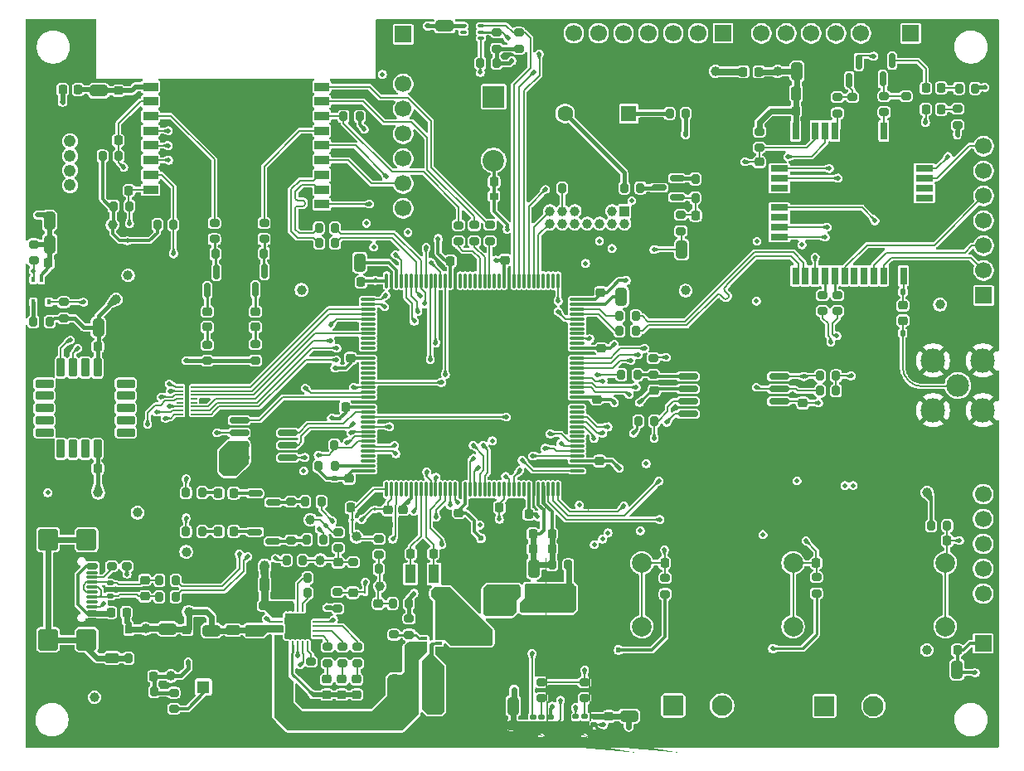
<source format=gbr>
%TF.GenerationSoftware,KiCad,Pcbnew,9.0.2*%
%TF.CreationDate,2025-09-08T10:53:28+03:00*%
%TF.ProjectId,OpenAirScope,4f70656e-4169-4725-9363-6f70652e6b69,v0-Draft*%
%TF.SameCoordinates,Original*%
%TF.FileFunction,Copper,L1,Top*%
%TF.FilePolarity,Positive*%
%FSLAX46Y46*%
G04 Gerber Fmt 4.6, Leading zero omitted, Abs format (unit mm)*
G04 Created by KiCad (PCBNEW 9.0.2) date 2025-09-08 10:53:28*
%MOMM*%
%LPD*%
G01*
G04 APERTURE LIST*
G04 Aperture macros list*
%AMRoundRect*
0 Rectangle with rounded corners*
0 $1 Rounding radius*
0 $2 $3 $4 $5 $6 $7 $8 $9 X,Y pos of 4 corners*
0 Add a 4 corners polygon primitive as box body*
4,1,4,$2,$3,$4,$5,$6,$7,$8,$9,$2,$3,0*
0 Add four circle primitives for the rounded corners*
1,1,$1+$1,$2,$3*
1,1,$1+$1,$4,$5*
1,1,$1+$1,$6,$7*
1,1,$1+$1,$8,$9*
0 Add four rect primitives between the rounded corners*
20,1,$1+$1,$2,$3,$4,$5,0*
20,1,$1+$1,$4,$5,$6,$7,0*
20,1,$1+$1,$6,$7,$8,$9,0*
20,1,$1+$1,$8,$9,$2,$3,0*%
%AMFreePoly0*
4,1,14,0.628536,0.853536,0.630000,0.850000,0.630000,-0.850000,0.628536,-0.853536,0.625000,-0.855000,-0.625000,-0.855000,-0.628536,-0.853536,-0.630000,-0.850000,-0.630000,0.550000,-0.628536,0.553536,-0.328536,0.853536,-0.325000,0.855000,0.625000,0.855000,0.628536,0.853536,0.628536,0.853536,$1*%
%AMFreePoly1*
4,1,64,0.235711,1.439036,0.382774,1.378120,0.515127,1.289684,0.627684,1.177127,0.716120,1.044774,0.777036,0.897711,0.808090,0.741590,0.808090,0.582410,0.777036,0.426289,0.716120,0.279226,0.627684,0.146873,0.515127,0.034316,0.382774,-0.054120,0.235711,-0.115036,0.079590,-0.146090,0.031746,-0.146090,0.029264,-0.147118,-0.029264,-0.147118,-0.031746,-0.146090,-0.079590,-0.146090,
-0.235711,-0.115036,-0.382774,-0.054120,-0.515127,0.034316,-0.627684,0.146873,-0.716120,0.279226,-0.777036,0.426289,-0.808090,0.582410,-0.808090,0.729406,-0.512000,0.729406,-0.512000,0.594594,-0.477108,0.464375,-0.409702,0.347625,-0.314375,0.252298,-0.197625,0.184892,-0.067406,0.150000,0.067406,0.150000,0.197625,0.184892,0.314375,0.252298,0.409702,0.347625,0.477108,0.464375,
0.512000,0.594594,0.512000,0.729406,0.477108,0.859625,0.409702,0.976375,0.314375,1.071702,0.197625,1.139108,0.067406,1.174000,-0.067406,1.174000,-0.197625,1.139108,-0.314375,1.071702,-0.409702,0.976375,-0.477108,0.859625,-0.512000,0.729406,-0.808090,0.729406,-0.808090,0.741590,-0.777036,0.897711,-0.716120,1.044774,-0.627684,1.177127,-0.515127,1.289684,-0.382774,1.378120,
-0.235711,1.439036,-0.079590,1.470090,0.079590,1.470090,0.235711,1.439036,0.235711,1.439036,$1*%
G04 Aperture macros list end*
%TA.AperFunction,SMDPad,CuDef*%
%ADD10RoundRect,0.140000X0.140000X0.170000X-0.140000X0.170000X-0.140000X-0.170000X0.140000X-0.170000X0*%
%TD*%
%TA.AperFunction,FiducialPad,Global*%
%ADD11C,1.000000*%
%TD*%
%TA.AperFunction,ComponentPad*%
%ADD12C,2.000000*%
%TD*%
%TA.AperFunction,SMDPad,CuDef*%
%ADD13RoundRect,0.250000X-0.650000X0.325000X-0.650000X-0.325000X0.650000X-0.325000X0.650000X0.325000X0*%
%TD*%
%TA.AperFunction,SMDPad,CuDef*%
%ADD14RoundRect,0.200000X-0.200000X-0.275000X0.200000X-0.275000X0.200000X0.275000X-0.200000X0.275000X0*%
%TD*%
%TA.AperFunction,SMDPad,CuDef*%
%ADD15RoundRect,0.225000X0.225000X0.250000X-0.225000X0.250000X-0.225000X-0.250000X0.225000X-0.250000X0*%
%TD*%
%TA.AperFunction,SMDPad,CuDef*%
%ADD16RoundRect,0.225000X-0.225000X-0.250000X0.225000X-0.250000X0.225000X0.250000X-0.225000X0.250000X0*%
%TD*%
%TA.AperFunction,SMDPad,CuDef*%
%ADD17C,1.000000*%
%TD*%
%TA.AperFunction,SMDPad,CuDef*%
%ADD18RoundRect,0.200000X0.200000X0.275000X-0.200000X0.275000X-0.200000X-0.275000X0.200000X-0.275000X0*%
%TD*%
%TA.AperFunction,SMDPad,CuDef*%
%ADD19RoundRect,0.250000X-0.325000X-0.650000X0.325000X-0.650000X0.325000X0.650000X-0.325000X0.650000X0*%
%TD*%
%TA.AperFunction,SMDPad,CuDef*%
%ADD20RoundRect,0.200000X0.275000X-0.200000X0.275000X0.200000X-0.275000X0.200000X-0.275000X-0.200000X0*%
%TD*%
%TA.AperFunction,SMDPad,CuDef*%
%ADD21RoundRect,0.200000X-0.275000X0.200000X-0.275000X-0.200000X0.275000X-0.200000X0.275000X0.200000X0*%
%TD*%
%TA.AperFunction,SMDPad,CuDef*%
%ADD22RoundRect,0.250000X-0.475000X0.250000X-0.475000X-0.250000X0.475000X-0.250000X0.475000X0.250000X0*%
%TD*%
%TA.AperFunction,SMDPad,CuDef*%
%ADD23RoundRect,0.062500X-0.062500X0.117500X-0.062500X-0.117500X0.062500X-0.117500X0.062500X0.117500X0*%
%TD*%
%TA.AperFunction,SMDPad,CuDef*%
%ADD24RoundRect,0.218750X-0.218750X-0.256250X0.218750X-0.256250X0.218750X0.256250X-0.218750X0.256250X0*%
%TD*%
%TA.AperFunction,SMDPad,CuDef*%
%ADD25R,0.660000X0.310000*%
%TD*%
%TA.AperFunction,SMDPad,CuDef*%
%ADD26R,1.500000X0.900000*%
%TD*%
%TA.AperFunction,HeatsinkPad*%
%ADD27C,0.600000*%
%TD*%
%TA.AperFunction,HeatsinkPad*%
%ADD28R,2.900000X2.900000*%
%TD*%
%TA.AperFunction,ComponentPad*%
%ADD29R,1.700000X1.700000*%
%TD*%
%TA.AperFunction,ComponentPad*%
%ADD30C,1.700000*%
%TD*%
%TA.AperFunction,SMDPad,CuDef*%
%ADD31RoundRect,0.075000X-0.275000X0.390000X-0.275000X-0.390000X0.275000X-0.390000X0.275000X0.390000X0*%
%TD*%
%TA.AperFunction,SMDPad,CuDef*%
%ADD32RoundRect,0.075000X-0.275000X0.075000X-0.275000X-0.075000X0.275000X-0.075000X0.275000X0.075000X0*%
%TD*%
%TA.AperFunction,SMDPad,CuDef*%
%ADD33RoundRect,0.075000X0.075000X-0.662500X0.075000X0.662500X-0.075000X0.662500X-0.075000X-0.662500X0*%
%TD*%
%TA.AperFunction,SMDPad,CuDef*%
%ADD34RoundRect,0.075000X0.662500X-0.075000X0.662500X0.075000X-0.662500X0.075000X-0.662500X-0.075000X0*%
%TD*%
%TA.AperFunction,SMDPad,CuDef*%
%ADD35RoundRect,0.150000X0.150000X-0.587500X0.150000X0.587500X-0.150000X0.587500X-0.150000X-0.587500X0*%
%TD*%
%TA.AperFunction,SMDPad,CuDef*%
%ADD36RoundRect,0.075000X-0.250000X-0.075000X0.250000X-0.075000X0.250000X0.075000X-0.250000X0.075000X0*%
%TD*%
%TA.AperFunction,SMDPad,CuDef*%
%ADD37RoundRect,0.225000X-0.250000X0.225000X-0.250000X-0.225000X0.250000X-0.225000X0.250000X0.225000X0*%
%TD*%
%TA.AperFunction,ComponentPad*%
%ADD38C,2.325000*%
%TD*%
%TA.AperFunction,ComponentPad*%
%ADD39C,2.475000*%
%TD*%
%TA.AperFunction,SMDPad,CuDef*%
%ADD40RoundRect,0.250000X0.250000X0.475000X-0.250000X0.475000X-0.250000X-0.475000X0.250000X-0.475000X0*%
%TD*%
%TA.AperFunction,SMDPad,CuDef*%
%ADD41R,0.700000X1.800000*%
%TD*%
%TA.AperFunction,SMDPad,CuDef*%
%ADD42R,1.800000X0.700000*%
%TD*%
%TA.AperFunction,ComponentPad*%
%ADD43RoundRect,0.250001X-0.799999X-0.799999X0.799999X-0.799999X0.799999X0.799999X-0.799999X0.799999X0*%
%TD*%
%TA.AperFunction,ComponentPad*%
%ADD44C,2.100000*%
%TD*%
%TA.AperFunction,SMDPad,CuDef*%
%ADD45RoundRect,0.050000X0.262500X0.050000X-0.262500X0.050000X-0.262500X-0.050000X0.262500X-0.050000X0*%
%TD*%
%TA.AperFunction,HeatsinkPad*%
%ADD46R,0.400000X2.800000*%
%TD*%
%TA.AperFunction,SMDPad,CuDef*%
%ADD47RoundRect,0.150000X-0.875000X-0.150000X0.875000X-0.150000X0.875000X0.150000X-0.875000X0.150000X0*%
%TD*%
%TA.AperFunction,SMDPad,CuDef*%
%ADD48R,0.400000X0.550000*%
%TD*%
%TA.AperFunction,SMDPad,CuDef*%
%ADD49FreePoly0,90.000000*%
%TD*%
%TA.AperFunction,SMDPad,CuDef*%
%ADD50R,0.980000X3.400000*%
%TD*%
%TA.AperFunction,SMDPad,CuDef*%
%ADD51RoundRect,0.250000X0.325000X0.650000X-0.325000X0.650000X-0.325000X-0.650000X0.325000X-0.650000X0*%
%TD*%
%TA.AperFunction,SMDPad,CuDef*%
%ADD52RoundRect,0.150000X0.825000X0.150000X-0.825000X0.150000X-0.825000X-0.150000X0.825000X-0.150000X0*%
%TD*%
%TA.AperFunction,SMDPad,CuDef*%
%ADD53RoundRect,0.075000X0.390000X0.275000X-0.390000X0.275000X-0.390000X-0.275000X0.390000X-0.275000X0*%
%TD*%
%TA.AperFunction,SMDPad,CuDef*%
%ADD54RoundRect,0.075000X0.075000X0.275000X-0.075000X0.275000X-0.075000X-0.275000X0.075000X-0.275000X0*%
%TD*%
%TA.AperFunction,SMDPad,CuDef*%
%ADD55RoundRect,0.225000X0.250000X-0.225000X0.250000X0.225000X-0.250000X0.225000X-0.250000X-0.225000X0*%
%TD*%
%TA.AperFunction,ComponentPad*%
%ADD56R,1.600000X1.600000*%
%TD*%
%TA.AperFunction,ComponentPad*%
%ADD57C,1.600000*%
%TD*%
%TA.AperFunction,SMDPad,CuDef*%
%ADD58RoundRect,0.218750X0.218750X0.256250X-0.218750X0.256250X-0.218750X-0.256250X0.218750X-0.256250X0*%
%TD*%
%TA.AperFunction,ComponentPad*%
%ADD59R,1.308000X1.308000*%
%TD*%
%TA.AperFunction,ComponentPad*%
%ADD60C,1.308000*%
%TD*%
%TA.AperFunction,SMDPad,CuDef*%
%ADD61RoundRect,0.150000X0.587500X0.150000X-0.587500X0.150000X-0.587500X-0.150000X0.587500X-0.150000X0*%
%TD*%
%TA.AperFunction,SMDPad,CuDef*%
%ADD62RoundRect,0.250000X-0.250000X-0.475000X0.250000X-0.475000X0.250000X0.475000X-0.250000X0.475000X0*%
%TD*%
%TA.AperFunction,SMDPad,CuDef*%
%ADD63RoundRect,0.062500X0.117500X0.062500X-0.117500X0.062500X-0.117500X-0.062500X0.117500X-0.062500X0*%
%TD*%
%TA.AperFunction,SMDPad,CuDef*%
%ADD64RoundRect,0.250000X0.650000X-0.325000X0.650000X0.325000X-0.650000X0.325000X-0.650000X-0.325000X0*%
%TD*%
%TA.AperFunction,SMDPad,CuDef*%
%ADD65RoundRect,0.150000X-0.425000X0.150000X-0.425000X-0.150000X0.425000X-0.150000X0.425000X0.150000X0*%
%TD*%
%TA.AperFunction,SMDPad,CuDef*%
%ADD66RoundRect,0.075000X-0.500000X0.075000X-0.500000X-0.075000X0.500000X-0.075000X0.500000X0.075000X0*%
%TD*%
%TA.AperFunction,SMDPad,CuDef*%
%ADD67RoundRect,0.250000X-0.750000X0.840000X-0.750000X-0.840000X0.750000X-0.840000X0.750000X0.840000X0*%
%TD*%
%TA.AperFunction,SMDPad,CuDef*%
%ADD68RoundRect,0.150000X-0.150000X0.587500X-0.150000X-0.587500X0.150000X-0.587500X0.150000X0.587500X0*%
%TD*%
%TA.AperFunction,SMDPad,CuDef*%
%ADD69RoundRect,0.218750X-0.256250X0.218750X-0.256250X-0.218750X0.256250X-0.218750X0.256250X0.218750X0*%
%TD*%
%TA.AperFunction,SMDPad,CuDef*%
%ADD70RoundRect,0.130500X-0.169500X-0.130500X0.169500X-0.130500X0.169500X0.130500X-0.169500X0.130500X0*%
%TD*%
%TA.AperFunction,SMDPad,CuDef*%
%ADD71FreePoly1,90.000000*%
%TD*%
%TA.AperFunction,SMDPad,CuDef*%
%ADD72RoundRect,0.062500X0.062500X-0.350000X0.062500X0.350000X-0.062500X0.350000X-0.062500X-0.350000X0*%
%TD*%
%TA.AperFunction,SMDPad,CuDef*%
%ADD73RoundRect,0.062500X0.350000X-0.062500X0.350000X0.062500X-0.350000X0.062500X-0.350000X-0.062500X0*%
%TD*%
%TA.AperFunction,HeatsinkPad*%
%ADD74C,0.500000*%
%TD*%
%TA.AperFunction,HeatsinkPad*%
%ADD75R,2.500000X2.500000*%
%TD*%
%TA.AperFunction,SMDPad,CuDef*%
%ADD76RoundRect,0.112500X-0.237500X0.112500X-0.237500X-0.112500X0.237500X-0.112500X0.237500X0.112500X0*%
%TD*%
%TA.AperFunction,SMDPad,CuDef*%
%ADD77RoundRect,0.250000X0.475000X-0.250000X0.475000X0.250000X-0.475000X0.250000X-0.475000X-0.250000X0*%
%TD*%
%TA.AperFunction,ComponentPad*%
%ADD78R,1.000000X1.000000*%
%TD*%
%TA.AperFunction,ComponentPad*%
%ADD79C,1.000000*%
%TD*%
%TA.AperFunction,SMDPad,CuDef*%
%ADD80R,1.100000X1.900000*%
%TD*%
%TA.AperFunction,ComponentPad*%
%ADD81R,1.238000X1.238000*%
%TD*%
%TA.AperFunction,ComponentPad*%
%ADD82C,1.238000*%
%TD*%
%TA.AperFunction,ComponentPad*%
%ADD83R,2.200000X2.200000*%
%TD*%
%TA.AperFunction,ComponentPad*%
%ADD84C,2.200000*%
%TD*%
%TA.AperFunction,SMDPad,CuDef*%
%ADD85RoundRect,0.212500X0.737500X0.212500X-0.737500X0.212500X-0.737500X-0.212500X0.737500X-0.212500X0*%
%TD*%
%TA.AperFunction,SMDPad,CuDef*%
%ADD86RoundRect,0.212500X0.212500X0.737500X-0.212500X0.737500X-0.212500X-0.737500X0.212500X-0.737500X0*%
%TD*%
%TA.AperFunction,HeatsinkPad*%
%ADD87R,4.800000X4.800000*%
%TD*%
%TA.AperFunction,ViaPad*%
%ADD88C,0.600000*%
%TD*%
%TA.AperFunction,ViaPad*%
%ADD89C,0.500000*%
%TD*%
%TA.AperFunction,ViaPad*%
%ADD90C,1.000000*%
%TD*%
%TA.AperFunction,Conductor*%
%ADD91C,0.400000*%
%TD*%
%TA.AperFunction,Conductor*%
%ADD92C,0.200000*%
%TD*%
%TA.AperFunction,Conductor*%
%ADD93C,0.600000*%
%TD*%
%TA.AperFunction,Conductor*%
%ADD94C,0.254000*%
%TD*%
%TA.AperFunction,Conductor*%
%ADD95C,0.500000*%
%TD*%
%TA.AperFunction,Conductor*%
%ADD96C,0.300000*%
%TD*%
%TA.AperFunction,Conductor*%
%ADD97C,0.750000*%
%TD*%
%TA.AperFunction,Conductor*%
%ADD98C,0.650000*%
%TD*%
%TA.AperFunction,Conductor*%
%ADD99C,0.140000*%
%TD*%
%TA.AperFunction,Conductor*%
%ADD100C,0.350000*%
%TD*%
%TA.AperFunction,Conductor*%
%ADD101C,0.220000*%
%TD*%
G04 APERTURE END LIST*
D10*
%TO.P,C53,1*%
%TO.N,Net-(U8-RF)*%
X187910000Y-99660000D03*
%TO.P,C53,2*%
%TO.N,GND*%
X186950000Y-99660000D03*
%TD*%
D11*
%TO.P,FID7,*%
%TO.N,*%
X191690000Y-100950000D03*
%TD*%
D12*
%TO.P,SW3,1,1*%
%TO.N,GND*%
X156750000Y-133850000D03*
X156750000Y-127350000D03*
%TO.P,SW3,2,2*%
%TO.N,/Indicators/BT2*%
X161250000Y-133850000D03*
X161250000Y-127350000D03*
%TD*%
D13*
%TO.P,C15,1*%
%TO.N,+5VP*%
X145020000Y-135205000D03*
%TO.P,C15,2*%
%TO.N,GND*%
X145020000Y-138155000D03*
%TD*%
D14*
%TO.P,R60,1*%
%TO.N,/Display-RTC/RTC_SCL*%
X179435000Y-108240000D03*
%TO.P,R60,2*%
%TO.N,+3V3P*%
X181085000Y-108240000D03*
%TD*%
D15*
%TO.P,C56,1*%
%TO.N,/Conn/GPIO9*%
X108875000Y-89300000D03*
%TO.P,C56,2*%
%TO.N,GND*%
X107325000Y-89300000D03*
%TD*%
%TO.P,C40,1*%
%TO.N,+3V3P_VDDA*%
X150130000Y-124390000D03*
%TO.P,C40,2*%
%TO.N,GND*%
X148580000Y-124390000D03*
%TD*%
D16*
%TO.P,C78,1*%
%TO.N,Net-(Q1-B)*%
X166735000Y-91835000D03*
%TO.P,C78,2*%
%TO.N,GND*%
X168285000Y-91835000D03*
%TD*%
D17*
%TO.P,TP13,1,1*%
%TO.N,Net-(C89-Pad1)*%
X128428624Y-127056818D03*
%TD*%
%TO.P,TP11,1,1*%
%TO.N,Net-(C83-Pad1)*%
X134500000Y-129710000D03*
%TD*%
D18*
%TO.P,R82,1*%
%TO.N,+5VP*%
X137450000Y-131480000D03*
%TO.P,R82,2*%
%TO.N,Net-(C83-Pad1)*%
X135800000Y-131480000D03*
%TD*%
D19*
%TO.P,C69,1*%
%TO.N,+3V3P*%
X100785000Y-94790000D03*
%TO.P,C69,2*%
%TO.N,GND*%
X103735000Y-94790000D03*
%TD*%
D20*
%TO.P,R20,1*%
%TO.N,/Conn/RST*%
X173240000Y-84935000D03*
%TO.P,R20,2*%
%TO.N,+3V3P_RAK*%
X173240000Y-83285000D03*
%TD*%
D21*
%TO.P,R42,1*%
%TO.N,/MCU/MCU_SCL1*%
X102210000Y-100715000D03*
%TO.P,R42,2*%
%TO.N,+3V3P*%
X102210000Y-102365000D03*
%TD*%
D22*
%TO.P,C4,1*%
%TO.N,VBUS*%
X119480000Y-134195000D03*
%TO.P,C4,2*%
%TO.N,GND*%
X119480000Y-136095000D03*
%TD*%
D18*
%TO.P,R19,1*%
%TO.N,GND*%
X154770000Y-89070000D03*
%TO.P,R19,2*%
%TO.N,Net-(J3-GNDDetect)*%
X153120000Y-89070000D03*
%TD*%
D23*
%TO.P,D17,1,A1*%
%TO.N,GND*%
X132980000Y-131167500D03*
%TO.P,D17,2,A2*%
%TO.N,/Indicators/VBAT_AN*%
X132980000Y-130327500D03*
%TD*%
D14*
%TO.P,R22,1*%
%TO.N,/Conn/B-*%
X128295000Y-94680000D03*
%TO.P,R22,2*%
%TO.N,/Conn/A-*%
X129945000Y-94680000D03*
%TD*%
D23*
%TO.P,D16,1,A1*%
%TO.N,GND*%
X134020000Y-122700000D03*
%TO.P,D16,2,A2*%
%TO.N,/Indicators/VSUP_AN*%
X134020000Y-121860000D03*
%TD*%
D20*
%TO.P,R90,1*%
%TO.N,Net-(C89-Pad1)*%
X130250000Y-125840000D03*
%TO.P,R90,2*%
%TO.N,/Indicators/VSUP_AN*%
X130250000Y-124190000D03*
%TD*%
D21*
%TO.P,R74,1*%
%TO.N,Net-(Q7-B)*%
X186000000Y-79660000D03*
%TO.P,R74,2*%
%TO.N,/Conn/PA8*%
X186000000Y-81310000D03*
%TD*%
D24*
%TO.P,D14,1,K*%
%TO.N,Net-(D14-K)*%
X190242500Y-81010000D03*
%TO.P,D14,2,A*%
%TO.N,Net-(D14-A)*%
X191817500Y-81010000D03*
%TD*%
D25*
%TO.P,U3,1,FB*%
%TO.N,Net-(U3-FB)*%
X139010000Y-135085000D03*
%TO.P,U3,2,EN*%
%TO.N,VSUP*%
X139010000Y-135585000D03*
%TO.P,U3,3,VIN*%
X139010000Y-136085000D03*
%TO.P,U3,4,GND*%
%TO.N,GND*%
X140480000Y-136085000D03*
%TO.P,U3,5,SW*%
%TO.N,Net-(U3-SW)*%
X140480000Y-135585000D03*
%TO.P,U3,6,VOUT*%
%TO.N,+5VP*%
X140480000Y-135085000D03*
%TD*%
D26*
%TO.P,U7,1,3V3*%
%TO.N,+3V3PESP*%
X111080000Y-78710000D03*
%TO.P,U7,2,EN*%
%TO.N,/Conn/CHIP_PU*%
X111080000Y-80210000D03*
%TO.P,U7,3,IO4*%
%TO.N,/Conn/GPIO4*%
X111080000Y-81710000D03*
%TO.P,U7,4,IO5*%
%TO.N,/Conn/GPIO5*%
X111080000Y-83210000D03*
%TO.P,U7,5,IO6*%
%TO.N,/Conn/GPIO6*%
X111080000Y-84710000D03*
%TO.P,U7,6,IO7*%
%TO.N,/Conn/GPIO7*%
X111080000Y-86210000D03*
%TO.P,U7,7,IO8*%
%TO.N,/Conn/GPIO8*%
X111080000Y-87710000D03*
%TO.P,U7,8,IO9*%
%TO.N,/Conn/GPIO9*%
X111080000Y-89210000D03*
%TO.P,U7,9,GND*%
%TO.N,GND*%
X111080000Y-90710000D03*
%TO.P,U7,10,IO10*%
%TO.N,/Conn/GPIO10*%
X128580000Y-90710000D03*
%TO.P,U7,11,IO20/RXD*%
%TO.N,/Conn/B+*%
X128580000Y-89210000D03*
%TO.P,U7,12,IO21/TXD*%
%TO.N,/Conn/B-*%
X128580000Y-87710000D03*
%TO.P,U7,13,IO18*%
%TO.N,/Conn/GPIO18*%
X128580000Y-86210000D03*
%TO.P,U7,14,IO19*%
%TO.N,/Conn/GPIO19*%
X128580000Y-84710000D03*
%TO.P,U7,15,IO3*%
%TO.N,/Conn/GPIO3*%
X128580000Y-83210000D03*
%TO.P,U7,16,IO2*%
%TO.N,/Conn/GPIO2*%
X128580000Y-81710000D03*
%TO.P,U7,17,IO1*%
%TO.N,/Conn/GPIO1*%
X128580000Y-80210000D03*
%TO.P,U7,18,IO0*%
%TO.N,/Conn/GPIO0*%
X128580000Y-78710000D03*
D27*
%TO.P,U7,19,GND*%
%TO.N,GND*%
X119690000Y-84360000D03*
X119690000Y-85460000D03*
X120240000Y-83810000D03*
X120240000Y-84910000D03*
X120240000Y-86010000D03*
X120790000Y-84360000D03*
D28*
X120790000Y-84910000D03*
D27*
X120790000Y-85460000D03*
X121340000Y-83810000D03*
X121340000Y-84910000D03*
X121340000Y-86010000D03*
X121890000Y-84360000D03*
X121890000Y-85460000D03*
%TD*%
D29*
%TO.P,J13,1,Pin_1*%
%TO.N,+3V3P*%
X196100000Y-135560000D03*
D30*
%TO.P,J13,2,Pin_2*%
%TO.N,GND*%
X196100000Y-133020000D03*
%TO.P,J13,3,Pin_3*%
%TO.N,/Display-RTC/CS*%
X196100000Y-130480000D03*
%TO.P,J13,4,Pin_4*%
%TO.N,/Display-RTC/RES*%
X196100000Y-127940000D03*
%TO.P,J13,5,Pin_5*%
%TO.N,/Display-RTC/DC*%
X196100000Y-125400000D03*
%TO.P,J13,6,Pin_6*%
%TO.N,/Display-RTC/CLK*%
X196100000Y-122860000D03*
%TO.P,J13,7,Pin_7*%
%TO.N,/Display-RTC/DIN*%
X196100000Y-120320000D03*
%TD*%
D14*
%TO.P,R52,1*%
%TO.N,Net-(BZ1-+)*%
X164080000Y-81430000D03*
%TO.P,R52,2*%
%TO.N,+5VP*%
X165730000Y-81430000D03*
%TD*%
D31*
%TO.P,D1,1,K*%
%TO.N,VBUS*%
X108850000Y-134130000D03*
D32*
%TO.P,D1,2,A*%
%TO.N,GND*%
X108850000Y-135015000D03*
%TD*%
D21*
%TO.P,TH1,1*%
%TO.N,Net-(U1-THERM)*%
X127480000Y-137410000D03*
%TO.P,TH1,2*%
%TO.N,GND*%
X127480000Y-139060000D03*
%TD*%
D33*
%TO.P,U5,1,PE2*%
%TO.N,/Indicators/+5VP_AN*%
X135200000Y-119842500D03*
%TO.P,U5,2,PE3*%
%TO.N,/Indicators/VSUP_AN*%
X135700000Y-119842500D03*
%TO.P,U5,3,PE4*%
%TO.N,/Indicators/VBAT_AN*%
X136200000Y-119842500D03*
%TO.P,U5,4,PE5*%
%TO.N,unconnected-(U5-PE5-Pad4)*%
X136700000Y-119842500D03*
%TO.P,U5,5,PE6*%
%TO.N,unconnected-(U5-PE6-Pad5)*%
X137200000Y-119842500D03*
%TO.P,U5,6,VBAT*%
%TO.N,+3V3P_MCU*%
X137700000Y-119842500D03*
%TO.P,U5,7,PC13*%
%TO.N,/Display-RTC/RTC_INT*%
X138200000Y-119842500D03*
%TO.P,U5,8,PC14*%
%TO.N,/MCU/OSC32 IN*%
X138700000Y-119842500D03*
%TO.P,U5,9,PC15*%
%TO.N,/MCU/OSC32 OUT*%
X139200000Y-119842500D03*
%TO.P,U5,10,PF0*%
%TO.N,/MCU/MCU_SDA2*%
X139700000Y-119842500D03*
%TO.P,U5,11,PF1*%
%TO.N,/MCU/MCU_SCL2*%
X140200000Y-119842500D03*
%TO.P,U5,12,PF2*%
%TO.N,/MCU/TIMER_EN*%
X140700000Y-119842500D03*
%TO.P,U5,13,PF3*%
%TO.N,/MCU/CHARGE_EN*%
X141200000Y-119842500D03*
%TO.P,U5,14,PF4*%
%TO.N,/MCU/USB_SEL*%
X141700000Y-119842500D03*
%TO.P,U5,15,PF5*%
%TO.N,/MCU/CUR_LIM*%
X142200000Y-119842500D03*
%TO.P,U5,16,VSS*%
%TO.N,GND*%
X142700000Y-119842500D03*
%TO.P,U5,17,VDD*%
%TO.N,+3V3P_MCU*%
X143200000Y-119842500D03*
%TO.P,U5,18,PF6*%
%TO.N,/Sensors/L-*%
X143700000Y-119842500D03*
%TO.P,U5,19,PF7*%
%TO.N,/Sensors/L+*%
X144200000Y-119842500D03*
%TO.P,U5,20,PF8*%
%TO.N,/MCU/H1*%
X144700000Y-119842500D03*
%TO.P,U5,21,PF9*%
%TO.N,/MCU/H2*%
X145200000Y-119842500D03*
%TO.P,U5,22,PF10*%
%TO.N,unconnected-(U5-PF10-Pad22)*%
X145700000Y-119842500D03*
%TO.P,U5,23,PH0*%
%TO.N,unconnected-(U5-PH0-Pad23)*%
X146200000Y-119842500D03*
%TO.P,U5,24,PH1*%
%TO.N,unconnected-(U5-PH1-Pad24)*%
X146700000Y-119842500D03*
%TO.P,U5,25,NRST*%
%TO.N,/MCU/NRST*%
X147200000Y-119842500D03*
%TO.P,U5,26,PC0*%
%TO.N,/Indicators/USER_LED1*%
X147700000Y-119842500D03*
%TO.P,U5,27,PC1*%
%TO.N,/Indicators/USER_LED2*%
X148200000Y-119842500D03*
%TO.P,U5,28,PC2_C*%
%TO.N,unconnected-(U5-PC2_C-Pad28)*%
X148700000Y-119842500D03*
%TO.P,U5,29,PC3_C*%
%TO.N,unconnected-(U5-PC3_C-Pad29)*%
X149200000Y-119842500D03*
%TO.P,U5,30,VDD*%
%TO.N,+3V3P_MCU*%
X149700000Y-119842500D03*
%TO.P,U5,31,VSSA*%
%TO.N,GND*%
X150200000Y-119842500D03*
%TO.P,U5,32,VREF+*%
%TO.N,+3V3P_VDDA*%
X150700000Y-119842500D03*
%TO.P,U5,33,VDDA*%
X151200000Y-119842500D03*
%TO.P,U5,34,PA0*%
%TO.N,/Conn/RS485_RX*%
X151700000Y-119842500D03*
%TO.P,U5,35,PA1*%
%TO.N,/Conn/RS485_TX*%
X152200000Y-119842500D03*
%TO.P,U5,36,PA2*%
%TO.N,/Conn/RS485_RE*%
X152700000Y-119842500D03*
D34*
%TO.P,U5,37,PA3*%
%TO.N,/MCU/CS*%
X154612500Y-117930000D03*
%TO.P,U5,38,VSS*%
%TO.N,GND*%
X154612500Y-117430000D03*
%TO.P,U5,39,VDD*%
%TO.N,+3V3P_MCU*%
X154612500Y-116930000D03*
%TO.P,U5,40,PA4*%
%TO.N,/MCU/MCU_WS*%
X154612500Y-116430000D03*
%TO.P,U5,41,PA5*%
%TO.N,/MCU/MCU_BCLK*%
X154612500Y-115930000D03*
%TO.P,U5,42,PA6*%
%TO.N,/MCU/MCU_DATA*%
X154612500Y-115430000D03*
%TO.P,U5,43,PA7*%
%TO.N,/Conn/CHIP_PU*%
X154612500Y-114930000D03*
%TO.P,U5,44,PC4*%
%TO.N,unconnected-(U5-PC4-Pad44)*%
X154612500Y-114430000D03*
%TO.P,U5,45,PC5*%
%TO.N,unconnected-(U5-PC5-Pad45)*%
X154612500Y-113930000D03*
%TO.P,U5,46,PB0*%
%TO.N,/Display-RTC/CS*%
X154612500Y-113430000D03*
%TO.P,U5,47,PB1*%
%TO.N,/Display-RTC/RES*%
X154612500Y-112930000D03*
%TO.P,U5,48,PB2*%
%TO.N,/Display-RTC/DC*%
X154612500Y-112430000D03*
%TO.P,U5,49,PF11*%
%TO.N,unconnected-(U5-PF11-Pad49)*%
X154612500Y-111930000D03*
%TO.P,U5,50,PF12*%
%TO.N,unconnected-(U5-PF12-Pad50)*%
X154612500Y-111430000D03*
%TO.P,U5,51,VSS*%
%TO.N,GND*%
X154612500Y-110930000D03*
%TO.P,U5,52,VDD*%
%TO.N,+3V3P_MCU*%
X154612500Y-110430000D03*
%TO.P,U5,53,PF13*%
%TO.N,unconnected-(U5-PF13-Pad53)*%
X154612500Y-109930000D03*
%TO.P,U5,54,PF14*%
%TO.N,/Display-RTC/RTC_SCL*%
X154612500Y-109430000D03*
%TO.P,U5,55,PF15*%
%TO.N,/Display-RTC/RTC_SDA*%
X154612500Y-108930000D03*
%TO.P,U5,56,PG0*%
%TO.N,/Display-RTC/RTC_RESET*%
X154612500Y-108430000D03*
%TO.P,U5,57,PG1*%
%TO.N,unconnected-(U5-PG1-Pad57)*%
X154612500Y-107930000D03*
%TO.P,U5,58,PE7*%
%TO.N,/Indicators/BT2*%
X154612500Y-107430000D03*
%TO.P,U5,59,PE8*%
%TO.N,/Indicators/BT3*%
X154612500Y-106930000D03*
%TO.P,U5,60,PE9*%
%TO.N,/Indicators/BT4*%
X154612500Y-106430000D03*
%TO.P,U5,61,VSS*%
%TO.N,GND*%
X154612500Y-105930000D03*
%TO.P,U5,62,VDD*%
%TO.N,+3V3P_MCU*%
X154612500Y-105430000D03*
%TO.P,U5,63,PE10*%
%TO.N,unconnected-(U5-PE10-Pad63)*%
X154612500Y-104930000D03*
%TO.P,U5,64,PE11*%
%TO.N,/Display-RTC/Buzzer_PWM*%
X154612500Y-104430000D03*
%TO.P,U5,65,PE12*%
%TO.N,unconnected-(U5-PE12-Pad65)*%
X154612500Y-103930000D03*
%TO.P,U5,66,PE13*%
%TO.N,unconnected-(U5-PE13-Pad66)*%
X154612500Y-103430000D03*
%TO.P,U5,67,PE14*%
%TO.N,unconnected-(U5-PE14-Pad67)*%
X154612500Y-102930000D03*
%TO.P,U5,68,PE15*%
%TO.N,/Conn/RAK_BOOT0*%
X154612500Y-102430000D03*
%TO.P,U5,69,PB10*%
%TO.N,/Conn/RAKRX+*%
X154612500Y-101930000D03*
%TO.P,U5,70,PB11*%
%TO.N,/Conn/RAKTX+*%
X154612500Y-101430000D03*
%TO.P,U5,71,VCAP*%
%TO.N,Net-(C43-Pad1)*%
X154612500Y-100930000D03*
%TO.P,U5,72,VDD*%
%TO.N,+3V3P_MCU*%
X154612500Y-100430000D03*
D33*
%TO.P,U5,73,PB12*%
%TO.N,/Conn/RS*%
X152700000Y-98517500D03*
%TO.P,U5,74,PB13*%
%TO.N,unconnected-(U5-PB13-Pad74)*%
X152200000Y-98517500D03*
%TO.P,U5,75,PB14*%
%TO.N,unconnected-(U5-PB14-Pad75)*%
X151700000Y-98517500D03*
%TO.P,U5,76,PB15*%
%TO.N,unconnected-(U5-PB15-Pad76)*%
X151200000Y-98517500D03*
%TO.P,U5,77,PD8*%
%TO.N,/MCU/VCP_TX*%
X150700000Y-98517500D03*
%TO.P,U5,78,PD9*%
%TO.N,/MCU/VCP_RX*%
X150200000Y-98517500D03*
%TO.P,U5,79,PD10*%
%TO.N,/Conn/RST*%
X149700000Y-98517500D03*
%TO.P,U5,80,PD11*%
%TO.N,/MCU/INT*%
X149200000Y-98517500D03*
%TO.P,U5,81,PD12*%
%TO.N,/MCU/MCU_SCL4*%
X148700000Y-98517500D03*
%TO.P,U5,82,PD13*%
%TO.N,/MCU/MCU_SDA4*%
X148200000Y-98517500D03*
%TO.P,U5,83,VSS*%
%TO.N,GND*%
X147700000Y-98517500D03*
%TO.P,U5,84,VDD*%
%TO.N,+3V3P_MCU*%
X147200000Y-98517500D03*
%TO.P,U5,85,PD14*%
%TO.N,unconnected-(U5-PD14-Pad85)*%
X146700000Y-98517500D03*
%TO.P,U5,86,PD15*%
%TO.N,unconnected-(U5-PD15-Pad86)*%
X146200000Y-98517500D03*
%TO.P,U5,87,PG2*%
%TO.N,Net-(U5-PG2)*%
X145700000Y-98517500D03*
%TO.P,U5,88,PG3*%
%TO.N,Net-(U5-PG3)*%
X145200000Y-98517500D03*
%TO.P,U5,89,PG4*%
%TO.N,Net-(U5-PG4)*%
X144700000Y-98517500D03*
%TO.P,U5,90,PG5*%
%TO.N,unconnected-(U5-PG5-Pad90)*%
X144200000Y-98517500D03*
%TO.P,U5,91,PG6*%
%TO.N,unconnected-(U5-PG6-Pad91)*%
X143700000Y-98517500D03*
%TO.P,U5,92,PG7*%
%TO.N,unconnected-(U5-PG7-Pad92)*%
X143200000Y-98517500D03*
%TO.P,U5,93,PG8*%
%TO.N,unconnected-(U5-PG8-Pad93)*%
X142700000Y-98517500D03*
%TO.P,U5,94,VSS*%
%TO.N,GND*%
X142200000Y-98517500D03*
%TO.P,U5,95,VDD33_USB*%
%TO.N,+3V3P_MCU*%
X141700000Y-98517500D03*
%TO.P,U5,96,PC6*%
%TO.N,/Display-RTC/RTC*%
X141200000Y-98517500D03*
%TO.P,U5,97,PC7*%
%TO.N,/Conn/GPIO9*%
X140700000Y-98517500D03*
%TO.P,U5,98,PC8*%
%TO.N,/Display-RTC/SD_DAT0*%
X140200000Y-98517500D03*
%TO.P,U5,99,PC9*%
%TO.N,/Display-RTC/SD_DAT1*%
X139700000Y-98517500D03*
%TO.P,U5,100,PA8*%
%TO.N,/Conn/GPIO8*%
X139200000Y-98517500D03*
%TO.P,U5,101,PA9*%
%TO.N,/Conn/A+*%
X138700000Y-98517500D03*
%TO.P,U5,102,PA10*%
%TO.N,/Conn/A-*%
X138200000Y-98517500D03*
%TO.P,U5,103,PA11*%
%TO.N,/MCU/M-*%
X137700000Y-98517500D03*
%TO.P,U5,104,PA12*%
%TO.N,/MCU/M+*%
X137200000Y-98517500D03*
%TO.P,U5,105,PA13*%
%TO.N,/MCU/SWDIO*%
X136700000Y-98517500D03*
%TO.P,U5,106,VCAP*%
%TO.N,Net-(C44-Pad1)*%
X136200000Y-98517500D03*
%TO.P,U5,107,VSS*%
%TO.N,GND*%
X135700000Y-98517500D03*
%TO.P,U5,108,VDD*%
%TO.N,+3V3P_MCU*%
X135200000Y-98517500D03*
D34*
%TO.P,U5,109,PA14*%
%TO.N,/MCU/SWCLK*%
X133287500Y-100430000D03*
%TO.P,U5,110,PA15*%
%TO.N,/MCU/JTDI*%
X133287500Y-100930000D03*
%TO.P,U5,111,PC10*%
%TO.N,/Display-RTC/SD_DAT2*%
X133287500Y-101430000D03*
%TO.P,U5,112,PC11*%
%TO.N,/Display-RTC/SD_DAT3*%
X133287500Y-101930000D03*
%TO.P,U5,113,PC12*%
%TO.N,/Display-RTC/SD_CK*%
X133287500Y-102430000D03*
%TO.P,U5,114,PD0*%
%TO.N,unconnected-(U5-PD0-Pad114)*%
X133287500Y-102930000D03*
%TO.P,U5,115,PD1*%
%TO.N,unconnected-(U5-PD1-Pad115)*%
X133287500Y-103430000D03*
%TO.P,U5,116,PD2*%
%TO.N,/Display-RTC/SD_CMD*%
X133287500Y-103930000D03*
%TO.P,U5,117,PD3*%
%TO.N,unconnected-(U5-PD3-Pad117)*%
X133287500Y-104430000D03*
%TO.P,U5,118,PD4*%
%TO.N,unconnected-(U5-PD4-Pad118)*%
X133287500Y-104930000D03*
%TO.P,U5,119,PD5*%
%TO.N,unconnected-(U5-PD5-Pad119)*%
X133287500Y-105430000D03*
%TO.P,U5,120,VSS*%
%TO.N,GND*%
X133287500Y-105930000D03*
%TO.P,U5,121,VDD*%
%TO.N,+3V3P_MCU*%
X133287500Y-106430000D03*
%TO.P,U5,122,PD6*%
%TO.N,unconnected-(U5-PD6-Pad122)*%
X133287500Y-106930000D03*
%TO.P,U5,123,PD7*%
%TO.N,unconnected-(U5-PD7-Pad123)*%
X133287500Y-107430000D03*
%TO.P,U5,124,PG9*%
%TO.N,unconnected-(U5-PG9-Pad124)*%
X133287500Y-107930000D03*
%TO.P,U5,125,PG10*%
%TO.N,unconnected-(U5-PG10-Pad125)*%
X133287500Y-108430000D03*
%TO.P,U5,126,PG11*%
%TO.N,/Display-RTC/CLK*%
X133287500Y-108930000D03*
%TO.P,U5,127,PG12*%
%TO.N,/MCU/MISO*%
X133287500Y-109430000D03*
%TO.P,U5,128,PG13*%
%TO.N,/MCU/SCK*%
X133287500Y-109930000D03*
%TO.P,U5,129,PG14*%
%TO.N,/MCU/MOSI*%
X133287500Y-110430000D03*
%TO.P,U5,130,VSS*%
%TO.N,GND*%
X133287500Y-110930000D03*
%TO.P,U5,131,VDD*%
%TO.N,+3V3P_MCU*%
X133287500Y-111430000D03*
%TO.P,U5,132,PG15*%
%TO.N,/MCU/WEN*%
X133287500Y-111930000D03*
%TO.P,U5,133,PB3*%
%TO.N,/MCU/SWO*%
X133287500Y-112430000D03*
%TO.P,U5,134,PB4*%
%TO.N,unconnected-(U5-PB4-Pad134)*%
X133287500Y-112930000D03*
%TO.P,U5,135,PB5*%
%TO.N,/Display-RTC/DIN*%
X133287500Y-113430000D03*
%TO.P,U5,136,PB6*%
%TO.N,/MCU/MCU_SCL1*%
X133287500Y-113930000D03*
%TO.P,U5,137,PB7*%
%TO.N,/MCU/MCU_SDA1*%
X133287500Y-114430000D03*
%TO.P,U5,138,BOOT0*%
%TO.N,/MCU/BOOT0*%
X133287500Y-114930000D03*
%TO.P,U5,139,PB8*%
%TO.N,/Conn/CAN+*%
X133287500Y-115430000D03*
%TO.P,U5,140,PB9*%
%TO.N,/Conn/CAN-*%
X133287500Y-115930000D03*
%TO.P,U5,141,PE0*%
%TO.N,unconnected-(U5-PE0-Pad141)*%
X133287500Y-116430000D03*
%TO.P,U5,142,PE1*%
%TO.N,unconnected-(U5-PE1-Pad142)*%
X133287500Y-116930000D03*
%TO.P,U5,143,PDR_ON*%
%TO.N,/MCU/PDR_ON*%
X133287500Y-117430000D03*
%TO.P,U5,144,VDD*%
%TO.N,+3V3P_MCU*%
X133287500Y-117930000D03*
%TD*%
D17*
%TO.P,FID4,*%
%TO.N,*%
X109750000Y-122210000D03*
%TD*%
D18*
%TO.P,R29,1*%
%TO.N,/Conn/CHIP_PU*%
X107825000Y-85800000D03*
%TO.P,R29,2*%
%TO.N,+3V3PESP*%
X106175000Y-85800000D03*
%TD*%
D17*
%TO.P,TP15,1,1*%
%TO.N,Net-(C91-Pad1)*%
X113170000Y-138880000D03*
%TD*%
D20*
%TO.P,R80,1*%
%TO.N,GND*%
X188217249Y-81328500D03*
%TO.P,R80,2*%
%TO.N,Net-(Q7-B)*%
X188217249Y-79678500D03*
%TD*%
D35*
%TO.P,Q8,1,B*%
%TO.N,Net-(Q8-B)*%
X182440000Y-78050000D03*
%TO.P,Q8,2,E*%
%TO.N,GND*%
X184340000Y-78050000D03*
%TO.P,Q8,3,C*%
%TO.N,Net-(D14-K)*%
X183390000Y-76175000D03*
%TD*%
D36*
%TO.P,U13,1,VDD*%
%TO.N,+3V3P*%
X143020000Y-72470000D03*
%TO.P,U13,2,NC*%
%TO.N,unconnected-(U13-NC-Pad2)*%
X143020000Y-73120000D03*
%TO.P,U13,3,GND*%
%TO.N,GND*%
X143020000Y-73770000D03*
%TO.P,U13,4,SCL*%
%TO.N,/MCU/MCU_SCL4*%
X144820000Y-73770000D03*
%TO.P,U13,5,INT*%
%TO.N,/MCU/INT*%
X144820000Y-73120000D03*
%TO.P,U13,6,SDA*%
%TO.N,/MCU/MCU_SDA4*%
X144820000Y-72470000D03*
%TD*%
D17*
%TO.P,TP9,1,1*%
%TO.N,+3V3P_RAK*%
X175130000Y-77140000D03*
%TD*%
D15*
%TO.P,C27,1*%
%TO.N,GND*%
X143265000Y-96520000D03*
%TO.P,C27,2*%
%TO.N,+3V3P_MCU*%
X141715000Y-96520000D03*
%TD*%
D37*
%TO.P,C9,1*%
%TO.N,/MCU/D+*%
X110490000Y-130770000D03*
%TO.P,C9,2*%
%TO.N,GND*%
X110490000Y-132320000D03*
%TD*%
D18*
%TO.P,R30,1*%
%TO.N,/Conn/GPIO9*%
X108925000Y-90900000D03*
%TO.P,R30,2*%
%TO.N,+3V3PESP*%
X107275000Y-90900000D03*
%TD*%
D38*
%TO.P,J6,1*%
%TO.N,Net-(C54-Pad1)*%
X193520000Y-109220000D03*
D39*
%TO.P,J6,G1*%
%TO.N,GND*%
X190980000Y-111760000D03*
%TO.P,J6,G2*%
X190980000Y-106680000D03*
%TO.P,J6,G3*%
X196060000Y-111760000D03*
%TO.P,J6,G4*%
X196060000Y-106680000D03*
%TD*%
D40*
%TO.P,C12,1*%
%TO.N,VSUP*%
X136030000Y-139490000D03*
%TO.P,C12,2*%
%TO.N,GND*%
X134130000Y-139490000D03*
%TD*%
D18*
%TO.P,R88,1*%
%TO.N,/Indicators/BT4*%
X192440000Y-123550000D03*
%TO.P,R88,2*%
%TO.N,+3V3P*%
X190790000Y-123550000D03*
%TD*%
D20*
%TO.P,R10,1*%
%TO.N,Net-(U3-FB)*%
X135950000Y-134665000D03*
%TO.P,R10,2*%
%TO.N,GND*%
X135950000Y-133015000D03*
%TD*%
D29*
%TO.P,J14,1,Pin_1*%
%TO.N,/MCU/SWDIO*%
X169540000Y-73250000D03*
D30*
%TO.P,J14,2,Pin_2*%
%TO.N,/MCU/SWCLK*%
X167000000Y-73250000D03*
%TO.P,J14,3,Pin_3*%
%TO.N,/MCU/NRST*%
X164460000Y-73250000D03*
%TO.P,J14,4,Pin_4*%
%TO.N,/MCU/BOOT0*%
X161920000Y-73250000D03*
%TO.P,J14,5,Pin_5*%
%TO.N,/MCU/H2*%
X159380000Y-73250000D03*
%TO.P,J14,6,Pin_6*%
%TO.N,/MCU/H1*%
X156840000Y-73250000D03*
%TO.P,J14,7,Pin_7*%
%TO.N,+3V3P*%
X154300000Y-73250000D03*
%TO.P,J14,8,Pin_8*%
%TO.N,GND*%
X151760000Y-73250000D03*
%TD*%
D21*
%TO.P,R75,1*%
%TO.N,Net-(Q8-B)*%
X181240000Y-79770000D03*
%TO.P,R75,2*%
%TO.N,/Conn/PA9*%
X181240000Y-81420000D03*
%TD*%
D41*
%TO.P,U8,1,UART2_RX/PA3*%
%TO.N,/Conn/RAK+*%
X176955000Y-98010000D03*
%TO.P,U8,2,UART2_TX/PA2*%
%TO.N,/Conn/RAK-*%
X177955000Y-98010000D03*
%TO.P,U8,3,PA15/ADC5*%
%TO.N,Net-(J7-Pin_7)*%
X178955000Y-98010000D03*
%TO.P,U8,4,UART1_TX/PB6*%
%TO.N,Net-(U8-UART1_TX{slash}PB6)*%
X179955000Y-98010000D03*
%TO.P,U8,5,UART1_RX/PB7*%
%TO.N,Net-(U8-UART1_RX{slash}PB7)*%
X180955000Y-98010000D03*
%TO.P,U8,6,PA1*%
%TO.N,/Conn/PA1*%
X181955000Y-98010000D03*
%TO.P,U8,7,SWDIO/PA13*%
%TO.N,/Conn/PA13*%
X182955000Y-98010000D03*
%TO.P,U8,8,SWCLK/PA14*%
%TO.N,/Conn/PA14*%
X183955000Y-98010000D03*
%TO.P,U8,9,SCL/PA12*%
%TO.N,/Conn/SCL*%
X184955000Y-98010000D03*
%TO.P,U8,10,SDA/PA11*%
%TO.N,/Conn/SDA*%
X185955000Y-98010000D03*
%TO.P,U8,11,GND*%
%TO.N,GND*%
X186955000Y-98010000D03*
%TO.P,U8,12,RF*%
%TO.N,Net-(U8-RF)*%
X187955000Y-98010000D03*
D42*
%TO.P,U8,13,MOSI/PA7*%
%TO.N,unconnected-(U8-MOSI{slash}PA7-Pad13)*%
X190090000Y-90055000D03*
%TO.P,U8,14,MISO/PA6*%
%TO.N,unconnected-(U8-MISO{slash}PA6-Pad14)*%
X190090000Y-89055000D03*
%TO.P,U8,15,SCK/PA5*%
%TO.N,/Conn/PA5*%
X190090000Y-88055000D03*
%TO.P,U8,16,SS/PA4*%
%TO.N,/Conn/PA4*%
X190090000Y-87055000D03*
D41*
%TO.P,U8,17,GND*%
%TO.N,GND*%
X187955000Y-83210000D03*
%TO.P,U8,18,GND*%
X186955000Y-83210000D03*
%TO.P,U8,19,PA8*%
%TO.N,/Conn/PA8*%
X185955000Y-83210000D03*
%TO.P,U8,20,PA9*%
%TO.N,/Conn/PA9*%
X180955000Y-83210000D03*
%TO.P,U8,21,BOOT0*%
%TO.N,/Conn/RAK_BOOT0*%
X179955000Y-83210000D03*
%TO.P,U8,22,RST*%
%TO.N,/Conn/RST*%
X178955000Y-83210000D03*
%TO.P,U8,23,GND*%
%TO.N,GND*%
X177955000Y-83210000D03*
%TO.P,U8,24,VCC*%
%TO.N,+3V3P_RAK*%
X176955000Y-83210000D03*
D42*
%TO.P,U8,25,PA10/ADC4*%
%TO.N,Net-(J7-Pin_6)*%
X175290000Y-87055000D03*
%TO.P,U8,26,PB2/ADC3*%
%TO.N,Net-(J7-Pin_5)*%
X175290000Y-88055000D03*
%TO.P,U8,27,PB12*%
%TO.N,unconnected-(U8-PB12-Pad27)*%
X175290000Y-89055000D03*
%TO.P,U8,28,GND*%
%TO.N,GND*%
X175290000Y-90055000D03*
%TO.P,U8,29,PA0*%
%TO.N,/Conn/PA0*%
X175290000Y-91055000D03*
%TO.P,U8,30,PB5*%
%TO.N,unconnected-(U8-PB5-Pad30)*%
X175290000Y-92055000D03*
%TO.P,U8,31,PB4/ADC2*%
%TO.N,Net-(J7-Pin_4)*%
X175290000Y-93055000D03*
%TO.P,U8,32,PB3/ADC1*%
%TO.N,Net-(J7-Pin_3)*%
X175290000Y-94055000D03*
%TD*%
D16*
%TO.P,C46,1*%
%TO.N,GND*%
X136095000Y-126400000D03*
%TO.P,C46,2*%
%TO.N,/MCU/OSC32 IN*%
X137645000Y-126400000D03*
%TD*%
%TO.P,C39,1*%
%TO.N,GND*%
X148580000Y-125930000D03*
%TO.P,C39,2*%
%TO.N,+3V3P_VDDA*%
X150130000Y-125930000D03*
%TD*%
D35*
%TO.P,Q7,1,B*%
%TO.N,Net-(Q7-B)*%
X185850000Y-77930000D03*
%TO.P,Q7,2,E*%
%TO.N,GND*%
X187750000Y-77930000D03*
%TO.P,Q7,3,C*%
%TO.N,Net-(D13-K)*%
X186800000Y-76055000D03*
%TD*%
D22*
%TO.P,C20,1*%
%TO.N,+3V3P_MCU*%
X151960000Y-131800000D03*
%TO.P,C20,2*%
%TO.N,GND*%
X151960000Y-133700000D03*
%TD*%
D21*
%TO.P,R54,1*%
%TO.N,Net-(Q1-B)*%
X165240000Y-91800000D03*
%TO.P,R54,2*%
%TO.N,/Display-RTC/Buzzer_PWM*%
X165240000Y-93450000D03*
%TD*%
D37*
%TO.P,C92,1*%
%TO.N,/Indicators/VBAT_AN*%
X131740000Y-130380000D03*
%TO.P,C92,2*%
%TO.N,GND*%
X131740000Y-131930000D03*
%TD*%
D17*
%TO.P,TP6,1,1*%
%TO.N,+3V3P*%
X145770000Y-130180000D03*
%TD*%
D43*
%TO.P,J8,1,Pin_1*%
%TO.N,/Conn/CAN_P*%
X179900000Y-141950000D03*
D44*
%TO.P,J8,2,Pin_2*%
%TO.N,/Conn/CAN_N*%
X184900000Y-141950000D03*
%TD*%
D20*
%TO.P,R70,1*%
%TO.N,Net-(Q3-B)*%
X122677500Y-94272500D03*
%TO.P,R70,2*%
%TO.N,/Conn/GPIO3*%
X122677500Y-92622500D03*
%TD*%
%TO.P,R93,1*%
%TO.N,Net-(C91-Pad1)*%
X130190000Y-131980000D03*
%TO.P,R93,2*%
%TO.N,/Indicators/VBAT_AN*%
X130190000Y-130330000D03*
%TD*%
D15*
%TO.P,C55,1*%
%TO.N,/Conn/CHIP_PU*%
X107775000Y-84200000D03*
%TO.P,C55,2*%
%TO.N,GND*%
X106225000Y-84200000D03*
%TD*%
D45*
%TO.P,U14,1,SDData1*%
%TO.N,/Display-RTC/SD_DAT1*%
X115540000Y-112180000D03*
%TO.P,U14,2,SDData0*%
%TO.N,/Display-RTC/SD_DAT0*%
X115540000Y-111780000D03*
%TO.P,U14,3,SDCLK*%
%TO.N,/Display-RTC/SD_CK*%
X115540000Y-111380000D03*
%TO.P,U14,4,ESD1*%
%TO.N,unconnected-(U14-ESD1-Pad4)*%
X115540000Y-110980000D03*
%TO.P,U14,5,ESD3*%
%TO.N,unconnected-(U14-ESD3-Pad5)*%
X115540000Y-110580000D03*
%TO.P,U14,6,SDCMD*%
%TO.N,/Display-RTC/SD_CMD*%
X115540000Y-110180000D03*
%TO.P,U14,7,SDData3*%
%TO.N,/Display-RTC/SD_DAT3*%
X115540000Y-109780000D03*
%TO.P,U14,8,SDData2*%
%TO.N,/Display-RTC/SD_DAT2*%
X115540000Y-109380000D03*
%TO.P,U14,9,Data2*%
%TO.N,/Display-RTC/DAT2*%
X114115000Y-109380000D03*
%TO.P,U14,10,Data3*%
%TO.N,/Display-RTC/DAT3*%
X114115000Y-109780000D03*
%TO.P,U14,11,CMD*%
%TO.N,/Display-RTC/CMD*%
X114115000Y-110180000D03*
%TO.P,U14,12,VCC*%
%TO.N,+3V3P*%
X114115000Y-110580000D03*
%TO.P,U14,13,ESD1*%
%TO.N,unconnected-(U14-ESD1-Pad13)*%
X114115000Y-110980000D03*
%TO.P,U14,14,CLK*%
%TO.N,/Display-RTC/SDCLK*%
X114115000Y-111380000D03*
%TO.P,U14,15,Data0*%
%TO.N,/Display-RTC/DAT0*%
X114115000Y-111780000D03*
%TO.P,U14,16,Data1*%
%TO.N,/Display-RTC/DAT1*%
X114115000Y-112180000D03*
D46*
%TO.P,U14,17,GND*%
%TO.N,GND*%
X114827500Y-110780000D03*
%TD*%
D21*
%TO.P,R78,1*%
%TO.N,GND*%
X125410000Y-119427594D03*
%TO.P,R78,2*%
%TO.N,Net-(Q5-B)*%
X125410000Y-121077594D03*
%TD*%
D16*
%TO.P,C26,1*%
%TO.N,GND*%
X129430000Y-111450000D03*
%TO.P,C26,2*%
%TO.N,+3V3P_MCU*%
X130980000Y-111450000D03*
%TD*%
D21*
%TO.P,R17,1*%
%TO.N,/Conn/GPIO1*%
X144130000Y-92835000D03*
%TO.P,R17,2*%
%TO.N,Net-(U5-PG3)*%
X144130000Y-94485000D03*
%TD*%
D40*
%TO.P,C6,1*%
%TO.N,VSUP*%
X124540000Y-142390000D03*
%TO.P,C6,2*%
%TO.N,GND*%
X122640000Y-142390000D03*
%TD*%
D17*
%TO.P,TP4,1,1*%
%TO.N,VBAT*%
X122720000Y-131615000D03*
%TD*%
D18*
%TO.P,R84,1*%
%TO.N,GND*%
X136020000Y-127960000D03*
%TO.P,R84,2*%
%TO.N,Net-(C83-Pad1)*%
X134370000Y-127960000D03*
%TD*%
D14*
%TO.P,R77,1*%
%TO.N,GND*%
X116048809Y-95795799D03*
%TO.P,R77,2*%
%TO.N,Net-(Q4-B)*%
X117698809Y-95795799D03*
%TD*%
D21*
%TO.P,R69,1*%
%TO.N,Net-(D14-A)*%
X193500000Y-80970000D03*
%TO.P,R69,2*%
%TO.N,+5VP*%
X193500000Y-82620000D03*
%TD*%
D17*
%TO.P,TP1,1,1*%
%TO.N,VBUS*%
X110570000Y-134065000D03*
%TD*%
D24*
%TO.P,D13,1,K*%
%TO.N,Net-(D13-K)*%
X190242500Y-78850000D03*
%TO.P,D13,2,A*%
%TO.N,Net-(D13-A)*%
X191817500Y-78850000D03*
%TD*%
D47*
%TO.P,U15,1,32KHZ*%
%TO.N,Net-(U15-32KHZ)*%
X165960000Y-108290000D03*
%TO.P,U15,2,VCC*%
%TO.N,+3V3P*%
X165960000Y-109560000D03*
%TO.P,U15,3,~{INT}/SQW*%
%TO.N,/Display-RTC/RTC_INT*%
X165960000Y-110830000D03*
%TO.P,U15,4,~{RST}*%
%TO.N,/Display-RTC/RTC_RESET*%
X165960000Y-112100000D03*
%TO.P,U15,5,GND*%
%TO.N,GND*%
X165960000Y-113370000D03*
%TO.P,U15,6,GND*%
X165960000Y-114640000D03*
%TO.P,U15,7,GND*%
X165960000Y-115910000D03*
%TO.P,U15,8,GND*%
X165960000Y-117180000D03*
%TO.P,U15,9,GND*%
X175260000Y-117180000D03*
%TO.P,U15,10,GND*%
X175260000Y-115910000D03*
%TO.P,U15,11,GND*%
X175260000Y-114640000D03*
%TO.P,U15,12,GND*%
X175260000Y-113370000D03*
%TO.P,U15,13,GND*%
X175260000Y-112100000D03*
%TO.P,U15,14,VBAT*%
%TO.N,VBAT*%
X175260000Y-110830000D03*
%TO.P,U15,15,SDA*%
%TO.N,/Display-RTC/RTC_SDA*%
X175260000Y-109560000D03*
%TO.P,U15,16,SCL*%
%TO.N,/Display-RTC/RTC_SCL*%
X175260000Y-108290000D03*
%TD*%
D20*
%TO.P,R81,1*%
%TO.N,GND*%
X182770000Y-81420000D03*
%TO.P,R81,2*%
%TO.N,Net-(Q8-B)*%
X182770000Y-79770000D03*
%TD*%
D14*
%TO.P,R94,1*%
%TO.N,GND*%
X109790000Y-140460000D03*
%TO.P,R94,2*%
%TO.N,Net-(C91-Pad1)*%
X111440000Y-140460000D03*
%TD*%
D17*
%TO.P,TP2,1,1*%
%TO.N,VBUS*%
X114975000Y-132330000D03*
%TD*%
D48*
%TO.P,U11,1,VDD*%
%TO.N,Net-(U11-VDD)*%
X99110000Y-100710000D03*
%TO.P,U11,2,VSS*%
%TO.N,GND*%
X99910000Y-100710000D03*
%TO.P,U11,3,SDA*%
%TO.N,/MCU/MCU_SCL1*%
X100710000Y-100710000D03*
%TO.P,U11,4,N/A*%
%TO.N,GND*%
X100710000Y-98410000D03*
%TO.P,U11,5,VDDH*%
%TO.N,+3V3P*%
X99910000Y-98410000D03*
%TO.P,U11,6,SCL*%
%TO.N,/MCU/MCU_SDA1*%
X99110000Y-98410000D03*
D49*
%TO.P,U11,7,EXP*%
%TO.N,GND*%
X99910000Y-99560000D03*
%TD*%
D50*
%TO.P,L1,1*%
%TO.N,VSUP*%
X137955000Y-140750000D03*
%TO.P,L1,2*%
%TO.N,Net-(U3-SW)*%
X140325000Y-140750000D03*
%TD*%
D18*
%TO.P,R66,1*%
%TO.N,Net-(D11-A)*%
X116360000Y-120167594D03*
%TO.P,R66,2*%
%TO.N,+5VP*%
X114710000Y-120167594D03*
%TD*%
%TO.P,R53,1*%
%TO.N,Net-(Q1-C)*%
X161100000Y-89040000D03*
%TO.P,R53,2*%
%TO.N,Net-(BZ1--)*%
X159450000Y-89040000D03*
%TD*%
D16*
%TO.P,C86,1*%
%TO.N,/Indicators/BT2*%
X163580000Y-127340000D03*
%TO.P,C86,2*%
%TO.N,GND*%
X165130000Y-127340000D03*
%TD*%
D37*
%TO.P,C83,1*%
%TO.N,Net-(C83-Pad1)*%
X134350000Y-131480000D03*
%TO.P,C83,2*%
%TO.N,GND*%
X134350000Y-133030000D03*
%TD*%
D51*
%TO.P,C71,1*%
%TO.N,+3V3P*%
X148120000Y-141960000D03*
%TO.P,C71,2*%
%TO.N,GND*%
X145170000Y-141960000D03*
%TD*%
D52*
%TO.P,U6,1,~{S}*%
%TO.N,/MCU/SCK*%
X125095000Y-116570000D03*
%TO.P,U6,2,Q*%
%TO.N,/MCU/MISO*%
X125095000Y-115300000D03*
%TO.P,U6,3,~{W}*%
%TO.N,/MCU/WEN*%
X125095000Y-114030000D03*
%TO.P,U6,4,VSS*%
%TO.N,GND*%
X125095000Y-112760000D03*
%TO.P,U6,5,D*%
%TO.N,/MCU/MOSI*%
X120145000Y-112760000D03*
%TO.P,U6,6,C*%
%TO.N,/MCU/CS*%
X120145000Y-114030000D03*
%TO.P,U6,7,~{HOLD}*%
%TO.N,+3V3P_MCU*%
X120145000Y-115300000D03*
%TO.P,U6,8,VCC*%
X120145000Y-116570000D03*
%TD*%
D16*
%TO.P,C33,1*%
%TO.N,GND*%
X131015000Y-98670000D03*
%TO.P,C33,2*%
%TO.N,+3V3P_MCU*%
X132565000Y-98670000D03*
%TD*%
D17*
%TO.P,TP10,1,1*%
%TO.N,+3V3PESP*%
X107200000Y-92800000D03*
%TD*%
D53*
%TO.P,D5,1,K*%
%TO.N,/MCU/NRST*%
X146135000Y-89890000D03*
D54*
%TO.P,D5,2,A*%
%TO.N,GND*%
X145250000Y-89890000D03*
%TD*%
D12*
%TO.P,SW5,1,1*%
%TO.N,GND*%
X187750000Y-133850000D03*
X187750000Y-127350000D03*
%TO.P,SW5,2,2*%
%TO.N,/Indicators/BT4*%
X192250000Y-133850000D03*
X192250000Y-127350000D03*
%TD*%
D18*
%TO.P,R23,1*%
%TO.N,/Conn/RAK+*%
X160625000Y-103660000D03*
%TO.P,R23,2*%
%TO.N,/Conn/RAKRX+*%
X158975000Y-103660000D03*
%TD*%
%TO.P,R28,1*%
%TO.N,/Conn/GPIO8*%
X113425000Y-92800000D03*
%TO.P,R28,2*%
%TO.N,+3V3PESP*%
X111775000Y-92800000D03*
%TD*%
D55*
%TO.P,C30,1*%
%TO.N,GND*%
X156953410Y-118492075D03*
%TO.P,C30,2*%
%TO.N,+3V3P_MCU*%
X156953410Y-116942075D03*
%TD*%
D15*
%TO.P,C81,1*%
%TO.N,+3V3P*%
X193470000Y-136260000D03*
%TO.P,C81,2*%
%TO.N,GND*%
X191920000Y-136260000D03*
%TD*%
%TO.P,C84,1*%
%TO.N,/Indicators/+5VP_AN*%
X131540000Y-121710000D03*
%TO.P,C84,2*%
%TO.N,GND*%
X129990000Y-121710000D03*
%TD*%
D17*
%TO.P,FID1,*%
%TO.N,*%
X126500000Y-99460000D03*
%TD*%
D20*
%TO.P,R92,1*%
%TO.N,VBAT*%
X113460000Y-142250000D03*
%TO.P,R92,2*%
%TO.N,Net-(C91-Pad1)*%
X113460000Y-140600000D03*
%TD*%
D37*
%TO.P,C34,1*%
%TO.N,GND*%
X157126009Y-103895334D03*
%TO.P,C34,2*%
%TO.N,+3V3P_MCU*%
X157126009Y-105445334D03*
%TD*%
D56*
%TO.P,BZ1,1,+*%
%TO.N,Net-(BZ1-+)*%
X159920000Y-81450000D03*
D57*
%TO.P,BZ1,2,-*%
%TO.N,Net-(BZ1--)*%
X153420000Y-81450000D03*
%TD*%
D58*
%TO.P,FB1,1*%
%TO.N,VBUS*%
X108621999Y-132393000D03*
%TO.P,FB1,2*%
%TO.N,Net-(FB1-Pad2)*%
X107046999Y-132393000D03*
%TD*%
D18*
%TO.P,R61,1*%
%TO.N,Net-(U15-32KHZ)*%
X160805000Y-108130000D03*
%TO.P,R61,2*%
%TO.N,/Display-RTC/RTC*%
X159155000Y-108130000D03*
%TD*%
D20*
%TO.P,R57,1*%
%TO.N,Net-(U15-32KHZ)*%
X162440000Y-108105000D03*
%TO.P,R57,2*%
%TO.N,+3V3P*%
X162440000Y-106455000D03*
%TD*%
D59*
%TO.P,J2,1,1*%
%TO.N,VBAT*%
X116490000Y-140007500D03*
D60*
%TO.P,J2,2,2*%
%TO.N,GND*%
X118490000Y-140007500D03*
%TD*%
D20*
%TO.P,R3,1*%
%TO.N,Net-(D4-K)*%
X132200000Y-137570000D03*
%TO.P,R3,2*%
%TO.N,Net-(U1-STAT1{slash}~{LBO})*%
X132200000Y-135920000D03*
%TD*%
D58*
%TO.P,D11,1,K*%
%TO.N,Net-(D11-K)*%
X119587500Y-120197594D03*
%TO.P,D11,2,A*%
%TO.N,Net-(D11-A)*%
X118012500Y-120197594D03*
%TD*%
D21*
%TO.P,R26,1*%
%TO.N,Net-(U8-UART1_TX{slash}PB6)*%
X179710000Y-99975000D03*
%TO.P,R26,2*%
%TO.N,/Conn/A+*%
X179710000Y-101625000D03*
%TD*%
D16*
%TO.P,C72,1*%
%TO.N,GND*%
X146570000Y-143890000D03*
%TO.P,C72,2*%
%TO.N,+3V3P*%
X148120000Y-143890000D03*
%TD*%
D61*
%TO.P,Q5,1,B*%
%TO.N,Net-(Q5-B)*%
X123620000Y-121177594D03*
%TO.P,Q5,2,E*%
%TO.N,GND*%
X123620000Y-119277594D03*
%TO.P,Q5,3,C*%
%TO.N,Net-(D11-K)*%
X121745000Y-120227594D03*
%TD*%
D62*
%TO.P,C8,1*%
%TO.N,VBAT*%
X122730000Y-129545000D03*
%TO.P,C8,2*%
%TO.N,GND*%
X124630000Y-129545000D03*
%TD*%
D37*
%TO.P,C74,1*%
%TO.N,GND*%
X157890000Y-141470000D03*
%TO.P,C74,2*%
%TO.N,+3V3P*%
X157890000Y-143020000D03*
%TD*%
D21*
%TO.P,R64,1*%
%TO.N,Net-(D9-A)*%
X121797500Y-105012500D03*
%TO.P,R64,2*%
%TO.N,+5VP*%
X121797500Y-106662500D03*
%TD*%
D13*
%TO.P,C70,1*%
%TO.N,+3V3P*%
X141120000Y-72495000D03*
%TO.P,C70,2*%
%TO.N,GND*%
X141120000Y-75445000D03*
%TD*%
D19*
%TO.P,C47,1*%
%TO.N,+3V3P_RAK*%
X177090000Y-77140000D03*
%TO.P,C47,2*%
%TO.N,GND*%
X180040000Y-77140000D03*
%TD*%
D63*
%TO.P,D15,1,A1*%
%TO.N,GND*%
X130832500Y-122980000D03*
%TO.P,D15,2,A2*%
%TO.N,/Indicators/+5VP_AN*%
X131672500Y-122980000D03*
%TD*%
D64*
%TO.P,C73,1*%
%TO.N,+3V3P*%
X159970000Y-142980000D03*
%TO.P,C73,2*%
%TO.N,GND*%
X159970000Y-140030000D03*
%TD*%
D29*
%TO.P,J5,1,Pin_1*%
%TO.N,+3V3PESP*%
X136880000Y-73360000D03*
D30*
%TO.P,J5,2,Pin_2*%
%TO.N,GND*%
X136880000Y-75900000D03*
%TO.P,J5,3,Pin_3*%
%TO.N,/Conn/GPIO5*%
X136880000Y-78440000D03*
%TO.P,J5,4,Pin_4*%
%TO.N,/Conn/GPIO6*%
X136880000Y-80980000D03*
%TO.P,J5,5,Pin_5*%
%TO.N,/Conn/GPIO7*%
X136880000Y-83520000D03*
%TO.P,J5,6,Pin_6*%
%TO.N,/Conn/GPIO10*%
X136880000Y-86060000D03*
%TO.P,J5,7,Pin_7*%
%TO.N,/Conn/GPIO18*%
X136880000Y-88600000D03*
%TO.P,J5,8,Pin_8*%
%TO.N,/Conn/GPIO19*%
X136880000Y-91140000D03*
%TD*%
D13*
%TO.P,C3,1*%
%TO.N,VBUS*%
X117300000Y-134250000D03*
%TO.P,C3,2*%
%TO.N,GND*%
X117300000Y-137200000D03*
%TD*%
D15*
%TO.P,C64,1*%
%TO.N,GND*%
X107250000Y-105230000D03*
%TO.P,C64,2*%
%TO.N,+3V3P*%
X105700000Y-105230000D03*
%TD*%
D65*
%TO.P,J1,A1,GND*%
%TO.N,GND*%
X105125000Y-126875000D03*
%TO.P,J1,A4,VBUS*%
%TO.N,Net-(FB1-Pad2)*%
X105125000Y-127675000D03*
D66*
%TO.P,J1,A5,CC1*%
%TO.N,/Power/CC1*%
X105125000Y-128825000D03*
%TO.P,J1,A6,D+*%
%TO.N,/MCU/D+*%
X105125000Y-129825000D03*
%TO.P,J1,A7,D-*%
%TO.N,/MCU/D-*%
X105125000Y-130325000D03*
%TO.P,J1,A8,SBU1*%
%TO.N,unconnected-(J1-SBU1-PadA8)*%
X105125000Y-131325000D03*
D65*
%TO.P,J1,A9,VBUS*%
%TO.N,Net-(FB1-Pad2)*%
X105125000Y-132475000D03*
%TO.P,J1,A12,GND*%
%TO.N,GND*%
X105125000Y-133275000D03*
%TO.P,J1,B1,GND*%
X105125000Y-133275000D03*
%TO.P,J1,B4,VBUS*%
%TO.N,Net-(FB1-Pad2)*%
X105125000Y-132475000D03*
D66*
%TO.P,J1,B5,CC2*%
%TO.N,/Power/CC2*%
X105125000Y-131825000D03*
%TO.P,J1,B6,D+*%
%TO.N,/MCU/D+*%
X105125000Y-130825000D03*
%TO.P,J1,B7,D-*%
%TO.N,/MCU/D-*%
X105125000Y-129325000D03*
%TO.P,J1,B8,SBU2*%
%TO.N,unconnected-(J1-SBU2-PadB8)*%
X105125000Y-128325000D03*
D65*
%TO.P,J1,B9,VBUS*%
%TO.N,Net-(FB1-Pad2)*%
X105125000Y-127675000D03*
%TO.P,J1,B12,GND*%
%TO.N,GND*%
X105125000Y-126875000D03*
D67*
%TO.P,J1,S1,SHIELD*%
%TO.N,Net-(J1-SHIELD)*%
X104550000Y-124965000D03*
X100620000Y-124965000D03*
X104550000Y-135185000D03*
X100620000Y-135185000D03*
%TD*%
D15*
%TO.P,C45,1*%
%TO.N,GND*%
X141505000Y-126390000D03*
%TO.P,C45,2*%
%TO.N,/MCU/OSC32 OUT*%
X139955000Y-126390000D03*
%TD*%
D68*
%TO.P,Q3,1,B*%
%TO.N,Net-(Q3-B)*%
X122730000Y-97550000D03*
%TO.P,Q3,2,E*%
%TO.N,GND*%
X120830000Y-97550000D03*
%TO.P,Q3,3,C*%
%TO.N,Net-(D9-K)*%
X121780000Y-99425000D03*
%TD*%
D19*
%TO.P,C77,1*%
%TO.N,/Display-RTC/Buzzer_PWM*%
X165325000Y-95335000D03*
%TO.P,C77,2*%
%TO.N,GND*%
X168275000Y-95335000D03*
%TD*%
D15*
%TO.P,C14,1*%
%TO.N,VSUP*%
X137505000Y-136150000D03*
%TO.P,C14,2*%
%TO.N,GND*%
X135955000Y-136150000D03*
%TD*%
D14*
%TO.P,R68,1*%
%TO.N,Net-(D13-A)*%
X193640000Y-78880000D03*
%TO.P,R68,2*%
%TO.N,+5VP*%
X195290000Y-78880000D03*
%TD*%
D24*
%TO.P,FB3,1*%
%TO.N,+3V3P*%
X171612500Y-77180000D03*
%TO.P,FB3,2*%
%TO.N,+3V3P_RAK*%
X173187500Y-77180000D03*
%TD*%
D17*
%TO.P,TP3,1,1*%
%TO.N,VSUP*%
X124330000Y-137660000D03*
%TD*%
D37*
%TO.P,C32,1*%
%TO.N,GND*%
X131500000Y-104885000D03*
%TO.P,C32,2*%
%TO.N,+3V3P_MCU*%
X131500000Y-106435000D03*
%TD*%
D62*
%TO.P,C48,1*%
%TO.N,+3V3P_RAK*%
X176995000Y-79390000D03*
%TO.P,C48,2*%
%TO.N,GND*%
X178895000Y-79390000D03*
%TD*%
D13*
%TO.P,C50,1*%
%TO.N,+3V3PESP*%
X105800000Y-79125000D03*
%TO.P,C50,2*%
%TO.N,GND*%
X105800000Y-82075000D03*
%TD*%
D21*
%TO.P,R86,1*%
%TO.N,/Indicators/BT2*%
X163640000Y-128870000D03*
%TO.P,R86,2*%
%TO.N,+3V3P*%
X163640000Y-130520000D03*
%TD*%
D14*
%TO.P,R12,1*%
%TO.N,+3V3P_MCU*%
X128225000Y-117470000D03*
%TO.P,R12,2*%
%TO.N,/MCU/PDR_ON*%
X129875000Y-117470000D03*
%TD*%
D20*
%TO.P,R2,1*%
%TO.N,Net-(D3-K)*%
X130680000Y-137570000D03*
%TO.P,R2,2*%
%TO.N,Net-(U1-STAT2)*%
X130680000Y-135920000D03*
%TD*%
D15*
%TO.P,C36,1*%
%TO.N,GND*%
X153620000Y-125910000D03*
%TO.P,C36,2*%
%TO.N,+3V3P_VDDA*%
X152070000Y-125910000D03*
%TD*%
D10*
%TO.P,C54,1*%
%TO.N,Net-(C54-Pad1)*%
X187873783Y-103877113D03*
%TO.P,C54,2*%
%TO.N,GND*%
X186913783Y-103877113D03*
%TD*%
D16*
%TO.P,C41,1*%
%TO.N,GND*%
X144610000Y-88430000D03*
%TO.P,C41,2*%
%TO.N,/MCU/NRST*%
X146160000Y-88430000D03*
%TD*%
D69*
%TO.P,D2,1,K*%
%TO.N,Net-(D2-K)*%
X129083552Y-139221462D03*
%TO.P,D2,2,A*%
%TO.N,VBUS*%
X129083552Y-140796462D03*
%TD*%
D15*
%TO.P,C88,1*%
%TO.N,/Indicators/BT4*%
X192420000Y-125060000D03*
%TO.P,C88,2*%
%TO.N,GND*%
X190870000Y-125060000D03*
%TD*%
D20*
%TO.P,R83,1*%
%TO.N,Net-(C83-Pad1)*%
X134420000Y-126520000D03*
%TO.P,R83,2*%
%TO.N,/Indicators/+5VP_AN*%
X134420000Y-124870000D03*
%TD*%
D21*
%TO.P,R79,1*%
%TO.N,GND*%
X125470000Y-123377594D03*
%TO.P,R79,2*%
%TO.N,Net-(Q6-B)*%
X125470000Y-125027594D03*
%TD*%
D70*
%TO.P,MK2,1,WS*%
%TO.N,/MCU/MCU_WS*%
X154510000Y-143046000D03*
%TO.P,MK2,2,SEL*%
%TO.N,GND*%
X154510000Y-143868000D03*
D71*
%TO.P,MK2,3,GND*%
X156072000Y-145120000D03*
D70*
%TO.P,MK2,4,BCLK*%
%TO.N,/MCU/MCU_BCLK*%
X156310000Y-143868000D03*
%TO.P,MK2,5,VDD*%
%TO.N,+3V3P*%
X156310000Y-143046000D03*
%TO.P,MK2,6,DATA*%
%TO.N,Net-(MK2-DATA)*%
X155410000Y-143046000D03*
%TD*%
D61*
%TO.P,Q6,1,B*%
%TO.N,Net-(Q6-B)*%
X123590000Y-125127594D03*
%TO.P,Q6,2,E*%
%TO.N,GND*%
X123590000Y-123227594D03*
%TO.P,Q6,3,C*%
%TO.N,Net-(D12-K)*%
X121715000Y-124177594D03*
%TD*%
D17*
%TO.P,TP5,1,1*%
%TO.N,+5VP*%
X143410000Y-133320000D03*
%TD*%
D14*
%TO.P,R21,1*%
%TO.N,/Conn/B+*%
X128265000Y-93140000D03*
%TO.P,R21,2*%
%TO.N,/Conn/A+*%
X129915000Y-93140000D03*
%TD*%
D55*
%TO.P,C35,1*%
%TO.N,GND*%
X153780000Y-133305000D03*
%TO.P,C35,2*%
%TO.N,+3V3P_MCU*%
X153780000Y-131755000D03*
%TD*%
D18*
%TO.P,R15,1*%
%TO.N,/MCU/M+*%
X113625000Y-130820000D03*
%TO.P,R15,2*%
%TO.N,/MCU/D+*%
X111975000Y-130820000D03*
%TD*%
D37*
%TO.P,C80,1*%
%TO.N,VBAT*%
X177700000Y-111015000D03*
%TO.P,C80,2*%
%TO.N,GND*%
X177700000Y-112565000D03*
%TD*%
D72*
%TO.P,U1,1,OUT*%
%TO.N,VSUP*%
X125115000Y-135757500D03*
%TO.P,U1,2,VPCC*%
%TO.N,VBUS*%
X125615000Y-135757500D03*
%TO.P,U1,3,SEL*%
%TO.N,/MCU/USB_SEL*%
X126115000Y-135757500D03*
%TO.P,U1,4,PROG2*%
%TO.N,/MCU/CUR_LIM*%
X126615000Y-135757500D03*
%TO.P,U1,5,THERM*%
%TO.N,Net-(U1-THERM)*%
X127115000Y-135757500D03*
D73*
%TO.P,U1,6,~{PG}*%
%TO.N,Net-(U1-~{PG})*%
X128052500Y-134820000D03*
%TO.P,U1,7,STAT2*%
%TO.N,Net-(U1-STAT2)*%
X128052500Y-134320000D03*
%TO.P,U1,8,STAT1/~{LBO}*%
%TO.N,Net-(U1-STAT1{slash}~{LBO})*%
X128052500Y-133820000D03*
%TO.P,U1,9,~{TE}*%
%TO.N,/MCU/TIMER_EN*%
X128052500Y-133320000D03*
%TO.P,U1,10,V_{SS}*%
%TO.N,GND*%
X128052500Y-132820000D03*
D72*
%TO.P,U1,11,V_{SS}*%
X127115000Y-131882500D03*
%TO.P,U1,12,PROG3*%
%TO.N,Net-(U1-PROG3)*%
X126615000Y-131882500D03*
%TO.P,U1,13,PROG1*%
%TO.N,Net-(U1-PROG1)*%
X126115000Y-131882500D03*
%TO.P,U1,14,V_{BAT}*%
%TO.N,VBAT*%
X125615000Y-131882500D03*
%TO.P,U1,15,V_{BAT}*%
X125115000Y-131882500D03*
D73*
%TO.P,U1,16,V_{BAT_SENSE}*%
X124177500Y-132820000D03*
%TO.P,U1,17,CE*%
%TO.N,/MCU/CHARGE_EN*%
X124177500Y-133320000D03*
%TO.P,U1,18,IN*%
%TO.N,VBUS*%
X124177500Y-133820000D03*
%TO.P,U1,19,IN*%
X124177500Y-134320000D03*
%TO.P,U1,20,OUT*%
%TO.N,VSUP*%
X124177500Y-134820000D03*
D74*
%TO.P,U1,21,V_{SS}*%
%TO.N,GND*%
X125115000Y-134820000D03*
X127115000Y-134820000D03*
D75*
X126115000Y-133820000D03*
D74*
X125115000Y-132820000D03*
X127115000Y-132820000D03*
%TD*%
D69*
%TO.P,D3,1,K*%
%TO.N,Net-(D3-K)*%
X130620000Y-139222500D03*
%TO.P,D3,2,A*%
%TO.N,VBUS*%
X130620000Y-140797500D03*
%TD*%
D19*
%TO.P,C68,1*%
%TO.N,+3V3P*%
X100765000Y-92380000D03*
%TO.P,C68,2*%
%TO.N,GND*%
X103715000Y-92380000D03*
%TD*%
D51*
%TO.P,C7,1*%
%TO.N,VSUP*%
X124835000Y-140190000D03*
%TO.P,C7,2*%
%TO.N,GND*%
X121885000Y-140190000D03*
%TD*%
D15*
%TO.P,C91,1*%
%TO.N,Net-(C91-Pad1)*%
X111390000Y-138930000D03*
%TO.P,C91,2*%
%TO.N,GND*%
X109840000Y-138930000D03*
%TD*%
D20*
%TO.P,R71,1*%
%TO.N,Net-(Q4-B)*%
X117598645Y-94281872D03*
%TO.P,R71,2*%
%TO.N,/Conn/GPIO4*%
X117598645Y-92631872D03*
%TD*%
D17*
%TO.P,FID3,*%
%TO.N,*%
X105360000Y-141060000D03*
%TD*%
D14*
%TO.P,R55,1*%
%TO.N,Net-(Q1-B)*%
X166705000Y-90070000D03*
%TO.P,R55,2*%
%TO.N,GND*%
X168355000Y-90070000D03*
%TD*%
D17*
%TO.P,FID5,*%
%TO.N,*%
X108790000Y-97970000D03*
%TD*%
D18*
%TO.P,R11,1*%
%TO.N,+3V3P_MCU*%
X153730000Y-127550000D03*
%TO.P,R11,2*%
%TO.N,+3V3P_VDDA*%
X152080000Y-127550000D03*
%TD*%
%TO.P,R58,1*%
%TO.N,/Display-RTC/RTC_INT*%
X162535000Y-112870000D03*
%TO.P,R58,2*%
%TO.N,+3V3P*%
X160885000Y-112870000D03*
%TD*%
D69*
%TO.P,D10,1,K*%
%TO.N,Net-(D10-K)*%
X116880000Y-101672812D03*
%TO.P,D10,2,A*%
%TO.N,Net-(D10-A)*%
X116880000Y-103247812D03*
%TD*%
D55*
%TO.P,C31,1*%
%TO.N,GND*%
X142570000Y-123775000D03*
%TO.P,C31,2*%
%TO.N,+3V3P_MCU*%
X142570000Y-122225000D03*
%TD*%
D21*
%TO.P,R47,1*%
%TO.N,/MCU/MCU_SDA4*%
X148680000Y-73195000D03*
%TO.P,R47,2*%
%TO.N,+3V3P*%
X148680000Y-74845000D03*
%TD*%
D13*
%TO.P,C21,1*%
%TO.N,+3V3P_MCU*%
X149730000Y-131825000D03*
%TO.P,C21,2*%
%TO.N,GND*%
X149730000Y-134775000D03*
%TD*%
D29*
%TO.P,J4,1,Pin_1*%
%TO.N,+3V3P_RAK*%
X196150000Y-100020000D03*
D30*
%TO.P,J4,2,Pin_2*%
%TO.N,/Conn/SDA*%
X196150000Y-97480000D03*
%TO.P,J4,3,Pin_3*%
%TO.N,/Conn/SCL*%
X196150000Y-94940000D03*
%TO.P,J4,4,Pin_4*%
%TO.N,/Conn/PA0*%
X196150000Y-92400000D03*
%TO.P,J4,5,Pin_5*%
%TO.N,/Conn/PA1*%
X196150000Y-89860000D03*
%TO.P,J4,6,Pin_6*%
%TO.N,/Conn/PA4*%
X196150000Y-87320000D03*
%TO.P,J4,7,Pin_7*%
%TO.N,/Conn/PA5*%
X196150000Y-84780000D03*
%TO.P,J4,8,Pin_8*%
%TO.N,GND*%
X196150000Y-82240000D03*
%TD*%
D70*
%TO.P,MK1,1,WS*%
%TO.N,/MCU/MCU_WS*%
X150110000Y-143058000D03*
%TO.P,MK1,2,SEL*%
%TO.N,+3V3P*%
X150110000Y-143880000D03*
D71*
%TO.P,MK1,3,GND*%
%TO.N,GND*%
X151672000Y-145132000D03*
D70*
%TO.P,MK1,4,BCLK*%
%TO.N,/MCU/MCU_BCLK*%
X151910000Y-143880000D03*
%TO.P,MK1,5,VDD*%
%TO.N,+3V3P*%
X151910000Y-143058000D03*
%TO.P,MK1,6,DATA*%
%TO.N,Net-(MK1-DATA)*%
X151010000Y-143058000D03*
%TD*%
D15*
%TO.P,C17,1*%
%TO.N,VSUP*%
X137515000Y-137690000D03*
%TO.P,C17,2*%
%TO.N,GND*%
X135965000Y-137690000D03*
%TD*%
D18*
%TO.P,R14,1*%
%TO.N,/MCU/M-*%
X113645000Y-129100000D03*
%TO.P,R14,2*%
%TO.N,/MCU/D-*%
X111995000Y-129100000D03*
%TD*%
D14*
%TO.P,R73,1*%
%TO.N,Net-(Q6-B)*%
X127060000Y-124977594D03*
%TO.P,R73,2*%
%TO.N,/Indicators/USER_LED2*%
X128710000Y-124977594D03*
%TD*%
D37*
%TO.P,C28,1*%
%TO.N,GND*%
X147270000Y-94875000D03*
%TO.P,C28,2*%
%TO.N,+3V3P_MCU*%
X147270000Y-96425000D03*
%TD*%
D16*
%TO.P,C49,1*%
%TO.N,+3V3P_RAK*%
X176970000Y-81170000D03*
%TO.P,C49,2*%
%TO.N,GND*%
X178520000Y-81170000D03*
%TD*%
D58*
%TO.P,D12,1,K*%
%TO.N,Net-(D12-K)*%
X119587500Y-124133549D03*
%TO.P,D12,2,A*%
%TO.N,Net-(D12-A)*%
X118012500Y-124133549D03*
%TD*%
D15*
%TO.P,C65,1*%
%TO.N,GND*%
X107250000Y-117690000D03*
%TO.P,C65,2*%
%TO.N,+3V3P*%
X105700000Y-117690000D03*
%TD*%
D21*
%TO.P,R87,1*%
%TO.N,/Indicators/BT3*%
X179080000Y-128800000D03*
%TO.P,R87,2*%
%TO.N,+3V3P*%
X179080000Y-130450000D03*
%TD*%
D16*
%TO.P,C23,1*%
%TO.N,GND*%
X148160000Y-122380000D03*
%TO.P,C23,2*%
%TO.N,+3V3P_MCU*%
X149710000Y-122380000D03*
%TD*%
D76*
%TO.P,U2,1*%
%TO.N,/MCU/D-*%
X106980000Y-129415000D03*
%TO.P,U2,2*%
%TO.N,/MCU/D+*%
X106980000Y-130715000D03*
%TO.P,U2,3*%
%TO.N,GND*%
X108980000Y-130065000D03*
%TD*%
D37*
%TO.P,C2,1*%
%TO.N,VBUS*%
X114800000Y-134180000D03*
%TO.P,C2,2*%
%TO.N,GND*%
X114800000Y-135730000D03*
%TD*%
D69*
%TO.P,D4,1,K*%
%TO.N,Net-(D4-K)*%
X132151829Y-139228015D03*
%TO.P,D4,2,A*%
%TO.N,VBUS*%
X132151829Y-140803015D03*
%TD*%
D20*
%TO.P,R8,1*%
%TO.N,/Power/CC2*%
X108650000Y-127690000D03*
%TO.P,R8,2*%
%TO.N,GND*%
X108650000Y-126040000D03*
%TD*%
D19*
%TO.P,C63,1*%
%TO.N,+3V3P*%
X105750000Y-103290000D03*
%TO.P,C63,2*%
%TO.N,GND*%
X108700000Y-103290000D03*
%TD*%
D20*
%TO.P,R1,1*%
%TO.N,Net-(D2-K)*%
X129150000Y-137570000D03*
%TO.P,R1,2*%
%TO.N,Net-(U1-~{PG})*%
X129150000Y-135920000D03*
%TD*%
D77*
%TO.P,C11,1*%
%TO.N,Net-(J1-SHIELD)*%
X107150000Y-137055000D03*
%TO.P,C11,2*%
%TO.N,GND*%
X107150000Y-135155000D03*
%TD*%
D13*
%TO.P,C16,1*%
%TO.N,+5VP*%
X142630000Y-135205000D03*
%TO.P,C16,2*%
%TO.N,GND*%
X142630000Y-138155000D03*
%TD*%
D20*
%TO.P,R91,1*%
%TO.N,GND*%
X131800000Y-128900000D03*
%TO.P,R91,2*%
%TO.N,Net-(C89-Pad1)*%
X131800000Y-127250000D03*
%TD*%
D12*
%TO.P,SW4,1,1*%
%TO.N,GND*%
X172200000Y-133850000D03*
X172200000Y-127350000D03*
%TO.P,SW4,2,2*%
%TO.N,/Indicators/BT3*%
X176700000Y-133850000D03*
X176700000Y-127350000D03*
%TD*%
D78*
%TO.P,J3,1,NC*%
%TO.N,unconnected-(J3-NC-Pad1)*%
X159480000Y-91410000D03*
D79*
%TO.P,J3,2,NC*%
%TO.N,unconnected-(J3-NC-Pad2)*%
X159480000Y-92680000D03*
%TO.P,J3,3,VCC*%
%TO.N,+3V3P_MCU*%
X158210000Y-91410000D03*
%TO.P,J3,4,JTMS/SWDIO*%
%TO.N,/MCU/SWDIO*%
X158210000Y-92680000D03*
%TO.P,J3,5,GND*%
%TO.N,GND*%
X156940000Y-91410000D03*
%TO.P,J3,6,JCLK/SWCLK*%
%TO.N,/MCU/SWCLK*%
X156940000Y-92680000D03*
%TO.P,J3,7,GND*%
%TO.N,GND*%
X155670000Y-91410000D03*
%TO.P,J3,8,JTDO/SWO*%
%TO.N,/MCU/SWO*%
X155670000Y-92680000D03*
%TO.P,J3,9,JRCLK/NC*%
%TO.N,unconnected-(J3-JRCLK{slash}NC-Pad9)*%
X154400000Y-91410000D03*
%TO.P,J3,10,JTDI/NC*%
%TO.N,/MCU/JTDI*%
X154400000Y-92680000D03*
%TO.P,J3,11,GNDDetect*%
%TO.N,Net-(J3-GNDDetect)*%
X153130000Y-91410000D03*
%TO.P,J3,12,~{RST}*%
%TO.N,/MCU/NRST*%
X153130000Y-92680000D03*
%TO.P,J3,13,VCP_RX*%
%TO.N,/MCU/VCP_RX*%
X151860000Y-91410000D03*
%TO.P,J3,14,VCP_TX*%
%TO.N,/MCU/VCP_TX*%
X151860000Y-92680000D03*
%TD*%
D37*
%TO.P,C29,1*%
%TO.N,GND*%
X157050000Y-98175000D03*
%TO.P,C29,2*%
%TO.N,+3V3P_MCU*%
X157050000Y-99725000D03*
%TD*%
D21*
%TO.P,R16,1*%
%TO.N,/Conn/GPIO0*%
X145750000Y-92825000D03*
%TO.P,R16,2*%
%TO.N,Net-(U5-PG2)*%
X145750000Y-94475000D03*
%TD*%
D14*
%TO.P,R48,1*%
%TO.N,/MCU/MCU_SCL4*%
X144755000Y-76320000D03*
%TO.P,R48,2*%
%TO.N,+3V3P*%
X146405000Y-76320000D03*
%TD*%
D55*
%TO.P,C22,1*%
%TO.N,GND*%
X136880000Y-123455000D03*
%TO.P,C22,2*%
%TO.N,+3V3P_MCU*%
X136880000Y-121905000D03*
%TD*%
D37*
%TO.P,C89,1*%
%TO.N,Net-(C89-Pad1)*%
X130240000Y-127300000D03*
%TO.P,C89,2*%
%TO.N,GND*%
X130240000Y-128850000D03*
%TD*%
D16*
%TO.P,C37,1*%
%TO.N,+3V3P_VDDA*%
X152060000Y-124370000D03*
%TO.P,C37,2*%
%TO.N,GND*%
X153610000Y-124370000D03*
%TD*%
D14*
%TO.P,R27,1*%
%TO.N,/Conn/GPIO2*%
X130795000Y-81750000D03*
%TO.P,R27,2*%
%TO.N,+3V3PESP*%
X132445000Y-81750000D03*
%TD*%
D20*
%TO.P,R7,1*%
%TO.N,/Power/CC1*%
X107120000Y-127690000D03*
%TO.P,R7,2*%
%TO.N,GND*%
X107120000Y-126040000D03*
%TD*%
%TO.P,R51,1*%
%TO.N,Net-(MK2-DATA)*%
X155390000Y-141165000D03*
%TO.P,R51,2*%
%TO.N,/MCU/MCU_DATA*%
X155390000Y-139515000D03*
%TD*%
D80*
%TO.P,XTAL1,1*%
%TO.N,/MCU/OSC32 OUT*%
X140025000Y-128460000D03*
%TO.P,XTAL1,2*%
%TO.N,/MCU/OSC32 IN*%
X137615000Y-128460000D03*
%TD*%
D81*
%TO.P,J10,1,1*%
%TO.N,GND*%
X102850000Y-82767500D03*
D82*
%TO.P,J10,2,2*%
%TO.N,unconnected-(J10-Pad2)*%
X102850000Y-84267500D03*
%TO.P,J10,3,3*%
%TO.N,/Sensors/L-*%
X102850000Y-85767500D03*
%TO.P,J10,4,4*%
%TO.N,/Sensors/L+*%
X102850000Y-87267500D03*
%TO.P,J10,5,5*%
%TO.N,+5VP*%
X102850000Y-88767500D03*
%TD*%
D55*
%TO.P,C25,1*%
%TO.N,GND*%
X131340000Y-120260000D03*
%TO.P,C25,2*%
%TO.N,+3V3P_MCU*%
X131340000Y-118710000D03*
%TD*%
D51*
%TO.P,C38,1*%
%TO.N,+3V3P_VDDA*%
X150217500Y-127920000D03*
%TO.P,C38,2*%
%TO.N,GND*%
X147267500Y-127920000D03*
%TD*%
D14*
%TO.P,R59,1*%
%TO.N,/Display-RTC/RTC_SDA*%
X179435000Y-109770000D03*
%TO.P,R59,2*%
%TO.N,+3V3P*%
X181085000Y-109770000D03*
%TD*%
D55*
%TO.P,C10,1*%
%TO.N,/MCU/D-*%
X110490000Y-129080000D03*
%TO.P,C10,2*%
%TO.N,GND*%
X110490000Y-127530000D03*
%TD*%
D17*
%TO.P,TP7,1,1*%
%TO.N,+3V3P_MCU*%
X153800000Y-130000000D03*
%TD*%
D15*
%TO.P,C67,1*%
%TO.N,GND*%
X102205000Y-96730000D03*
%TO.P,C67,2*%
%TO.N,+3V3P*%
X100655000Y-96730000D03*
%TD*%
D21*
%TO.P,R49,1*%
%TO.N,/MCU/INT*%
X146460000Y-73175000D03*
%TO.P,R49,2*%
%TO.N,+3V3P*%
X146460000Y-74825000D03*
%TD*%
D17*
%TO.P,TP12,1,1*%
%TO.N,/Indicators/+5VP_AN*%
X132100000Y-124660000D03*
%TD*%
D16*
%TO.P,C42,1*%
%TO.N,GND*%
X145145000Y-121680000D03*
%TO.P,C42,2*%
%TO.N,/MCU/NRST*%
X146695000Y-121680000D03*
%TD*%
D20*
%TO.P,R50,1*%
%TO.N,Net-(MK1-DATA)*%
X150980000Y-141165000D03*
%TO.P,R50,2*%
%TO.N,/MCU/MCU_DATA*%
X150980000Y-139515000D03*
%TD*%
D51*
%TO.P,C82,1*%
%TO.N,+3V3P*%
X193440000Y-138240000D03*
%TO.P,C82,2*%
%TO.N,GND*%
X190490000Y-138240000D03*
%TD*%
D13*
%TO.P,C5,1*%
%TO.N,VBUS*%
X121680000Y-134270000D03*
%TO.P,C5,2*%
%TO.N,GND*%
X121680000Y-137220000D03*
%TD*%
D18*
%TO.P,R4,1*%
%TO.N,GND*%
X128755000Y-128885000D03*
%TO.P,R4,2*%
%TO.N,Net-(U1-PROG1)*%
X127105000Y-128885000D03*
%TD*%
D37*
%TO.P,C90,1*%
%TO.N,/Indicators/VSUP_AN*%
X135310000Y-121920000D03*
%TO.P,C90,2*%
%TO.N,GND*%
X135310000Y-123470000D03*
%TD*%
D21*
%TO.P,R18,1*%
%TO.N,/Conn/GPIO2*%
X142510000Y-92845000D03*
%TO.P,R18,2*%
%TO.N,Net-(U5-PG4)*%
X142510000Y-94495000D03*
%TD*%
D14*
%TO.P,R6,1*%
%TO.N,Net-(J1-SHIELD)*%
X108845000Y-137065000D03*
%TO.P,R6,2*%
%TO.N,GND*%
X110495000Y-137065000D03*
%TD*%
D17*
%TO.P,TP14,1,1*%
%TO.N,/Indicators/VSUP_AN*%
X127410000Y-122930000D03*
%TD*%
D83*
%TO.P,S1,1*%
%TO.N,/MCU/NRST*%
X146120000Y-79740000D03*
D84*
%TO.P,S1,2*%
X146120000Y-86240000D03*
%TO.P,S1,3*%
%TO.N,GND*%
X141620000Y-79740000D03*
%TO.P,S1,4*%
X141620000Y-86240000D03*
%TD*%
D61*
%TO.P,Q1,1,B*%
%TO.N,Net-(Q1-B)*%
X164867500Y-89982500D03*
%TO.P,Q1,2,E*%
%TO.N,Net-(Q1-E)*%
X164867500Y-88082500D03*
%TO.P,Q1,3,C*%
%TO.N,Net-(Q1-C)*%
X162992500Y-89032500D03*
%TD*%
D29*
%TO.P,J7,1,Pin_1*%
%TO.N,/Conn/RAK_BOOT0*%
X188710000Y-73260000D03*
D30*
%TO.P,J7,2,Pin_2*%
%TO.N,GND*%
X186170000Y-73260000D03*
%TO.P,J7,3,Pin_3*%
%TO.N,Net-(J7-Pin_3)*%
X183630000Y-73260000D03*
%TO.P,J7,4,Pin_4*%
%TO.N,Net-(J7-Pin_4)*%
X181090000Y-73260000D03*
%TO.P,J7,5,Pin_5*%
%TO.N,Net-(J7-Pin_5)*%
X178550000Y-73260000D03*
%TO.P,J7,6,Pin_6*%
%TO.N,Net-(J7-Pin_6)*%
X176010000Y-73260000D03*
%TO.P,J7,7,Pin_7*%
%TO.N,Net-(J7-Pin_7)*%
X173470000Y-73260000D03*
%TD*%
D14*
%TO.P,R76,1*%
%TO.N,GND*%
X121012500Y-95727500D03*
%TO.P,R76,2*%
%TO.N,Net-(Q3-B)*%
X122662500Y-95727500D03*
%TD*%
D17*
%TO.P,FID2,*%
%TO.N,*%
X165720000Y-99530000D03*
%TD*%
D37*
%TO.P,C51,1*%
%TO.N,+3V3PESP*%
X107800000Y-79125000D03*
%TO.P,C51,2*%
%TO.N,GND*%
X107800000Y-80675000D03*
%TD*%
D18*
%TO.P,R67,1*%
%TO.N,Net-(D12-A)*%
X116360000Y-124150000D03*
%TO.P,R67,2*%
%TO.N,+5VP*%
X114710000Y-124150000D03*
%TD*%
D21*
%TO.P,R9,1*%
%TO.N,+5VP*%
X137490000Y-133025000D03*
%TO.P,R9,2*%
%TO.N,Net-(U3-FB)*%
X137490000Y-134675000D03*
%TD*%
D19*
%TO.P,C43,1*%
%TO.N,Net-(C43-Pad1)*%
X159155000Y-100160000D03*
%TO.P,C43,2*%
%TO.N,GND*%
X162105000Y-100160000D03*
%TD*%
D85*
%TO.P,U12,1*%
%TO.N,N/C*%
X108560000Y-114030000D03*
%TO.P,U12,2*%
X108560000Y-112780000D03*
%TO.P,U12,3*%
X108560000Y-111530000D03*
%TO.P,U12,4*%
X108560000Y-110280000D03*
%TO.P,U12,5*%
X108560000Y-109030000D03*
D86*
%TO.P,U12,6,GND*%
%TO.N,GND*%
X106910000Y-107380000D03*
%TO.P,U12,7,VDD*%
%TO.N,+3V3P*%
X105660000Y-107380000D03*
%TO.P,U12,8*%
%TO.N,N/C*%
X104410000Y-107380000D03*
%TO.P,U12,9,SCL*%
%TO.N,/MCU/MCU_SCL2*%
X103160000Y-107380000D03*
%TO.P,U12,10,SDA*%
%TO.N,/MCU/MCU_SDA2*%
X101910000Y-107380000D03*
D85*
%TO.P,U12,11*%
%TO.N,N/C*%
X100260000Y-109030000D03*
%TO.P,U12,12*%
X100260000Y-110280000D03*
%TO.P,U12,13*%
X100260000Y-111530000D03*
%TO.P,U12,14*%
X100260000Y-112780000D03*
%TO.P,U12,15*%
X100260000Y-114030000D03*
D86*
%TO.P,U12,16*%
X101910000Y-115680000D03*
%TO.P,U12,17*%
X103160000Y-115680000D03*
%TO.P,U12,18*%
X104410000Y-115680000D03*
%TO.P,U12,19,VDD*%
%TO.N,+3V3P*%
X105660000Y-115680000D03*
%TO.P,U12,20,GND*%
%TO.N,GND*%
X106910000Y-115680000D03*
D87*
%TO.P,U12,21,GND*%
X104410000Y-111530000D03*
%TD*%
D14*
%TO.P,R89,1*%
%TO.N,VSUP*%
X124970000Y-127060000D03*
%TO.P,R89,2*%
%TO.N,Net-(C89-Pad1)*%
X126620000Y-127060000D03*
%TD*%
%TO.P,R13,1*%
%TO.N,GND*%
X128210000Y-115320000D03*
%TO.P,R13,2*%
%TO.N,/MCU/BOOT0*%
X129860000Y-115320000D03*
%TD*%
D55*
%TO.P,C24,1*%
%TO.N,GND*%
X156630000Y-112185000D03*
%TO.P,C24,2*%
%TO.N,+3V3P_MCU*%
X156630000Y-110635000D03*
%TD*%
D14*
%TO.P,R56,1*%
%TO.N,Net-(Q1-E)*%
X166715000Y-88120000D03*
%TO.P,R56,2*%
%TO.N,GND*%
X168365000Y-88120000D03*
%TD*%
D24*
%TO.P,FB2,1*%
%TO.N,+3V3P*%
X148172500Y-130150000D03*
%TO.P,FB2,2*%
%TO.N,+3V3P_MCU*%
X149747500Y-130150000D03*
%TD*%
D16*
%TO.P,C87,1*%
%TO.N,/Indicators/BT3*%
X179050000Y-127320000D03*
%TO.P,C87,2*%
%TO.N,GND*%
X180600000Y-127320000D03*
%TD*%
D18*
%TO.P,R25,1*%
%TO.N,/Conn/RAK-*%
X160625000Y-102140000D03*
%TO.P,R25,2*%
%TO.N,/Conn/RAKTX+*%
X158975000Y-102140000D03*
%TD*%
D13*
%TO.P,C1,1*%
%TO.N,VBUS*%
X112830000Y-134080000D03*
%TO.P,C1,2*%
%TO.N,GND*%
X112830000Y-137030000D03*
%TD*%
D37*
%TO.P,C52,1*%
%TO.N,/Conn/RST*%
X173230000Y-86405000D03*
%TO.P,C52,2*%
%TO.N,GND*%
X173230000Y-87955000D03*
%TD*%
%TO.P,C79,1*%
%TO.N,+3V3P*%
X162490000Y-109755000D03*
%TO.P,C79,2*%
%TO.N,GND*%
X162490000Y-111305000D03*
%TD*%
D14*
%TO.P,R44,1*%
%TO.N,Net-(U11-VDD)*%
X99125000Y-102710000D03*
%TO.P,R44,2*%
%TO.N,+3V3P*%
X100775000Y-102710000D03*
%TD*%
D69*
%TO.P,L2,1,1*%
%TO.N,Net-(U8-RF)*%
X187900000Y-101032500D03*
%TO.P,L2,2,2*%
%TO.N,Net-(C54-Pad1)*%
X187900000Y-102607500D03*
%TD*%
D51*
%TO.P,C44,1*%
%TO.N,Net-(C44-Pad1)*%
X132445000Y-96660000D03*
%TO.P,C44,2*%
%TO.N,GND*%
X129495000Y-96660000D03*
%TD*%
D21*
%TO.P,R65,1*%
%TO.N,Net-(D10-A)*%
X116880000Y-105055000D03*
%TO.P,R65,2*%
%TO.N,+5VP*%
X116880000Y-106705000D03*
%TD*%
D69*
%TO.P,D9,1,K*%
%TO.N,Net-(D9-K)*%
X121767500Y-101680000D03*
%TO.P,D9,2,A*%
%TO.N,Net-(D9-A)*%
X121767500Y-103255000D03*
%TD*%
D18*
%TO.P,R5,1*%
%TO.N,GND*%
X128755000Y-130415000D03*
%TO.P,R5,2*%
%TO.N,Net-(U1-PROG3)*%
X127105000Y-130415000D03*
%TD*%
D21*
%TO.P,R24,1*%
%TO.N,Net-(U8-UART1_RX{slash}PB7)*%
X181240000Y-99975000D03*
%TO.P,R24,2*%
%TO.N,/Conn/A-*%
X181240000Y-101625000D03*
%TD*%
D68*
%TO.P,Q4,1,B*%
%TO.N,Net-(Q4-B)*%
X117803809Y-97630799D03*
%TO.P,Q4,2,E*%
%TO.N,GND*%
X115903809Y-97630799D03*
%TO.P,Q4,3,C*%
%TO.N,Net-(D10-K)*%
X116853809Y-99505799D03*
%TD*%
D20*
%TO.P,R43,1*%
%TO.N,/MCU/MCU_SDA1*%
X99150000Y-96445000D03*
%TO.P,R43,2*%
%TO.N,+3V3P*%
X99150000Y-94795000D03*
%TD*%
D24*
%TO.P,FB4,1*%
%TO.N,+3V3P*%
X102112500Y-79000000D03*
%TO.P,FB4,2*%
%TO.N,+3V3PESP*%
X103687500Y-79000000D03*
%TD*%
D14*
%TO.P,R72,1*%
%TO.N,Net-(Q5-B)*%
X126880000Y-121097594D03*
%TO.P,R72,2*%
%TO.N,/Indicators/USER_LED1*%
X128530000Y-121097594D03*
%TD*%
D43*
%TO.P,J9,1,Pin_1*%
%TO.N,/Conn/DRS_P*%
X164440000Y-141917500D03*
D44*
%TO.P,J9,2,Pin_2*%
%TO.N,/Conn/DRS_N*%
X169440000Y-141917500D03*
%TD*%
D88*
%TO.N,GND*%
X156990000Y-131970000D03*
X125860000Y-128290000D03*
X110290000Y-101460000D03*
X108690000Y-124720000D03*
X187920000Y-84640000D03*
X191050000Y-98640000D03*
X133040000Y-128230000D03*
X142060000Y-101980000D03*
X168520000Y-114620000D03*
X140440000Y-105820000D03*
X104500000Y-109700000D03*
X166940000Y-105610000D03*
X134180000Y-84170000D03*
X114260000Y-136680000D03*
X119550000Y-96840000D03*
X193540000Y-115900000D03*
X102600000Y-132830000D03*
X189460000Y-109930000D03*
X121730000Y-138530000D03*
X112760000Y-132370000D03*
X184580000Y-102350000D03*
X103800000Y-80380000D03*
X173050000Y-90690000D03*
X133810000Y-134990000D03*
D89*
X123460000Y-105580000D03*
D88*
X188990000Y-82340000D03*
X138980000Y-76550000D03*
X160010000Y-138550000D03*
X189520000Y-100590000D03*
X110180000Y-135550000D03*
D89*
X148920000Y-121490000D03*
D88*
X182390000Y-138420000D03*
X191110000Y-115790000D03*
X174840000Y-82470000D03*
X188440000Y-105690000D03*
X186880000Y-84640000D03*
X177490000Y-100290000D03*
X99910000Y-99560000D03*
X194390000Y-132260000D03*
X173530000Y-117280000D03*
X155690000Y-90170000D03*
X138920000Y-82470000D03*
X147040000Y-138960000D03*
D89*
X141570000Y-124790000D03*
D88*
X129580000Y-120270000D03*
X196250000Y-109130000D03*
X177880000Y-113790000D03*
X176830000Y-75440000D03*
X104410000Y-111530000D03*
X149220000Y-138900000D03*
X186060000Y-99620000D03*
X156960000Y-128990000D03*
D89*
X156690000Y-102610000D03*
D88*
X194830000Y-102920000D03*
X112440000Y-121840000D03*
X169820000Y-88120000D03*
X190810000Y-114300000D03*
D89*
X130410000Y-104600000D03*
D88*
X152070000Y-136750000D03*
D89*
X155470000Y-119020000D03*
D88*
X157820000Y-138750000D03*
X184970000Y-106520000D03*
X187880000Y-109220000D03*
X166970000Y-127540000D03*
X131020000Y-103180000D03*
X171960000Y-101880000D03*
X178570000Y-124140000D03*
X194700000Y-82750000D03*
X129570000Y-98570000D03*
X104410000Y-111530000D03*
X107020000Y-124720000D03*
X111170000Y-107140000D03*
X109060000Y-80080000D03*
X191880000Y-103180000D03*
X141640000Y-84520000D03*
D89*
X145010000Y-110090000D03*
D88*
X173620000Y-113400000D03*
X184820000Y-112290000D03*
X187290000Y-104810000D03*
X156220000Y-88890000D03*
X156980000Y-90170000D03*
X111180000Y-135720000D03*
X127470000Y-96820000D03*
X186430000Y-101150000D03*
X134060000Y-138030000D03*
X102400000Y-126910000D03*
X163260000Y-97480000D03*
X133230000Y-125730000D03*
X170380000Y-133980000D03*
X123940000Y-122170000D03*
X100230000Y-107470000D03*
X133930000Y-136650000D03*
D89*
X135900000Y-107450000D03*
D88*
X101180000Y-87850000D03*
X155270000Y-125130000D03*
X184540000Y-81170000D03*
X107560000Y-133700000D03*
X142040000Y-76510000D03*
X182070000Y-104890000D03*
D89*
X163490000Y-99970000D03*
D88*
X188450000Y-106620000D03*
D89*
X116630000Y-110730000D03*
D88*
X163560000Y-117210000D03*
D89*
X135760000Y-104110000D03*
D88*
X121260000Y-141960000D03*
X131370000Y-79540000D03*
X99940000Y-101680000D03*
X107240000Y-121870000D03*
X196040000Y-114260000D03*
X182570000Y-106080000D03*
X152790000Y-110950000D03*
X180680000Y-96040000D03*
X187340000Y-108410000D03*
X192290000Y-97410000D03*
D89*
X141250000Y-93600000D03*
D88*
X195970000Y-115970000D03*
X127870000Y-139870000D03*
X169820000Y-90060000D03*
X184450000Y-96010000D03*
X195890000Y-117790000D03*
X114350000Y-97610000D03*
X168450000Y-116860000D03*
X196070000Y-103860000D03*
X173640000Y-114670000D03*
X101180000Y-83310000D03*
X143040000Y-129640000D03*
X172290000Y-131940000D03*
D89*
X128640000Y-105960000D03*
D88*
X173090000Y-89180000D03*
X102740000Y-98160000D03*
X173600000Y-115960000D03*
X136400000Y-101690000D03*
X193520000Y-98720000D03*
X184930000Y-74260000D03*
X179470000Y-75490000D03*
X189840000Y-108680000D03*
X122530000Y-143870000D03*
X139550000Y-79560000D03*
X182940000Y-102930000D03*
X111370000Y-137800000D03*
X186200000Y-111510000D03*
X180530000Y-89690000D03*
X152220000Y-117150000D03*
X187270000Y-105680000D03*
X188450000Y-104790000D03*
X188390000Y-116130000D03*
X193620000Y-111860000D03*
X130420000Y-83560000D03*
X118450000Y-141570000D03*
X104410000Y-111530000D03*
X185340000Y-109210000D03*
X159410000Y-112220000D03*
D89*
X126600000Y-108380000D03*
D88*
X190830000Y-104100000D03*
X190530000Y-117590000D03*
X143490000Y-88310000D03*
X140420000Y-76520000D03*
X104990000Y-84040000D03*
X193560000Y-114350000D03*
X194680000Y-81680000D03*
X170740000Y-124380000D03*
X154770000Y-134500000D03*
X104430000Y-113330000D03*
X183490000Y-104910000D03*
X193400000Y-102230000D03*
X180020000Y-114840000D03*
X112170000Y-127370000D03*
X188970000Y-114930000D03*
X183860000Y-100730000D03*
X145620000Y-122830000D03*
X186080000Y-103850000D03*
X134110000Y-120860000D03*
X141500000Y-81470000D03*
D89*
X155710000Y-98180000D03*
D88*
X169820000Y-91830000D03*
X112500000Y-89320000D03*
X108820000Y-140440000D03*
X150140000Y-72700000D03*
X134810000Y-110910000D03*
X112510000Y-90320000D03*
X110540000Y-126140000D03*
X188140000Y-113550000D03*
X107440000Y-81810000D03*
X137020000Y-124850000D03*
X193110000Y-117670000D03*
X146900000Y-124090000D03*
X143600000Y-139790000D03*
X153540000Y-138220000D03*
D89*
X128300000Y-111200000D03*
D88*
X145920000Y-101970000D03*
X108720000Y-138810000D03*
X188310000Y-111320000D03*
X173720000Y-118980000D03*
X118420000Y-138560000D03*
X151530000Y-74670000D03*
X139280000Y-74690000D03*
X99830000Y-121840000D03*
X105360000Y-96130000D03*
X101820000Y-103660000D03*
X144660000Y-139780000D03*
X175190000Y-105660000D03*
X128250000Y-131490000D03*
X188820000Y-77960000D03*
X132850000Y-86700000D03*
X130950000Y-99770000D03*
X189140000Y-138200000D03*
X118950000Y-137520000D03*
X104410000Y-111530000D03*
X171720000Y-118990000D03*
X102400000Y-129940000D03*
X184150000Y-108050000D03*
X143390000Y-86590000D03*
X187160000Y-107550000D03*
X144350000Y-145250000D03*
X186100000Y-113570000D03*
X186430000Y-102340000D03*
X105050000Y-85180000D03*
X178670000Y-117300000D03*
X141310000Y-145180000D03*
X119910000Y-137520000D03*
X168260000Y-96880000D03*
X111420000Y-117790000D03*
X188520000Y-109740000D03*
X163760000Y-114580000D03*
X169660000Y-125950000D03*
X189070000Y-108280000D03*
X146830000Y-93750000D03*
X157610000Y-112240000D03*
X103490000Y-117860000D03*
X101190000Y-85450000D03*
X188510000Y-107520000D03*
D89*
X132110000Y-133580000D03*
D88*
X104410000Y-111530000D03*
D89*
X127510000Y-114310000D03*
D88*
X187220000Y-74320000D03*
X105720000Y-91990000D03*
X152750000Y-105940000D03*
X141950000Y-128360000D03*
X186450000Y-124250000D03*
X119910000Y-139930000D03*
X106530000Y-133730000D03*
X143980000Y-130310000D03*
X144740000Y-126510000D03*
X163100000Y-123780000D03*
X118540000Y-122250000D03*
X189690000Y-102140000D03*
X193890000Y-104010000D03*
X147350000Y-125760000D03*
D89*
X143060000Y-125470000D03*
D88*
X144250000Y-89800000D03*
D89*
X147780000Y-117370000D03*
D88*
X187220000Y-106660000D03*
X194390000Y-133560000D03*
X189600000Y-97380000D03*
X155040000Y-127330000D03*
X193550000Y-106550000D03*
D89*
X140270000Y-90990000D03*
%TO.N,VBUS*%
X123140000Y-134060000D03*
X127673538Y-140796462D03*
D88*
%TO.N,VSUP*%
X125740000Y-142440000D03*
D89*
X123847103Y-126877103D03*
D90*
%TO.N,VBAT*%
X122710000Y-127580000D03*
D89*
X179300000Y-111000000D03*
%TO.N,+5VP*%
X165710000Y-83640000D03*
X114720000Y-122750000D03*
X133130000Y-92650000D03*
D88*
X141600000Y-130430000D03*
D89*
X114700000Y-106700000D03*
X138000000Y-130450000D03*
D90*
X114720000Y-126210000D03*
D89*
X196307703Y-78782297D03*
X193460000Y-83630000D03*
D88*
X140850000Y-130430000D03*
D89*
X114720000Y-118750000D03*
D88*
X140110000Y-130430000D03*
D89*
%TO.N,+3V3P*%
X161020000Y-110960000D03*
X174580000Y-136100000D03*
D90*
X190380000Y-120150000D03*
D89*
X159920000Y-144080000D03*
X161110000Y-124070000D03*
X195300000Y-138560000D03*
D90*
X105740000Y-120170000D03*
D89*
X161690000Y-117220000D03*
X173620000Y-124450000D03*
D90*
X107560000Y-100430000D03*
D89*
X163760000Y-106340000D03*
X148210000Y-140260000D03*
D88*
X147020000Y-131670000D03*
D89*
X182639449Y-108242201D03*
D90*
X190350000Y-136240000D03*
D89*
X147980000Y-76070000D03*
D88*
X158880000Y-136230000D03*
D89*
X102090000Y-80310000D03*
D88*
X146470000Y-132270000D03*
D89*
X160390000Y-114090000D03*
X110790000Y-113220000D03*
X139300000Y-72500000D03*
D88*
X147500000Y-132270000D03*
D89*
X99520000Y-91821834D03*
D90*
X168770000Y-77140000D03*
D89*
X152130000Y-141950000D03*
X100590000Y-120180000D03*
D88*
X145450000Y-132270000D03*
D89*
%TO.N,/Indicators/VSUP_AN*%
X132610000Y-122950000D03*
X129017693Y-123527693D03*
%TO.N,+3V3P_MCU*%
X134037728Y-98504211D03*
X137360000Y-93600000D03*
D88*
X152070000Y-130600000D03*
D89*
X129560000Y-112560000D03*
X137340000Y-121140000D03*
D88*
X152080000Y-129800000D03*
D89*
X158450000Y-110970000D03*
X140455000Y-94215000D03*
X159670000Y-98500000D03*
X160220000Y-90330000D03*
X126720000Y-117940000D03*
X129880000Y-118720000D03*
X129880000Y-107430000D03*
D88*
X118800000Y-117990000D03*
D89*
X158440000Y-105000000D03*
D88*
X144820000Y-124820000D03*
D89*
X150610000Y-122620000D03*
X146310000Y-96410000D03*
X158940000Y-117670000D03*
%TO.N,/Conn/GPIO9*%
X108940000Y-92680000D03*
X139750000Y-96670000D03*
%TO.N,+3V3PESP*%
X108710000Y-94450000D03*
X132910000Y-83050000D03*
X109480000Y-78770000D03*
X134770000Y-77440000D03*
%TO.N,/Conn/CHIP_PU*%
X108350000Y-86940000D03*
X151880000Y-114170000D03*
%TO.N,+3V3P_RAK*%
X175090000Y-81170000D03*
X177600000Y-94860000D03*
%TO.N,/Conn/RST*%
X151420000Y-89200000D03*
X171750000Y-86380000D03*
%TO.N,/Display-RTC/Buzzer_PWM*%
X155938681Y-104439802D03*
X162470000Y-95340000D03*
%TO.N,/Indicators/BT2*%
X160150000Y-106660000D03*
X163570000Y-125990000D03*
%TO.N,/Indicators/BT3*%
X177993132Y-125076226D03*
X160902372Y-106101426D03*
%TO.N,/Indicators/BT4*%
X161570000Y-105440000D03*
X193690000Y-125060000D03*
%TO.N,/MCU/NRST*%
X147490000Y-93270000D03*
X146700000Y-122880000D03*
%TO.N,/Indicators/VBAT_AN*%
X135820000Y-124920000D03*
X133020000Y-129290000D03*
%TO.N,Net-(C91-Pad1)*%
X114930000Y-137440000D03*
X129070000Y-131900000D03*
%TO.N,/Conn/GPIO6*%
X112880000Y-84720000D03*
%TO.N,/Conn/GPIO19*%
X135140000Y-87860000D03*
%TO.N,/Conn/GPIO5*%
X112910000Y-83210000D03*
%TO.N,/Conn/GPIO10*%
X133470000Y-90690000D03*
%TO.N,/Conn/GPIO7*%
X112930000Y-86220000D03*
%TO.N,/Power/CC2*%
X106286524Y-131504581D03*
X108690000Y-128490000D03*
%TO.N,/Display-RTC/DAT0*%
X111670000Y-111950000D03*
%TO.N,/Display-RTC/CMD*%
X112170000Y-110410000D03*
%TO.N,/Display-RTC/DAT1*%
X112590000Y-112570000D03*
%TO.N,/Display-RTC/DAT3*%
X113076381Y-109815134D03*
%TO.N,/Display-RTC/CLK*%
X140812959Y-108913520D03*
X144740000Y-123470000D03*
%TO.N,/Display-RTC/DAT2*%
X112980000Y-109050000D03*
%TO.N,/Display-RTC/CS*%
X156380175Y-125475670D03*
X156370000Y-114640000D03*
%TO.N,/Display-RTC/RES*%
X157240000Y-124910000D03*
X157260000Y-114090000D03*
%TO.N,/Display-RTC/DIN*%
X135466587Y-113435896D03*
%TO.N,/Display-RTC/DC*%
X157800000Y-124260000D03*
X157810000Y-113440000D03*
%TO.N,Net-(D14-K)*%
X184910000Y-75590000D03*
X190220000Y-82350000D03*
%TO.N,/Conn/PA4*%
X192519615Y-85840142D03*
%TO.N,/Conn/PA0*%
X185050000Y-92410000D03*
%TO.N,/MCU/SWDIO*%
X158210000Y-95220000D03*
X136077602Y-95847602D03*
%TO.N,/MCU/SWCLK*%
X135100409Y-100003110D03*
X156910000Y-94460000D03*
%TO.N,/MCU/JTDI*%
X135000000Y-101190000D03*
X155506131Y-96753869D03*
%TO.N,/MCU/MCU_BCLK*%
X151330000Y-115630000D03*
X157360000Y-143880000D03*
X152950000Y-141360000D03*
%TO.N,/MCU/MCU_WS*%
X150030000Y-136600000D03*
X150100000Y-116420000D03*
X154500000Y-142090000D03*
%TO.N,/MCU/SWO*%
X147445010Y-112430000D03*
%TO.N,Net-(J7-Pin_5)*%
X181310000Y-88040000D03*
%TO.N,Net-(J7-Pin_7)*%
X178955000Y-96135032D03*
%TO.N,/Display-RTC/RTC_SDA*%
X172940000Y-109380000D03*
X160670000Y-109380000D03*
%TO.N,/Display-RTC/RTC_SCL*%
X159950000Y-110140000D03*
X177790000Y-108310000D03*
%TO.N,Net-(J7-Pin_3)*%
X179975000Y-94055000D03*
%TO.N,Net-(J7-Pin_6)*%
X180410000Y-87060000D03*
%TO.N,Net-(J7-Pin_4)*%
X180190000Y-93040000D03*
%TO.N,/Display-RTC/RTC_INT*%
X162520000Y-114620000D03*
X137980000Y-122070000D03*
X154865000Y-121455000D03*
%TO.N,/Display-RTC/RTC*%
X156650000Y-108109997D03*
X141200000Y-108090000D03*
%TO.N,/Conn/GPIO8*%
X133870000Y-95070000D03*
X113440000Y-95780000D03*
X139220000Y-95120000D03*
%TO.N,/Indicators/USER_LED1*%
X147340000Y-118500000D03*
X129670000Y-123070000D03*
%TO.N,/Indicators/USER_LED2*%
X128310000Y-123910000D03*
X148800000Y-117880000D03*
%TO.N,/MCU/MCU_SCL1*%
X104275000Y-100715000D03*
X131540000Y-114060000D03*
%TO.N,/MCU/MCU_SDA1*%
X99110000Y-97510000D03*
X131140000Y-115030000D03*
%TO.N,/MCU/MCU_SDA2*%
X102890000Y-104560000D03*
X139280000Y-118040000D03*
%TO.N,/MCU/MCU_SCL2*%
X103630000Y-105430000D03*
X140210000Y-118590000D03*
%TO.N,/MCU/MCU_DATA*%
X152990000Y-115110000D03*
X155420437Y-138302666D03*
%TO.N,/MCU/MCU_SCL4*%
X144770000Y-77260000D03*
X150220000Y-77260000D03*
%TO.N,/MCU/INT*%
X150780000Y-75390000D03*
X147570376Y-73740282D03*
%TO.N,/MCU/BOOT0*%
X145970000Y-114860000D03*
X128190000Y-116320000D03*
%TO.N,/Conn/RS485_RX*%
X163088639Y-122903758D03*
%TO.N,/Conn/RS485_RE*%
X159400000Y-121540000D03*
%TO.N,/Conn/RS485_TX*%
X162999114Y-118996894D03*
%TO.N,/Conn/RS*%
X172952174Y-100610000D03*
X152720000Y-100610000D03*
X177094567Y-118963975D03*
%TO.N,/MCU/SCK*%
X126850000Y-116570000D03*
X126880000Y-109470000D03*
%TO.N,/MCU/CUR_LIM*%
X126350000Y-137770000D03*
X142460000Y-121200000D03*
%TO.N,/MCU/MISO*%
X131810000Y-113100000D03*
X131790000Y-109430000D03*
%TO.N,/MCU/TIMER_EN*%
X140810000Y-125480000D03*
X129780000Y-133150000D03*
%TO.N,/Display-RTC/RTC_RESET*%
X157300000Y-108760000D03*
X163790000Y-112980000D03*
%TO.N,/Display-RTC/SD_CK*%
X129490000Y-103030000D03*
X129450000Y-104670000D03*
%TO.N,/MCU/CHARGE_EN*%
X122910000Y-133010000D03*
X140260000Y-122650000D03*
%TO.N,/Display-RTC/SD_DAT0*%
X140200000Y-104870000D03*
X130120000Y-105400000D03*
%TO.N,/MCU/USB_SEL*%
X126105538Y-136818608D03*
X141690000Y-121440000D03*
%TO.N,/Display-RTC/SD_DAT1*%
X139640000Y-106590000D03*
X130090000Y-106610000D03*
%TO.N,/Conn/RAK_BOOT0*%
X176150000Y-85850000D03*
X152700000Y-101660000D03*
X173020000Y-94490000D03*
%TO.N,/MCU/CS*%
X117850000Y-114040000D03*
X149010000Y-116840000D03*
%TO.N,/Conn/A+*%
X180540000Y-104810000D03*
X139075823Y-100882401D03*
%TO.N,/Conn/A-*%
X138617605Y-100056106D03*
X181179420Y-104142757D03*
%TO.N,/MCU/M-*%
X138360000Y-101660000D03*
X120140000Y-126420000D03*
%TO.N,/MCU/M+*%
X138010000Y-102660000D03*
X121010000Y-126700000D03*
%TO.N,/Sensors/L-*%
X144070000Y-116660000D03*
%TO.N,/Sensors/L+*%
X144530000Y-117630000D03*
%TO.N,/Conn/CAN+*%
X136020000Y-115310000D03*
X181990000Y-119440000D03*
%TO.N,/Conn/CAN-*%
X136130000Y-116210000D03*
X182840000Y-119430000D03*
%TO.N,/MCU/H1*%
X144020000Y-115340000D03*
%TO.N,/MCU/H2*%
X145040000Y-115330000D03*
%TO.N,/Display-RTC/SDCLK*%
X113010000Y-111350000D03*
%TD*%
D91*
%TO.N,Net-(BZ1--)*%
X159450000Y-87480000D02*
X153420000Y-81450000D01*
X159450000Y-89040000D02*
X159450000Y-87480000D01*
%TO.N,Net-(BZ1-+)*%
X164080000Y-81430000D02*
X159940000Y-81430000D01*
X159940000Y-81430000D02*
G75*
G03*
X159920000Y-81450000I0J-20000D01*
G01*
D92*
%TO.N,/MCU/D+*%
X109691000Y-130591000D02*
X109870000Y-130770000D01*
X106020000Y-130650000D02*
X105845000Y-130825000D01*
X106020000Y-130111176D02*
X106020000Y-130650000D01*
X111925000Y-130770000D02*
X111975000Y-130820000D01*
X106980000Y-130715000D02*
X106870000Y-130825000D01*
X109870000Y-130770000D02*
X110490000Y-130770000D01*
X107919000Y-130591000D02*
X109691000Y-130591000D01*
X105845000Y-130825000D02*
X105125000Y-130825000D01*
X110490000Y-130770000D02*
X111925000Y-130770000D01*
X105125000Y-129825000D02*
X105733824Y-129825000D01*
X106870000Y-130825000D02*
X105125000Y-130825000D01*
X105733824Y-129825000D02*
X106020000Y-130111176D01*
X106980000Y-130715000D02*
X107795000Y-130715000D01*
X107795000Y-130715000D02*
X107919000Y-130591000D01*
%TO.N,/MCU/D-*%
X104516176Y-130325000D02*
X104249000Y-130057824D01*
X106890000Y-129325000D02*
X106980000Y-129415000D01*
X110490000Y-129080000D02*
X111975000Y-129080000D01*
X106980000Y-129415000D02*
X107657000Y-129415000D01*
X105125000Y-130325000D02*
X104516176Y-130325000D01*
X104249000Y-129592176D02*
X104516176Y-129325000D01*
X107657000Y-129415000D02*
X107781000Y-129539000D01*
X107781000Y-129539000D02*
X110001000Y-129539000D01*
X111975000Y-129080000D02*
X111995000Y-129100000D01*
X104516176Y-129325000D02*
X105125000Y-129325000D01*
X110460000Y-129080000D02*
X110490000Y-129080000D01*
X105125000Y-129325000D02*
X106890000Y-129325000D01*
X104249000Y-130057824D02*
X104249000Y-129592176D01*
X110001000Y-129539000D02*
X110460000Y-129080000D01*
D93*
%TO.N,Net-(J1-SHIELD)*%
X104550000Y-136020000D02*
X105585000Y-137055000D01*
X100620000Y-135185000D02*
X104550000Y-135185000D01*
X100620000Y-124965000D02*
X100620000Y-135185000D01*
X107150000Y-137055000D02*
X108835000Y-137055000D01*
X108835000Y-137055000D02*
X108845000Y-137065000D01*
X104550000Y-135185000D02*
X104550000Y-136020000D01*
X104550000Y-124965000D02*
X100620000Y-124965000D01*
X105585000Y-137055000D02*
X107150000Y-137055000D01*
D94*
%TO.N,VBUS*%
X125615000Y-135757500D02*
X125615000Y-136491730D01*
D95*
X130625515Y-140803015D02*
X130620000Y-140797500D01*
D93*
X116790000Y-132330000D02*
X117300000Y-132840000D01*
X112815000Y-134065000D02*
X112830000Y-134080000D01*
X114975000Y-132330000D02*
X114975000Y-134005000D01*
X112830000Y-134080000D02*
X114700000Y-134080000D01*
D95*
X132151829Y-140803015D02*
X130625515Y-140803015D01*
D93*
X110505000Y-134130000D02*
X110570000Y-134065000D01*
X108850000Y-134130000D02*
X110505000Y-134130000D01*
D94*
X125527538Y-136579192D02*
X125527538Y-138650462D01*
D93*
X114975000Y-132330000D02*
X116790000Y-132330000D01*
X117300000Y-134250000D02*
X119425000Y-134250000D01*
X110570000Y-134065000D02*
X112815000Y-134065000D01*
X114975000Y-134005000D02*
X114800000Y-134180000D01*
X108850000Y-134130000D02*
X108850000Y-133550000D01*
D94*
X125527538Y-138650462D02*
X127673538Y-140796462D01*
D95*
X129084590Y-140797500D02*
X129083552Y-140796462D01*
D93*
X119425000Y-134250000D02*
X119480000Y-134195000D01*
X119480000Y-134195000D02*
X121605000Y-134195000D01*
D95*
X130620000Y-140797500D02*
X129084590Y-140797500D01*
D93*
X117300000Y-132840000D02*
X117300000Y-134250000D01*
X114700000Y-134080000D02*
X114800000Y-134180000D01*
X108850000Y-133550000D02*
X108621999Y-133321999D01*
X108621999Y-133321999D02*
X108621999Y-132393000D01*
X121605000Y-134195000D02*
X121680000Y-134270000D01*
D95*
X129083552Y-140796462D02*
X127673538Y-140796462D01*
D94*
X125615000Y-136491730D02*
X125527538Y-136579192D01*
D92*
%TO.N,VSUP*%
X124970000Y-127060000D02*
X124030000Y-127060000D01*
X124030000Y-127060000D02*
X123840000Y-126870000D01*
%TO.N,VBAT*%
X175260000Y-110830000D02*
X177515000Y-110830000D01*
D96*
X116490000Y-140650000D02*
X116490000Y-140007500D01*
D97*
X122710000Y-127580000D02*
X122710000Y-129525000D01*
D96*
X114890000Y-142250000D02*
X116490000Y-140650000D01*
D92*
X179300000Y-111000000D02*
X177715000Y-111000000D01*
X177715000Y-111000000D02*
X177700000Y-111015000D01*
X177515000Y-110830000D02*
X177700000Y-111015000D01*
D96*
X113460000Y-142250000D02*
X114890000Y-142250000D01*
D97*
X122710000Y-129525000D02*
X122730000Y-129545000D01*
X122730000Y-129545000D02*
X122730000Y-131605000D01*
X122730000Y-131605000D02*
X122720000Y-131615000D01*
D92*
%TO.N,+5VP*%
X114710000Y-120150000D02*
X114710000Y-118750000D01*
D91*
X116880000Y-106705000D02*
X121755000Y-106705000D01*
X195387703Y-78782297D02*
X195290000Y-78880000D01*
X121755000Y-106705000D02*
X121797500Y-106662500D01*
X114700000Y-106700000D02*
X116875000Y-106700000D01*
X165730000Y-81430000D02*
X165730000Y-83580000D01*
X116875000Y-106700000D02*
X116880000Y-106705000D01*
X165730000Y-83580000D02*
X165710000Y-83600000D01*
X196307703Y-78782297D02*
X195387703Y-78782297D01*
X137450000Y-130990000D02*
X137980000Y-130460000D01*
X193460000Y-82660000D02*
X193500000Y-82620000D01*
D92*
X114710000Y-124150000D02*
X114710000Y-122750000D01*
D91*
X193460000Y-83630000D02*
X193460000Y-82660000D01*
X137490000Y-131520000D02*
X137450000Y-131480000D01*
X137490000Y-133025000D02*
X137490000Y-131520000D01*
X137450000Y-131480000D02*
X137450000Y-130990000D01*
D94*
%TO.N,+3V3P*%
X179080000Y-130450000D02*
X179080000Y-134650000D01*
D96*
X100775000Y-102710000D02*
X100950000Y-102710000D01*
D93*
X148210000Y-140260000D02*
X148210000Y-141870000D01*
D91*
X146405000Y-76320000D02*
X147730000Y-76320000D01*
D93*
X157864000Y-143046000D02*
X157890000Y-143020000D01*
D95*
X100765000Y-92380000D02*
X100765000Y-94770000D01*
D96*
X151910000Y-143058000D02*
X151910000Y-142230000D01*
X190790000Y-120560000D02*
X190380000Y-120150000D01*
D91*
X105750000Y-103290000D02*
X105750000Y-105180000D01*
D96*
X162685000Y-109560000D02*
X162490000Y-109755000D01*
D91*
X105660000Y-115680000D02*
X105660000Y-117650000D01*
X147730000Y-76320000D02*
X147980000Y-76070000D01*
X146405000Y-74880000D02*
X146460000Y-74825000D01*
D92*
X182639449Y-108242201D02*
X181087201Y-108242201D01*
D91*
X105750000Y-103290000D02*
X105750000Y-102120000D01*
D92*
X181087201Y-108242201D02*
X181085000Y-108240000D01*
D93*
X148130000Y-143880000D02*
X148120000Y-143890000D01*
D92*
X114115000Y-110580000D02*
X113705940Y-110580000D01*
X112600000Y-110790000D02*
X112140000Y-111250000D01*
X162555000Y-106340000D02*
X162440000Y-106455000D01*
D93*
X150110000Y-143880000D02*
X148130000Y-143880000D01*
D96*
X99910000Y-98410000D02*
X99910000Y-97970000D01*
D91*
X146405000Y-76320000D02*
X146405000Y-74880000D01*
D96*
X163640000Y-134880000D02*
X162290000Y-136230000D01*
X100655000Y-97225000D02*
X100655000Y-96730000D01*
D91*
X107440000Y-100430000D02*
X107560000Y-100430000D01*
X146460000Y-74825000D02*
X148660000Y-74825000D01*
D93*
X159930000Y-143020000D02*
X159970000Y-142980000D01*
D96*
X194070000Y-136260000D02*
X193470000Y-136260000D01*
D92*
X181085000Y-108240000D02*
X181085000Y-109770000D01*
D96*
X193440000Y-138240000D02*
X193740000Y-138540000D01*
D91*
X142995000Y-72495000D02*
X143020000Y-72470000D01*
D96*
X193740000Y-138540000D02*
X195280000Y-138540000D01*
D93*
X159920000Y-143030000D02*
X159970000Y-142980000D01*
D95*
X100780000Y-94795000D02*
X100785000Y-94790000D01*
D92*
X113495940Y-110790000D02*
X112600000Y-110790000D01*
D96*
X163640000Y-130520000D02*
X163640000Y-134880000D01*
D95*
X100765000Y-94770000D02*
X100785000Y-94790000D01*
D91*
X103355000Y-102365000D02*
X102210000Y-102365000D01*
D93*
X156310000Y-143046000D02*
X157864000Y-143046000D01*
D92*
X110790000Y-112030000D02*
X110790000Y-113220000D01*
D91*
X105750000Y-105180000D02*
X105700000Y-105230000D01*
D92*
X163760000Y-106340000D02*
X162555000Y-106340000D01*
D96*
X162290000Y-136230000D02*
X158880000Y-136230000D01*
D94*
X160760000Y-113720000D02*
X160760000Y-112995000D01*
D92*
X112140000Y-111250000D02*
X111570000Y-111250000D01*
D91*
X139305000Y-72495000D02*
X139300000Y-72500000D01*
D95*
X99150000Y-94795000D02*
X100780000Y-94795000D01*
D96*
X196100000Y-135560000D02*
X194770000Y-135560000D01*
D91*
X105700000Y-105230000D02*
X105700000Y-107340000D01*
D95*
X100785000Y-94790000D02*
X100785000Y-96600000D01*
D91*
X105750000Y-103290000D02*
X104280000Y-103290000D01*
D95*
X99520000Y-91821834D02*
X100206834Y-91821834D01*
D92*
X168810000Y-77180000D02*
X168770000Y-77140000D01*
D91*
X141120000Y-72495000D02*
X139305000Y-72495000D01*
D93*
X157890000Y-143020000D02*
X159930000Y-143020000D01*
D96*
X99910000Y-97970000D02*
X100655000Y-97225000D01*
D91*
X141120000Y-72495000D02*
X142995000Y-72495000D01*
D98*
X171612500Y-77180000D02*
X168810000Y-77180000D01*
D93*
X148210000Y-141870000D02*
X148120000Y-141960000D01*
D96*
X190790000Y-123550000D02*
X190790000Y-120560000D01*
D94*
X160390000Y-114090000D02*
X160760000Y-113720000D01*
D92*
X113705940Y-110580000D02*
X113495940Y-110790000D01*
D96*
X165960000Y-109560000D02*
X162685000Y-109560000D01*
D91*
X105700000Y-117690000D02*
X105700000Y-120130000D01*
D96*
X195280000Y-138540000D02*
X195300000Y-138560000D01*
D95*
X100206834Y-91821834D02*
X100765000Y-92380000D01*
D96*
X193470000Y-136260000D02*
X193470000Y-138210000D01*
D91*
X104280000Y-103290000D02*
X103355000Y-102365000D01*
X148660000Y-74825000D02*
X148680000Y-74845000D01*
X105660000Y-117650000D02*
X105700000Y-117690000D01*
D94*
X179080000Y-134650000D02*
X177630000Y-136100000D01*
D91*
X105700000Y-107340000D02*
X105660000Y-107380000D01*
D93*
X159920000Y-144080000D02*
X159920000Y-143030000D01*
D94*
X177630000Y-136100000D02*
X174580000Y-136100000D01*
D96*
X100950000Y-102710000D02*
X101295000Y-102365000D01*
D95*
X100785000Y-96600000D02*
X100655000Y-96730000D01*
D96*
X193470000Y-138210000D02*
X193440000Y-138240000D01*
D94*
X162225000Y-109755000D02*
X161020000Y-110960000D01*
D96*
X151910000Y-142230000D02*
X152130000Y-142010000D01*
D91*
X105750000Y-102120000D02*
X107440000Y-100430000D01*
D96*
X194770000Y-135560000D02*
X194070000Y-136260000D01*
D94*
X162490000Y-109755000D02*
X162225000Y-109755000D01*
D96*
X101295000Y-102365000D02*
X102210000Y-102365000D01*
D92*
X111570000Y-111250000D02*
X110790000Y-112030000D01*
D95*
X102112500Y-79000000D02*
X102112500Y-80312500D01*
D93*
X148120000Y-143890000D02*
X148120000Y-141960000D01*
D91*
X105700000Y-120130000D02*
X105740000Y-120170000D01*
D96*
%TO.N,Net-(C43-Pad1)*%
X157540000Y-100930000D02*
X158310000Y-100160000D01*
X154612500Y-100930000D02*
X157540000Y-100930000D01*
X158310000Y-100160000D02*
X159155000Y-100160000D01*
D92*
%TO.N,/Indicators/+5VP_AN*%
X131672500Y-124232500D02*
X131672500Y-122980000D01*
X133897500Y-119842500D02*
X132030000Y-121710000D01*
X134420000Y-124870000D02*
X132310000Y-124870000D01*
X132100000Y-124660000D02*
X131672500Y-124232500D01*
X131672500Y-122980000D02*
X131672500Y-121842500D01*
X132030000Y-121710000D02*
X131540000Y-121710000D01*
X132310000Y-124870000D02*
X132100000Y-124660000D01*
X131672500Y-121842500D02*
X131540000Y-121710000D01*
X135200000Y-119842500D02*
X133897500Y-119842500D01*
D96*
%TO.N,Net-(C44-Pad1)*%
X135420000Y-96660000D02*
X136200000Y-97440000D01*
X136200000Y-97440000D02*
X136200000Y-98517500D01*
X132445000Y-96660000D02*
X135420000Y-96660000D01*
D92*
%TO.N,/Indicators/VSUP_AN*%
X127410000Y-122930000D02*
X128420000Y-122930000D01*
X135310000Y-121180000D02*
X135310000Y-121920000D01*
X135250000Y-121860000D02*
X135310000Y-121920000D01*
X129680000Y-124190000D02*
X130250000Y-124190000D01*
X134020000Y-121860000D02*
X135250000Y-121860000D01*
X132610000Y-122950000D02*
X133700000Y-121860000D01*
X128420000Y-122930000D02*
X129680000Y-124190000D01*
X133700000Y-121860000D02*
X134020000Y-121860000D01*
X135700000Y-120790000D02*
X135310000Y-121180000D01*
X135700000Y-119842500D02*
X135700000Y-120790000D01*
D96*
%TO.N,+3V3P_MCU*%
X130460000Y-112530000D02*
X130420000Y-112570000D01*
X158340000Y-99040000D02*
X158880000Y-98500000D01*
X157050000Y-99920000D02*
X157050000Y-99725000D01*
X129880000Y-107430000D02*
X131000000Y-107430000D01*
X143315000Y-122225000D02*
X144110000Y-123020000D01*
X141700000Y-98517500D02*
X141700000Y-96535000D01*
X157110675Y-105430000D02*
X157126009Y-105445334D01*
X156540000Y-100430000D02*
X157050000Y-99920000D01*
X131000000Y-111430000D02*
X130980000Y-111450000D01*
X137700000Y-120720000D02*
X136880000Y-121540000D01*
X150610000Y-122490000D02*
X150500000Y-122380000D01*
X156941335Y-116930000D02*
X156953410Y-116942075D01*
X146375000Y-96475000D02*
X146310000Y-96410000D01*
X154612500Y-105430000D02*
X157110675Y-105430000D01*
X141700000Y-96535000D02*
X141715000Y-96520000D01*
X143200000Y-119842500D02*
X143200000Y-121350000D01*
X132717500Y-98517500D02*
X132565000Y-98670000D01*
X150500000Y-122380000D02*
X149710000Y-122380000D01*
X156425000Y-110430000D02*
X156630000Y-110635000D01*
X158880000Y-98500000D02*
X159670000Y-98500000D01*
X141715000Y-96520000D02*
X141240000Y-96520000D01*
X137700000Y-119842500D02*
X137700000Y-120720000D01*
X141240000Y-96520000D02*
X140455000Y-95735000D01*
X129080000Y-118720000D02*
X128225000Y-117865000D01*
X147200000Y-98517500D02*
X147200000Y-96475000D01*
X150610000Y-122620000D02*
X150610000Y-122490000D01*
X149700000Y-119842500D02*
X149700000Y-122370000D01*
X156953410Y-116942075D02*
X158212075Y-116942075D01*
X154612500Y-116930000D02*
X156941335Y-116930000D01*
X129880000Y-118720000D02*
X129080000Y-118720000D01*
X133287500Y-117930000D02*
X131660000Y-117930000D01*
X128225000Y-117865000D02*
X128225000Y-117470000D01*
X135200000Y-98517500D02*
X132717500Y-98517500D01*
X149700000Y-122370000D02*
X149710000Y-122380000D01*
X157994666Y-105445334D02*
X158440000Y-105000000D01*
X142570000Y-122225000D02*
X143315000Y-122225000D01*
X131500000Y-106930000D02*
X131500000Y-106435000D01*
X130980000Y-111450000D02*
X130980000Y-112010000D01*
D93*
X153800000Y-130000000D02*
X153800000Y-127620000D01*
D96*
X154612500Y-110430000D02*
X156425000Y-110430000D01*
X157126009Y-105445334D02*
X157994666Y-105445334D01*
X140455000Y-95735000D02*
X140455000Y-94215000D01*
X143200000Y-121350000D02*
X142570000Y-121980000D01*
X131340000Y-118250000D02*
X131340000Y-118710000D01*
X131340000Y-118710000D02*
X129890000Y-118710000D01*
X131660000Y-117930000D02*
X131340000Y-118250000D01*
X130420000Y-112570000D02*
X129570000Y-112570000D01*
X133287500Y-111430000D02*
X131000000Y-111430000D01*
X130980000Y-112010000D02*
X130460000Y-112530000D01*
X142570000Y-121980000D02*
X142570000Y-122225000D01*
X131000000Y-107430000D02*
X131500000Y-106930000D01*
X156630000Y-110635000D02*
X158115000Y-110635000D01*
X157050000Y-99725000D02*
X157655000Y-99725000D01*
X158212075Y-116942075D02*
X158940000Y-117670000D01*
X133287500Y-106430000D02*
X131505000Y-106430000D01*
X136880000Y-121540000D02*
X136880000Y-121905000D01*
X154612500Y-100430000D02*
X156540000Y-100430000D01*
D91*
X153800000Y-127620000D02*
X153730000Y-127550000D01*
D96*
X157655000Y-99725000D02*
X158340000Y-99040000D01*
X158115000Y-110635000D02*
X158450000Y-110970000D01*
X144110000Y-123020000D02*
X144110000Y-124110000D01*
X144110000Y-124110000D02*
X144820000Y-124820000D01*
X129890000Y-118710000D02*
X129880000Y-118720000D01*
X147200000Y-96475000D02*
X146375000Y-96475000D01*
X131505000Y-106430000D02*
X131500000Y-106435000D01*
%TO.N,+3V3P_VDDA*%
X150840000Y-124390000D02*
X150130000Y-124390000D01*
X152070000Y-127540000D02*
X152080000Y-127550000D01*
D93*
X152080000Y-127550000D02*
X150587500Y-127550000D01*
D96*
X151200000Y-121220000D02*
X152060000Y-122080000D01*
D93*
X150130000Y-124390000D02*
X150130000Y-125930000D01*
D96*
X150700000Y-119842500D02*
X150700000Y-121400000D01*
D91*
X150587500Y-127550000D02*
X150217500Y-127920000D01*
D93*
X152070000Y-125910000D02*
X152070000Y-127540000D01*
D96*
X152060000Y-125900000D02*
X152070000Y-125910000D01*
X151211000Y-121911000D02*
X151211000Y-124019000D01*
X150700000Y-121400000D02*
X151211000Y-121911000D01*
D93*
X150130000Y-125930000D02*
X150130000Y-127832500D01*
X152060000Y-124370000D02*
X152060000Y-125900000D01*
D96*
X152060000Y-122080000D02*
X152060000Y-124370000D01*
X151200000Y-119842500D02*
X151200000Y-121220000D01*
X151211000Y-124019000D02*
X150840000Y-124390000D01*
X150130000Y-127832500D02*
X150217500Y-127920000D01*
D92*
%TO.N,/Conn/GPIO9*%
X108875000Y-90850000D02*
X108925000Y-90900000D01*
X140700000Y-98517500D02*
X140700000Y-97620000D01*
X108965000Y-89210000D02*
X108875000Y-89300000D01*
X108875000Y-89300000D02*
X108875000Y-90850000D01*
X108940000Y-90850000D02*
X108940000Y-92650000D01*
X140700000Y-97620000D02*
X139750000Y-96670000D01*
X111080000Y-89210000D02*
X108965000Y-89210000D01*
D95*
%TO.N,+3V3PESP*%
X109165000Y-79125000D02*
X107800000Y-79125000D01*
D96*
X111775000Y-93625000D02*
X111775000Y-92800000D01*
X132445000Y-82585000D02*
X132910000Y-83050000D01*
X107200000Y-93700000D02*
X107920000Y-94420000D01*
D95*
X109580000Y-78710000D02*
X109165000Y-79125000D01*
D96*
X107920000Y-94420000D02*
X110980000Y-94420000D01*
D95*
X111080000Y-78710000D02*
X109580000Y-78710000D01*
D96*
X132445000Y-81750000D02*
X132445000Y-82585000D01*
X107275000Y-90900000D02*
X106890000Y-90900000D01*
X110980000Y-94420000D02*
X111775000Y-93625000D01*
X107275000Y-92725000D02*
X107200000Y-92800000D01*
X107275000Y-90900000D02*
X107275000Y-92725000D01*
X107200000Y-92800000D02*
X107200000Y-93700000D01*
X106175000Y-90185000D02*
X106175000Y-85800000D01*
D95*
X103687500Y-79000000D02*
X105675000Y-79000000D01*
X107800000Y-79125000D02*
X105800000Y-79125000D01*
D96*
X106890000Y-90900000D02*
X106175000Y-90185000D01*
D95*
X105675000Y-79000000D02*
X105800000Y-79125000D01*
D92*
%TO.N,/Conn/CHIP_PU*%
X107775000Y-84200000D02*
X107775000Y-85750000D01*
X153030000Y-114170000D02*
X151880000Y-114170000D01*
X153790000Y-114930000D02*
X153030000Y-114170000D01*
X107825000Y-85800000D02*
X107825000Y-86415000D01*
X107775000Y-82505000D02*
X107775000Y-84200000D01*
X107825000Y-86415000D02*
X108350000Y-86940000D01*
X154612500Y-114930000D02*
X153790000Y-114930000D01*
X107775000Y-85750000D02*
X107825000Y-85800000D01*
X111080000Y-80210000D02*
X110070000Y-80210000D01*
X110070000Y-80210000D02*
X107775000Y-82505000D01*
D93*
%TO.N,+3V3P_RAK*%
X176955000Y-83210000D02*
X176955000Y-81185000D01*
X176955000Y-81185000D02*
X176970000Y-81170000D01*
X176995000Y-79390000D02*
X176995000Y-81145000D01*
X175090000Y-77180000D02*
X175130000Y-77140000D01*
X175130000Y-77140000D02*
X177090000Y-77140000D01*
X173187500Y-77180000D02*
X175090000Y-77180000D01*
X176995000Y-81145000D02*
X176970000Y-81170000D01*
X177090000Y-77140000D02*
X177090000Y-79295000D01*
X174410000Y-81170000D02*
X173240000Y-82340000D01*
X177090000Y-79295000D02*
X176995000Y-79390000D01*
X176970000Y-81170000D02*
X174410000Y-81170000D01*
X173240000Y-82340000D02*
X173240000Y-83285000D01*
D92*
%TO.N,/Conn/RST*%
X171775000Y-86405000D02*
X171750000Y-86380000D01*
X178085000Y-84935000D02*
X178955000Y-84065000D01*
X178955000Y-84065000D02*
X178955000Y-83210000D01*
X151410000Y-89200000D02*
X149700000Y-90910000D01*
X149700000Y-90910000D02*
X149700000Y-98517500D01*
X173230000Y-84945000D02*
X173240000Y-84935000D01*
X173230000Y-86405000D02*
X173230000Y-84945000D01*
X173240000Y-84935000D02*
X178085000Y-84935000D01*
X173230000Y-86405000D02*
X171775000Y-86405000D01*
X151420000Y-89200000D02*
X151410000Y-89200000D01*
%TO.N,/MCU/OSC32 OUT*%
X139200000Y-124700000D02*
X139970000Y-125470000D01*
X139200000Y-119842500D02*
X139200000Y-124700000D01*
X139955000Y-125485000D02*
X139955000Y-126390000D01*
X139955000Y-126390000D02*
X139955000Y-128390000D01*
X139970000Y-125470000D02*
X139955000Y-125485000D01*
X139955000Y-128390000D02*
X140025000Y-128460000D01*
%TO.N,/MCU/OSC32 IN*%
X137645000Y-128430000D02*
X137615000Y-128460000D01*
X138700000Y-119842500D02*
X138700000Y-124630000D01*
X137645000Y-125685000D02*
X137645000Y-126400000D01*
X137645000Y-126400000D02*
X137645000Y-128430000D01*
X138700000Y-124630000D02*
X137645000Y-125685000D01*
%TO.N,/Display-RTC/Buzzer_PWM*%
X165290000Y-95370000D02*
X165325000Y-95335000D01*
X162470000Y-95340000D02*
X162475000Y-95335000D01*
X162475000Y-95335000D02*
X165325000Y-95335000D01*
X165325000Y-95335000D02*
X165325000Y-93535000D01*
X165325000Y-93535000D02*
X165240000Y-93450000D01*
X154612500Y-104430000D02*
X155910000Y-104430000D01*
%TO.N,Net-(Q1-B)*%
X166705000Y-91805000D02*
X166735000Y-91835000D01*
X166700000Y-91800000D02*
X166735000Y-91835000D01*
X166705000Y-90070000D02*
X164955000Y-90070000D01*
X166705000Y-90070000D02*
X166705000Y-91805000D01*
X165240000Y-91800000D02*
X166700000Y-91800000D01*
X164955000Y-90070000D02*
X164867500Y-89982500D01*
%TO.N,/Indicators/BT2*%
X158280000Y-107430000D02*
X159040000Y-106670000D01*
X163640000Y-128870000D02*
X163640000Y-127400000D01*
X163640000Y-127400000D02*
X163580000Y-127340000D01*
X161260000Y-127340000D02*
X161250000Y-127350000D01*
X154612500Y-107430000D02*
X158280000Y-107430000D01*
X163580000Y-126000000D02*
X163570000Y-125990000D01*
X159040000Y-106670000D02*
X160120000Y-106670000D01*
X160120000Y-106670000D02*
X160130000Y-106660000D01*
X163580000Y-127340000D02*
X161260000Y-127340000D01*
X161250000Y-127350000D02*
X161250000Y-133850000D01*
X163580000Y-127340000D02*
X163580000Y-126000000D01*
%TO.N,/Indicators/BT3*%
X179050000Y-127320000D02*
X179050000Y-126133094D01*
X179080000Y-128800000D02*
X179080000Y-127350000D01*
X179050000Y-126133094D02*
X177993132Y-125076226D01*
X178920000Y-127320000D02*
X178890000Y-127350000D01*
X176700000Y-127350000D02*
X176700000Y-133850000D01*
X158480000Y-106590000D02*
X158961000Y-106109000D01*
X178890000Y-127350000D02*
X176700000Y-127350000D01*
X160849000Y-106109000D02*
X160860000Y-106120000D01*
X154612500Y-106930000D02*
X158140000Y-106930000D01*
X158140000Y-106930000D02*
X158480000Y-106590000D01*
X179080000Y-127350000D02*
X179050000Y-127320000D01*
X158961000Y-106109000D02*
X160849000Y-106109000D01*
X179050000Y-127320000D02*
X178920000Y-127320000D01*
%TO.N,/Indicators/BT4*%
X192420000Y-127180000D02*
X192250000Y-127350000D01*
X192440000Y-123550000D02*
X192440000Y-125040000D01*
X159062900Y-105440000D02*
X161510000Y-105440000D01*
X192420000Y-125060000D02*
X193690000Y-125060000D01*
X154612500Y-106430000D02*
X158072900Y-106430000D01*
X192440000Y-125040000D02*
X192420000Y-125060000D01*
X158072900Y-106430000D02*
X158461450Y-106041450D01*
X192250000Y-127350000D02*
X192250000Y-133850000D01*
X192420000Y-125060000D02*
X192420000Y-127180000D01*
X158461450Y-106041450D02*
X159062900Y-105440000D01*
D99*
%TO.N,Net-(U8-RF)*%
X187955000Y-98010000D02*
X187955000Y-99615000D01*
X187900000Y-101032500D02*
X187900000Y-99670000D01*
D94*
X187955000Y-99615000D02*
G75*
G02*
X187910000Y-99660000I-45000J0D01*
G01*
X187900000Y-99670000D02*
G75*
G02*
X187910000Y-99660000I10000J0D01*
G01*
D99*
%TO.N,Net-(C54-Pad1)*%
X189900000Y-109330000D02*
X193410000Y-109330000D01*
D94*
X187873783Y-103877113D02*
X187870000Y-103880896D01*
D99*
X187870000Y-103880896D02*
X187870000Y-107300000D01*
X187873783Y-103877113D02*
X187873783Y-102633717D01*
D94*
X187873783Y-102633717D02*
G75*
G02*
X187900000Y-102607483I26217J17D01*
G01*
D99*
X187870000Y-107300000D02*
G75*
G03*
X189900000Y-109330000I2030000J0D01*
G01*
D96*
%TO.N,/MCU/NRST*%
X146135000Y-91435000D02*
X147530000Y-92830000D01*
X147530000Y-92830000D02*
X147530000Y-93230000D01*
D92*
X146695000Y-121680000D02*
X146695000Y-122895000D01*
X146695000Y-121315000D02*
X146695000Y-121680000D01*
D96*
X146160000Y-88430000D02*
X146160000Y-86280000D01*
X146135000Y-89890000D02*
X146135000Y-88455000D01*
D92*
X147200000Y-119842500D02*
X147200000Y-120810000D01*
D96*
X146135000Y-89890000D02*
X146135000Y-91435000D01*
X146160000Y-86280000D02*
X146120000Y-86240000D01*
X146135000Y-88455000D02*
X146160000Y-88430000D01*
D92*
X147200000Y-120810000D02*
X146695000Y-121315000D01*
%TO.N,Net-(C83-Pad1)*%
X134370000Y-126570000D02*
X134420000Y-126520000D01*
X134350000Y-129860000D02*
X134500000Y-129710000D01*
X134350000Y-131480000D02*
X134350000Y-129860000D01*
X134370000Y-127960000D02*
X134370000Y-126570000D01*
X134500000Y-128090000D02*
X134370000Y-127960000D01*
X134500000Y-129710000D02*
X134500000Y-128090000D01*
X135800000Y-131480000D02*
X134350000Y-131480000D01*
%TO.N,/Indicators/VBAT_AN*%
X132980000Y-130327500D02*
X132980000Y-129330000D01*
X131740000Y-130380000D02*
X130240000Y-130380000D01*
X132980000Y-130327500D02*
X131792500Y-130327500D01*
X136086000Y-121473890D02*
X136086000Y-124674000D01*
X136086000Y-124674000D02*
X135820000Y-124940000D01*
X136200000Y-119842500D02*
X136200000Y-121359890D01*
X132980000Y-129330000D02*
X133020000Y-129290000D01*
X131792500Y-130327500D02*
X131740000Y-130380000D01*
X136200000Y-121359890D02*
X136086000Y-121473890D01*
X130240000Y-130380000D02*
X130190000Y-130330000D01*
%TO.N,Net-(D2-K)*%
X129150000Y-137570000D02*
X129150000Y-139155014D01*
X129150000Y-139155014D02*
X129083552Y-139221462D01*
%TO.N,Net-(D3-K)*%
X130680000Y-137570000D02*
X130680000Y-139162500D01*
X130680000Y-139162500D02*
X130620000Y-139222500D01*
%TO.N,Net-(D4-K)*%
X132200000Y-139179844D02*
X132151829Y-139228015D01*
X132200000Y-137570000D02*
X132200000Y-139179844D01*
%TO.N,Net-(C89-Pad1)*%
X128425442Y-127060000D02*
X128428624Y-127056818D01*
X130240000Y-127300000D02*
X131750000Y-127300000D01*
X130250000Y-125840000D02*
X130250000Y-127290000D01*
X126620000Y-127060000D02*
X128425442Y-127060000D01*
X129996818Y-127056818D02*
X130240000Y-127300000D01*
X128428624Y-127056818D02*
X129996818Y-127056818D01*
X130250000Y-127290000D02*
X130240000Y-127300000D01*
X131750000Y-127300000D02*
X131800000Y-127250000D01*
D91*
%TO.N,Net-(C91-Pad1)*%
X111390000Y-138930000D02*
X113120000Y-138930000D01*
X129070000Y-131900000D02*
X130110000Y-131900000D01*
X113460000Y-140600000D02*
X111580000Y-140600000D01*
X114190000Y-138880000D02*
X114530000Y-138540000D01*
X113120000Y-138930000D02*
X113170000Y-138880000D01*
X113170000Y-138880000D02*
X114190000Y-138880000D01*
X114530000Y-138540000D02*
X114940000Y-138130000D01*
X111440000Y-138980000D02*
X111390000Y-138930000D01*
X111580000Y-140600000D02*
X111440000Y-140460000D01*
X111440000Y-140460000D02*
X111440000Y-138980000D01*
X130110000Y-131900000D02*
X130190000Y-131980000D01*
X114940000Y-138130000D02*
X114940000Y-137490000D01*
D92*
%TO.N,Net-(D13-A)*%
X191817500Y-78850000D02*
X193610000Y-78850000D01*
X193610000Y-78850000D02*
X193640000Y-78880000D01*
D94*
%TO.N,Net-(D9-A)*%
X121767500Y-103255000D02*
X121767500Y-104982500D01*
X121767500Y-104982500D02*
X121797500Y-105012500D01*
%TO.N,Net-(D9-K)*%
X121780000Y-101667500D02*
X121767500Y-101680000D01*
X121780000Y-99425000D02*
X121780000Y-101667500D01*
%TO.N,Net-(D10-K)*%
X116853809Y-101646621D02*
X116880000Y-101672812D01*
X116853809Y-99505799D02*
X116853809Y-101646621D01*
%TO.N,Net-(D10-A)*%
X116880000Y-103247812D02*
X116880000Y-105055000D01*
D96*
%TO.N,Net-(D11-K)*%
X119587500Y-120197594D02*
X121715000Y-120197594D01*
X121715000Y-120197594D02*
X121745000Y-120227594D01*
%TO.N,Net-(D11-A)*%
X116360000Y-120167594D02*
X117982500Y-120167594D01*
X117982500Y-120167594D02*
X118012500Y-120197594D01*
%TO.N,Net-(D12-K)*%
X119587500Y-124133549D02*
X121670955Y-124133549D01*
X121670955Y-124133549D02*
X121715000Y-124177594D01*
%TO.N,Net-(D12-A)*%
X117996049Y-124150000D02*
X118012500Y-124133549D01*
X116360000Y-124150000D02*
X117996049Y-124150000D01*
D93*
%TO.N,Net-(FB1-Pad2)*%
X106964999Y-132475000D02*
X107046999Y-132393000D01*
D100*
X105125000Y-127675000D02*
X104550001Y-127675000D01*
X103690000Y-128535001D02*
X103690000Y-131604890D01*
X103690000Y-131604890D02*
X104560110Y-132475000D01*
X104550001Y-127675000D02*
X103690000Y-128535001D01*
D93*
X105125000Y-132475000D02*
X106964999Y-132475000D01*
D100*
X104560110Y-132475000D02*
X105125000Y-132475000D01*
D92*
%TO.N,/Conn/GPIO6*%
X111050000Y-84720000D02*
X112850000Y-84720000D01*
%TO.N,/Conn/GPIO19*%
X131990000Y-84710000D02*
X128580000Y-84710000D01*
X135140000Y-87860000D02*
X131990000Y-84710000D01*
%TO.N,/Conn/GPIO5*%
X111080000Y-83210000D02*
X112880000Y-83210000D01*
X112880000Y-83210000D02*
X112890000Y-83200000D01*
%TO.N,/Conn/GPIO18*%
X133630000Y-88600000D02*
X136880000Y-88600000D01*
X131240000Y-86210000D02*
X133630000Y-88600000D01*
X128580000Y-86210000D02*
X131240000Y-86210000D01*
%TO.N,/Conn/GPIO10*%
X133470000Y-90690000D02*
X133450000Y-90690000D01*
X133430000Y-90710000D02*
X128580000Y-90710000D01*
X133450000Y-90690000D02*
X133430000Y-90710000D01*
%TO.N,/Conn/GPIO7*%
X111100000Y-86220000D02*
X112900000Y-86220000D01*
%TO.N,Net-(D13-K)*%
X190242500Y-76882500D02*
X190242500Y-78850000D01*
X189415000Y-76055000D02*
X190242500Y-76882500D01*
X186800000Y-76055000D02*
X189415000Y-76055000D01*
%TO.N,/Power/CC2*%
X108650000Y-128450000D02*
X108690000Y-128490000D01*
X108650000Y-127690000D02*
X108650000Y-128450000D01*
X105945000Y-131825000D02*
X106290000Y-131480000D01*
X105125000Y-131825000D02*
X105945000Y-131825000D01*
%TO.N,/Power/CC1*%
X106265000Y-128825000D02*
X107120000Y-127970000D01*
X105125000Y-128825000D02*
X106265000Y-128825000D01*
X107120000Y-127970000D02*
X107120000Y-127690000D01*
%TO.N,Net-(D14-A)*%
X193460000Y-81010000D02*
X193500000Y-80970000D01*
X191817500Y-81010000D02*
X193460000Y-81010000D01*
%TO.N,/Display-RTC/DAT0*%
X114115000Y-111780000D02*
X113359232Y-111780000D01*
X113189232Y-111950000D02*
X111670000Y-111950000D01*
X113359232Y-111780000D02*
X113189232Y-111950000D01*
%TO.N,/Display-RTC/CMD*%
X113350000Y-110370000D02*
X112210000Y-110370000D01*
X114115000Y-110180000D02*
X113540000Y-110180000D01*
X112210000Y-110370000D02*
X112170000Y-110410000D01*
X113540000Y-110180000D02*
X113350000Y-110370000D01*
%TO.N,/Display-RTC/DAT1*%
X114115000Y-112180000D02*
X113526332Y-112180000D01*
X113526332Y-112180000D02*
X113136332Y-112570000D01*
X113136332Y-112570000D02*
X112590000Y-112570000D01*
%TO.N,/Display-RTC/DAT3*%
X113076381Y-109815134D02*
X113264866Y-109815134D01*
X113300000Y-109780000D02*
X114115000Y-109780000D01*
X113264866Y-109815134D02*
X113300000Y-109780000D01*
%TO.N,/Display-RTC/CLK*%
X133287500Y-108930000D02*
X140820000Y-108930000D01*
%TO.N,/Display-RTC/DAT2*%
X113447232Y-109210000D02*
X113617232Y-109380000D01*
X113140000Y-109210000D02*
X113447232Y-109210000D01*
X113617232Y-109380000D02*
X114115000Y-109380000D01*
X112980000Y-109050000D02*
X113140000Y-109210000D01*
%TO.N,/Display-RTC/CS*%
X156370000Y-114416176D02*
X156370000Y-114640000D01*
X154612500Y-113430000D02*
X155383824Y-113430000D01*
X155383824Y-113430000D02*
X156370000Y-114416176D01*
%TO.N,/Display-RTC/RES*%
X155549516Y-112930000D02*
X154612500Y-112930000D01*
X157260000Y-114090000D02*
X156709516Y-114090000D01*
X156709516Y-114090000D02*
X155549516Y-112930000D01*
%TO.N,/Display-RTC/DIN*%
X133287500Y-113430000D02*
X135420000Y-113430000D01*
%TO.N,/Display-RTC/DC*%
X156650000Y-113430000D02*
X155650000Y-112430000D01*
X155650000Y-112430000D02*
X154612500Y-112430000D01*
X157810000Y-113440000D02*
X157800000Y-113430000D01*
X157800000Y-113430000D02*
X156650000Y-113430000D01*
%TO.N,Net-(D14-K)*%
X183705000Y-75570000D02*
X184950000Y-75570000D01*
X190242500Y-82327500D02*
X190230000Y-82340000D01*
X190242500Y-81010000D02*
X190242500Y-82327500D01*
X183390000Y-75885000D02*
X183705000Y-75570000D01*
%TO.N,/Conn/SCL*%
X194920000Y-94940000D02*
X196150000Y-94940000D01*
X184955000Y-96910000D02*
X186225000Y-95640000D01*
X194220000Y-95640000D02*
X194920000Y-94940000D01*
X184955000Y-98010000D02*
X184955000Y-96910000D01*
X186225000Y-95640000D02*
X194220000Y-95640000D01*
%TO.N,/Conn/PA5*%
X194680000Y-84750000D02*
X196120000Y-84750000D01*
X191375000Y-88055000D02*
X194680000Y-84750000D01*
X190090000Y-88055000D02*
X191375000Y-88055000D01*
X196120000Y-84750000D02*
X196150000Y-84780000D01*
%TO.N,/Conn/PA4*%
X190090000Y-87055000D02*
X191315000Y-87055000D01*
X191315000Y-87055000D02*
X192530000Y-85840000D01*
%TO.N,/Conn/PA1*%
X191130000Y-94880000D02*
X196150000Y-89860000D01*
X181955000Y-97158000D02*
X184233000Y-94880000D01*
X181955000Y-98010000D02*
X181955000Y-97158000D01*
X184233000Y-94880000D02*
X191130000Y-94880000D01*
%TO.N,/Conn/SDA*%
X185955000Y-96910000D02*
X186715000Y-96150000D01*
X186715000Y-96150000D02*
X194820000Y-96150000D01*
X194820000Y-96150000D02*
X196150000Y-97480000D01*
X185955000Y-98010000D02*
X185955000Y-96910000D01*
%TO.N,/Conn/PA0*%
X183735000Y-91055000D02*
X185100000Y-92420000D01*
X175290000Y-91055000D02*
X183735000Y-91055000D01*
%TO.N,/MCU/SWDIO*%
X136700000Y-98517500D02*
X136700000Y-96470000D01*
X136700000Y-96470000D02*
X136030000Y-95800000D01*
%TO.N,/MCU/VCP_TX*%
X150700000Y-98517500D02*
X150700000Y-93840000D01*
X150700000Y-93840000D02*
X151860000Y-92680000D01*
%TO.N,/MCU/SWCLK*%
X134680000Y-100430000D02*
X135090000Y-100020000D01*
X133287500Y-100430000D02*
X134680000Y-100430000D01*
%TO.N,/MCU/JTDI*%
X134740000Y-100930000D02*
X135000000Y-101190000D01*
X133287500Y-100930000D02*
X134740000Y-100930000D01*
%TO.N,Net-(MK1-DATA)*%
X151010000Y-141195000D02*
X150980000Y-141165000D01*
X151010000Y-143058000D02*
X151010000Y-141195000D01*
%TO.N,/MCU/MCU_BCLK*%
X157360000Y-143880000D02*
X156322000Y-143880000D01*
X152950000Y-141360000D02*
X152950000Y-143320000D01*
X152950000Y-143320000D02*
X152390000Y-143880000D01*
X156322000Y-143880000D02*
X156310000Y-143868000D01*
X151330000Y-115630000D02*
X152240000Y-115630000D01*
X152240000Y-115630000D02*
X152540000Y-115930000D01*
X152390000Y-143880000D02*
X151910000Y-143880000D01*
X152540000Y-115930000D02*
X154612500Y-115930000D01*
%TO.N,/MCU/MCU_WS*%
X154612500Y-116430000D02*
X150320000Y-116430000D01*
X150050000Y-136620000D02*
X150050000Y-142998000D01*
X150050000Y-142998000D02*
X150110000Y-143058000D01*
X154510000Y-143046000D02*
X154510000Y-142100000D01*
X150030000Y-136600000D02*
X150050000Y-136620000D01*
X150320000Y-116430000D02*
X150310000Y-116440000D01*
X154510000Y-142100000D02*
X154500000Y-142090000D01*
%TO.N,Net-(MK2-DATA)*%
X155410000Y-141185000D02*
X155390000Y-141165000D01*
X155410000Y-143046000D02*
X155410000Y-141185000D01*
D91*
%TO.N,Net-(Q1-E)*%
X166677500Y-88082500D02*
X166715000Y-88120000D01*
X164867500Y-88082500D02*
X166677500Y-88082500D01*
%TO.N,Net-(Q1-C)*%
X161100000Y-89040000D02*
X162985000Y-89040000D01*
X162985000Y-89040000D02*
X162992500Y-89032500D01*
D94*
%TO.N,Net-(Q3-B)*%
X122662500Y-95727500D02*
X122662500Y-97482500D01*
X122677500Y-94272500D02*
X122677500Y-95712500D01*
X122662500Y-97482500D02*
X122730000Y-97550000D01*
X122677500Y-95712500D02*
X122662500Y-95727500D01*
%TO.N,Net-(Q4-B)*%
X117598645Y-94281872D02*
X117598645Y-95695635D01*
X117598645Y-95695635D02*
X117698809Y-95795799D01*
X117698809Y-95795799D02*
X117698809Y-97525799D01*
X117698809Y-97525799D02*
X117803809Y-97630799D01*
D96*
%TO.N,Net-(Q5-B)*%
X123620000Y-121177594D02*
X125310000Y-121177594D01*
X125310000Y-121177594D02*
X125410000Y-121077594D01*
X126860000Y-121077594D02*
X126880000Y-121097594D01*
X125410000Y-121077594D02*
X126860000Y-121077594D01*
%TO.N,Net-(Q6-B)*%
X125470000Y-125027594D02*
X127010000Y-125027594D01*
X127010000Y-125027594D02*
X127060000Y-124977594D01*
X123590000Y-125127594D02*
X125370000Y-125127594D01*
X125370000Y-125127594D02*
X125470000Y-125027594D01*
D92*
%TO.N,Net-(Q7-B)*%
X188217249Y-79678500D02*
X186018500Y-79678500D01*
X186000000Y-78080000D02*
X185850000Y-77930000D01*
X186000000Y-79660000D02*
X186000000Y-78080000D01*
X186018500Y-79678500D02*
X186000000Y-79660000D01*
%TO.N,Net-(J3-GNDDetect)*%
X153130000Y-91410000D02*
X153130000Y-88855000D01*
X153130000Y-88855000D02*
X153125000Y-88850000D01*
%TO.N,/MCU/VCP_RX*%
X150200000Y-93070000D02*
X151860000Y-91410000D01*
X150200000Y-98517500D02*
X150200000Y-93070000D01*
%TO.N,/MCU/SWO*%
X133287500Y-112430000D02*
X147500000Y-112430000D01*
%TO.N,Net-(J7-Pin_5)*%
X181295000Y-88055000D02*
X181310000Y-88040000D01*
X175290000Y-88055000D02*
X181295000Y-88055000D01*
%TO.N,Net-(J7-Pin_7)*%
X178955000Y-98010000D02*
X178955000Y-96115000D01*
X178955000Y-96115000D02*
X178940000Y-96100000D01*
%TO.N,/Display-RTC/RTC_SDA*%
X156573671Y-109380000D02*
X156123671Y-108930000D01*
X160670000Y-109380000D02*
X156573671Y-109380000D01*
X176950000Y-109560000D02*
X175260000Y-109560000D01*
X156123671Y-108930000D02*
X154612500Y-108930000D01*
X177160000Y-109770000D02*
X176950000Y-109560000D01*
X179435000Y-109770000D02*
X177160000Y-109770000D01*
X175260000Y-109560000D02*
X173120000Y-109560000D01*
X173120000Y-109560000D02*
X172940000Y-109380000D01*
%TO.N,/Display-RTC/RTC_SCL*%
X179435000Y-108240000D02*
X177860000Y-108240000D01*
X156510571Y-109884000D02*
X159734000Y-109884000D01*
X154612500Y-109430000D02*
X156056571Y-109430000D01*
X175260000Y-108290000D02*
X177770000Y-108290000D01*
X156056571Y-109430000D02*
X156510571Y-109884000D01*
X177770000Y-108290000D02*
X177790000Y-108310000D01*
X177860000Y-108240000D02*
X177790000Y-108310000D01*
X159734000Y-109884000D02*
X159920000Y-110070000D01*
%TO.N,Net-(J7-Pin_3)*%
X175290000Y-94055000D02*
X179975000Y-94055000D01*
%TO.N,Net-(J7-Pin_6)*%
X180410000Y-87060000D02*
X180405000Y-87055000D01*
X180405000Y-87055000D02*
X175290000Y-87055000D01*
%TO.N,Net-(J7-Pin_4)*%
X180175000Y-93055000D02*
X175290000Y-93055000D01*
X180190000Y-93040000D02*
X180175000Y-93055000D01*
%TO.N,/Display-RTC/RTC_INT*%
X163890000Y-111890000D02*
X163890000Y-111390000D01*
X164450000Y-110830000D02*
X165960000Y-110830000D01*
X162910000Y-112870000D02*
X163890000Y-111890000D01*
X162535000Y-112870000D02*
X162910000Y-112870000D01*
X162535000Y-114605000D02*
X162520000Y-114620000D01*
X162535000Y-112870000D02*
X162535000Y-114605000D01*
X138200000Y-121850000D02*
X137980000Y-122070000D01*
X138200000Y-119842500D02*
X138200000Y-121850000D01*
X163890000Y-111390000D02*
X164450000Y-110830000D01*
%TO.N,/Display-RTC/RTC*%
X156670003Y-108130000D02*
X156650000Y-108109997D01*
X159155000Y-108130000D02*
X156670003Y-108130000D01*
X141200000Y-108090000D02*
X141200000Y-98517500D01*
%TO.N,/Conn/GPIO2*%
X138950000Y-87380000D02*
X142570000Y-91000000D01*
X135740000Y-87380000D02*
X138950000Y-87380000D01*
X130795000Y-81750000D02*
X130795000Y-82435000D01*
X142570000Y-91000000D02*
X142570000Y-92605000D01*
X130795000Y-82435000D02*
X135740000Y-87380000D01*
X130640000Y-81710000D02*
X128580000Y-81710000D01*
X130795000Y-81750000D02*
X130680000Y-81750000D01*
X142570000Y-92605000D02*
X142860000Y-92895000D01*
X130680000Y-81750000D02*
X130640000Y-81710000D01*
%TO.N,/Conn/GPIO8*%
X113440000Y-95780000D02*
X113440000Y-92730000D01*
X113425000Y-88915000D02*
X113425000Y-92800000D01*
X139200000Y-98517500D02*
X139200000Y-95150000D01*
X111080000Y-87710000D02*
X112220000Y-87710000D01*
X112220000Y-87710000D02*
X113425000Y-88915000D01*
%TO.N,/Conn/GPIO4*%
X117598645Y-86148645D02*
X117598645Y-92631872D01*
X111080000Y-81710000D02*
X113160000Y-81710000D01*
X113160000Y-81710000D02*
X117598645Y-86148645D01*
%TO.N,/Conn/GPIO3*%
X122677500Y-92622500D02*
X122677500Y-86832500D01*
X122677500Y-86832500D02*
X126300000Y-83210000D01*
X126300000Y-83210000D02*
X128580000Y-83210000D01*
%TO.N,/Indicators/USER_LED1*%
X147700000Y-118810000D02*
X147410000Y-118520000D01*
X147700000Y-119842500D02*
X147700000Y-118810000D01*
X128530000Y-121930000D02*
X129670000Y-123070000D01*
X128530000Y-121097594D02*
X128530000Y-121930000D01*
%TO.N,/Indicators/USER_LED2*%
X148800000Y-117880000D02*
X148740000Y-117940000D01*
X148200000Y-118550000D02*
X148200000Y-119842500D01*
X128710000Y-124310000D02*
X128310000Y-123910000D01*
X148740000Y-117940000D02*
X148740000Y-118010000D01*
X128710000Y-124977594D02*
X128710000Y-124310000D01*
X148740000Y-118010000D02*
X148200000Y-118550000D01*
%TO.N,/Conn/GPIO0*%
X133440000Y-78710000D02*
X134559000Y-79829000D01*
X145585000Y-92825000D02*
X145750000Y-92825000D01*
X139721000Y-86961000D02*
X145585000Y-92825000D01*
X137356760Y-79829000D02*
X139721000Y-82193240D01*
X139721000Y-82193240D02*
X139721000Y-86961000D01*
X134559000Y-79829000D02*
X137356760Y-79829000D01*
X128580000Y-78710000D02*
X133440000Y-78710000D01*
%TO.N,/Conn/GPIO1*%
X137740000Y-82320000D02*
X139320000Y-83900000D01*
X139320000Y-87170000D02*
X144130000Y-91980000D01*
X134890000Y-82320000D02*
X137740000Y-82320000D01*
X139320000Y-83900000D02*
X139320000Y-87170000D01*
X128580000Y-80210000D02*
X132780000Y-80210000D01*
X132780000Y-80210000D02*
X134890000Y-82320000D01*
X144130000Y-91980000D02*
X144130000Y-92835000D01*
X144160000Y-92565000D02*
X144480000Y-92885000D01*
%TO.N,Net-(Q8-B)*%
X182440000Y-78760000D02*
X182750000Y-79070000D01*
X182680000Y-79750000D02*
X182440000Y-79510000D01*
X181150000Y-79750000D02*
X182680000Y-79750000D01*
X182750000Y-79070000D02*
X182750000Y-79750000D01*
X180970000Y-79570000D02*
X181150000Y-79750000D01*
X182750000Y-79750000D02*
X182770000Y-79770000D01*
X182440000Y-78050000D02*
X182440000Y-78760000D01*
%TO.N,Net-(U1-~{PG})*%
X128700000Y-134820000D02*
X129150000Y-135270000D01*
X129150000Y-135270000D02*
X129150000Y-135920000D01*
X128052500Y-134820000D02*
X128700000Y-134820000D01*
%TO.N,Net-(U1-STAT2)*%
X130680000Y-135410000D02*
X130680000Y-135920000D01*
X129590000Y-134320000D02*
X130680000Y-135410000D01*
X128052500Y-134320000D02*
X129590000Y-134320000D01*
%TO.N,Net-(U1-STAT1{slash}~{LBO})*%
X132200000Y-135350000D02*
X132200000Y-135920000D01*
X128052500Y-133820000D02*
X130670000Y-133820000D01*
X130670000Y-133820000D02*
X132200000Y-135350000D01*
%TO.N,/MCU/MCU_SCL1*%
X131670000Y-113930000D02*
X131540000Y-114060000D01*
X102210000Y-100715000D02*
X104275000Y-100715000D01*
X102205000Y-100710000D02*
X102210000Y-100715000D01*
X100710000Y-100710000D02*
X102205000Y-100710000D01*
X133287500Y-113930000D02*
X131670000Y-113930000D01*
%TO.N,/MCU/MCU_SDA1*%
X99150000Y-96445000D02*
X99150000Y-96805000D01*
X99150000Y-96805000D02*
X99160000Y-96815000D01*
X99140000Y-96455000D02*
X99150000Y-96445000D01*
X131349232Y-115030000D02*
X131140000Y-115030000D01*
X133287500Y-114430000D02*
X131949232Y-114430000D01*
X99110000Y-98410000D02*
X99140000Y-98380000D01*
X131949232Y-114430000D02*
X131349232Y-115030000D01*
X99140000Y-98380000D02*
X99140000Y-96455000D01*
%TO.N,/MCU/MCU_SDA2*%
X101910000Y-105440000D02*
X102860000Y-104490000D01*
X139700000Y-118933969D02*
X139280000Y-118513969D01*
X139280000Y-118513969D02*
X139280000Y-118040000D01*
X139700000Y-119842500D02*
X139700000Y-118933969D01*
X101910000Y-107380000D02*
X101910000Y-105440000D01*
%TO.N,/MCU/MCU_SCL2*%
X140210000Y-118644737D02*
X140200000Y-118654737D01*
X103160000Y-105900000D02*
X103630000Y-105430000D01*
X103160000Y-107380000D02*
X103160000Y-105900000D01*
X140200000Y-118654737D02*
X140200000Y-119842500D01*
X140210000Y-118590000D02*
X140210000Y-118644737D01*
%TO.N,/MCU/MCU_DATA*%
X150980000Y-139515000D02*
X155390000Y-139515000D01*
X153310000Y-115430000D02*
X152990000Y-115110000D01*
X155390000Y-138300000D02*
X155400000Y-138290000D01*
X154612500Y-115430000D02*
X153310000Y-115430000D01*
X155390000Y-139515000D02*
X155390000Y-138300000D01*
%TO.N,/Conn/PA8*%
X185955000Y-83210000D02*
X185955000Y-81355000D01*
X185955000Y-81355000D02*
X186000000Y-81310000D01*
%TO.N,/Conn/PA9*%
X181240000Y-81420000D02*
X181240000Y-82925000D01*
X181240000Y-82925000D02*
X180955000Y-83210000D01*
X180955000Y-81235000D02*
X180970000Y-81220000D01*
%TO.N,/MCU/MCU_SDA4*%
X144820000Y-72470000D02*
X147370000Y-72470000D01*
X149860000Y-76810000D02*
X149860000Y-73740000D01*
X147370000Y-72470000D02*
X148095000Y-73195000D01*
X148200000Y-78470000D02*
X149860000Y-76810000D01*
X149860000Y-73740000D02*
X149315000Y-73195000D01*
X148095000Y-73195000D02*
X148680000Y-73195000D01*
X148200000Y-98517500D02*
X148200000Y-78470000D01*
X149315000Y-73195000D02*
X148680000Y-73195000D01*
%TO.N,/MCU/MCU_SCL4*%
X148700000Y-98517500D02*
X148700000Y-78740000D01*
X144820000Y-76255000D02*
X144755000Y-76320000D01*
X144755000Y-77245000D02*
X144770000Y-77260000D01*
X148700000Y-78740000D02*
X150140000Y-77300000D01*
X144820000Y-73770000D02*
X144820000Y-76255000D01*
X144755000Y-76320000D02*
X144755000Y-77245000D01*
%TO.N,/MCU/INT*%
X150790000Y-75400000D02*
X150790000Y-77530000D01*
X147025000Y-73175000D02*
X147560000Y-73710000D01*
X146460000Y-73175000D02*
X147025000Y-73175000D01*
D94*
X146405000Y-73120000D02*
X146460000Y-73175000D01*
D92*
X149200000Y-79120000D02*
X149200000Y-98517500D01*
D94*
X144820000Y-73120000D02*
X146405000Y-73120000D01*
D92*
X150780000Y-75390000D02*
X150790000Y-75400000D01*
X150790000Y-77530000D02*
X149200000Y-79120000D01*
D96*
%TO.N,/MCU/PDR_ON*%
X129915000Y-117430000D02*
X129875000Y-117470000D01*
X133287500Y-117430000D02*
X129915000Y-117430000D01*
D92*
%TO.N,/MCU/BOOT0*%
X130251000Y-115581000D02*
X129860000Y-115190000D01*
X129310000Y-116320000D02*
X128190000Y-116320000D01*
X133287500Y-114930000D02*
X132260000Y-114930000D01*
X129860000Y-115320000D02*
X129860000Y-115770000D01*
X129860000Y-115770000D02*
X129600000Y-116030000D01*
X129600000Y-116030000D02*
X129310000Y-116320000D01*
X131609000Y-115581000D02*
X130251000Y-115581000D01*
X132260000Y-114930000D02*
X131609000Y-115581000D01*
%TO.N,/Conn/RS485_RX*%
X153542900Y-122920000D02*
X163090000Y-122920000D01*
X151700000Y-119842500D02*
X151700000Y-121077100D01*
X151700000Y-121077100D02*
X153542900Y-122920000D01*
%TO.N,/Conn/RS485_RE*%
X153898000Y-122118000D02*
X158812000Y-122118000D01*
X152700000Y-119842500D02*
X152700000Y-120920000D01*
X152700000Y-120920000D02*
X153898000Y-122118000D01*
X158812000Y-122118000D02*
X159410000Y-121520000D01*
%TO.N,/Conn/RS485_TX*%
X159491000Y-122519000D02*
X163010000Y-119000000D01*
X152200000Y-121010000D02*
X153709000Y-122519000D01*
X152200000Y-119842500D02*
X152200000Y-121010000D01*
X153709000Y-122519000D02*
X159491000Y-122519000D01*
%TO.N,Net-(U1-PROG1)*%
X126115000Y-129485000D02*
X126715000Y-128885000D01*
X126115000Y-131882500D02*
X126115000Y-129485000D01*
X126715000Y-128885000D02*
X127105000Y-128885000D01*
%TO.N,/Conn/RS*%
X152700000Y-100530000D02*
X152700000Y-98517500D01*
X152720000Y-100610000D02*
X152720000Y-100550000D01*
X152720000Y-100550000D02*
X152700000Y-100530000D01*
%TO.N,Net-(U1-PROG3)*%
X127120000Y-130430000D02*
X127105000Y-130415000D01*
X126615000Y-131454202D02*
X127119202Y-130950000D01*
X127119202Y-130950000D02*
X127120000Y-130950000D01*
X126615000Y-131882500D02*
X126615000Y-131454202D01*
X127120000Y-130950000D02*
X127120000Y-130430000D01*
D101*
%TO.N,Net-(U3-FB)*%
X139010000Y-135085000D02*
X138575000Y-135085000D01*
X138165000Y-134675000D02*
X137490000Y-134675000D01*
D94*
X137490000Y-134675000D02*
X135960000Y-134675000D01*
X135960000Y-134675000D02*
X135950000Y-134665000D01*
D101*
X138575000Y-135085000D02*
X138165000Y-134675000D01*
D92*
%TO.N,Net-(U5-PG2)*%
X145700000Y-94525000D02*
X145750000Y-94475000D01*
X145700000Y-98517500D02*
X145700000Y-94525000D01*
%TO.N,Net-(U5-PG3)*%
X144130000Y-95052900D02*
X144130000Y-94485000D01*
X145200000Y-98517500D02*
X145200000Y-96122900D01*
X145200000Y-96122900D02*
X144130000Y-95052900D01*
%TO.N,Net-(U5-PG4)*%
X144700000Y-98517500D02*
X144700000Y-96190000D01*
X142510000Y-95040000D02*
X142510000Y-94495000D01*
X142940000Y-95470000D02*
X142510000Y-95040000D01*
X143980000Y-95470000D02*
X142940000Y-95470000D01*
X144700000Y-96190000D02*
X143980000Y-95470000D01*
D94*
%TO.N,Net-(U8-UART1_RX{slash}PB7)*%
X180955000Y-99690000D02*
X181240000Y-99975000D01*
X180955000Y-98010000D02*
X180955000Y-99690000D01*
%TO.N,Net-(U8-UART1_TX{slash}PB6)*%
X179955000Y-99730000D02*
X179710000Y-99975000D01*
X179955000Y-98010000D02*
X179955000Y-99730000D01*
D91*
%TO.N,Net-(U11-VDD)*%
X99125000Y-100725000D02*
X99125000Y-102710000D01*
X99110000Y-100710000D02*
G75*
G02*
X99125000Y-100725000I0J-15000D01*
G01*
D96*
%TO.N,Net-(U15-32KHZ)*%
X165960000Y-108290000D02*
X162625000Y-108290000D01*
X160805000Y-108130000D02*
X162415000Y-108130000D01*
X162625000Y-108290000D02*
X162440000Y-108105000D01*
X162415000Y-108130000D02*
X162440000Y-108105000D01*
D92*
%TO.N,Net-(U1-THERM)*%
X127480000Y-136670000D02*
X127480000Y-137410000D01*
X127115000Y-136305000D02*
X127480000Y-136670000D01*
X127115000Y-135757500D02*
X127115000Y-136305000D01*
%TO.N,/MCU/SCK*%
X125095000Y-116570000D02*
X126870000Y-116570000D01*
X133287500Y-109930000D02*
X133238500Y-109979000D01*
X132465176Y-109981000D02*
X127431000Y-109981000D01*
X132467176Y-109979000D02*
X132465176Y-109981000D01*
X133238500Y-109979000D02*
X132467176Y-109979000D01*
X127431000Y-109981000D02*
X126920000Y-109470000D01*
%TO.N,/MCU/CUR_LIM*%
X142460000Y-121190000D02*
X142200000Y-120930000D01*
X126656538Y-136590376D02*
X126656538Y-137463462D01*
X126615000Y-135757500D02*
X126615000Y-136548838D01*
X142460000Y-121200000D02*
X142460000Y-121190000D01*
X126656538Y-137463462D02*
X126350000Y-137770000D01*
X142200000Y-120930000D02*
X142200000Y-119842500D01*
X126615000Y-136548838D02*
X126656538Y-136590376D01*
%TO.N,/MCU/MISO*%
X126150000Y-115300000D02*
X126460000Y-114990000D01*
X133287500Y-109430000D02*
X131790000Y-109430000D01*
X126460000Y-114380000D02*
X127309000Y-113531000D01*
X127309000Y-113531000D02*
X131379000Y-113531000D01*
X125095000Y-115300000D02*
X126150000Y-115300000D01*
X126460000Y-114990000D02*
X126460000Y-114380000D01*
X131379000Y-113531000D02*
X131800000Y-113110000D01*
%TO.N,/MCU/TIMER_EN*%
X140810000Y-124980000D02*
X139610000Y-123780000D01*
X140700000Y-120800000D02*
X140700000Y-119842500D01*
X128052500Y-133320000D02*
X129610000Y-133320000D01*
X139610000Y-123780000D02*
X139610000Y-121890000D01*
X139610000Y-121890000D02*
X140700000Y-120800000D01*
X129610000Y-133320000D02*
X129780000Y-133150000D01*
X140810000Y-125480000D02*
X140810000Y-124980000D01*
%TO.N,/Display-RTC/RTC_RESET*%
X165960000Y-112100000D02*
X164670000Y-112100000D01*
X154612500Y-108430000D02*
X156190771Y-108430000D01*
X164670000Y-112100000D02*
X163800000Y-112970000D01*
X156520771Y-108760000D02*
X157300000Y-108760000D01*
X156190771Y-108430000D02*
X156520771Y-108760000D01*
%TO.N,/Display-RTC/SD_CK*%
X116930000Y-111380000D02*
X117030000Y-111280000D01*
X117030000Y-111280000D02*
X117729000Y-110581000D01*
X117729000Y-110581000D02*
X119000000Y-110581000D01*
X127737100Y-104660000D02*
X129500000Y-104660000D01*
X130050000Y-102430000D02*
X129510000Y-102970000D01*
X133287500Y-102430000D02*
X130050000Y-102430000D01*
X122051000Y-110346100D02*
X127737100Y-104660000D01*
X119000000Y-110581000D02*
X121816100Y-110581000D01*
X115540000Y-111380000D02*
X116930000Y-111380000D01*
X121816100Y-110581000D02*
X122051000Y-110346100D01*
%TO.N,/Display-RTC/SD_CMD*%
X127900000Y-103930000D02*
X133287500Y-103930000D01*
X115540000Y-110180000D02*
X121650000Y-110180000D01*
X121650000Y-110180000D02*
X127900000Y-103930000D01*
%TO.N,/MCU/CHARGE_EN*%
X123200000Y-133320000D02*
X124177500Y-133320000D01*
X122910000Y-133010000D02*
X122910000Y-133030000D01*
X141200000Y-121000000D02*
X141200000Y-119842500D01*
X122910000Y-133030000D02*
X123200000Y-133320000D01*
X140260000Y-121940000D02*
X141200000Y-121000000D01*
X140260000Y-122650000D02*
X140260000Y-121940000D01*
%TO.N,/Display-RTC/SD_DAT0*%
X117550000Y-111330000D02*
X117898000Y-110982000D01*
X117100000Y-111780000D02*
X117550000Y-111330000D01*
X122822100Y-110142100D02*
X127584200Y-105380000D01*
X117898000Y-110982000D02*
X118740000Y-110982000D01*
X127584200Y-105380000D02*
X130070000Y-105380000D01*
X140200000Y-98517500D02*
X140200000Y-104870000D01*
X121982200Y-110982000D02*
X122822100Y-110142100D01*
X115540000Y-111780000D02*
X117100000Y-111780000D01*
X118740000Y-110982000D02*
X121982200Y-110982000D01*
%TO.N,/MCU/USB_SEL*%
X126105538Y-136818608D02*
X126105538Y-136614462D01*
X126115000Y-136605000D02*
X126115000Y-135757500D01*
X141700000Y-121430000D02*
X141690000Y-121440000D01*
X141700000Y-119842500D02*
X141700000Y-121430000D01*
X126105538Y-136614462D02*
X126115000Y-136605000D01*
%TO.N,/Display-RTC/SD_DAT1*%
X117573550Y-111873550D02*
X118064100Y-111383000D01*
X139650000Y-98567500D02*
X139650000Y-106570000D01*
X125090000Y-108440000D02*
X126930000Y-106600000D01*
X116440000Y-112180000D02*
X116441000Y-112181000D01*
X115540000Y-112180000D02*
X116440000Y-112180000D01*
X118064100Y-111383000D02*
X118670000Y-111383000D01*
X118670000Y-111383000D02*
X122147000Y-111383000D01*
X116441000Y-112181000D02*
X117266100Y-112181000D01*
X117266100Y-112181000D02*
X117573550Y-111873550D01*
X122147000Y-111383000D02*
X125090000Y-108440000D01*
X126930000Y-106600000D02*
X130090000Y-106600000D01*
X139700000Y-98517500D02*
X139650000Y-98567500D01*
%TO.N,/Display-RTC/SD_DAT2*%
X115540000Y-109380000D02*
X121310000Y-109380000D01*
X121310000Y-109380000D02*
X129260000Y-101430000D01*
X129260000Y-101430000D02*
X133287500Y-101430000D01*
%TO.N,/Conn/RAK_BOOT0*%
X178560000Y-85850000D02*
X176150000Y-85850000D01*
X179955000Y-84455000D02*
X178560000Y-85850000D01*
X153460000Y-102430000D02*
X152710000Y-101680000D01*
X179955000Y-83210000D02*
X179955000Y-84455000D01*
X154612500Y-102430000D02*
X153460000Y-102430000D01*
%TO.N,/Display-RTC/SD_DAT3*%
X115540000Y-109780000D02*
X121480000Y-109780000D01*
X129330000Y-101930000D02*
X133287500Y-101930000D01*
X121480000Y-109780000D02*
X129330000Y-101930000D01*
%TO.N,/MCU/MOSI*%
X120145000Y-112760000D02*
X122250000Y-112760000D01*
X124580000Y-110430000D02*
X133287500Y-110430000D01*
X122250000Y-112760000D02*
X124580000Y-110430000D01*
%TO.N,/MCU/CS*%
X117930000Y-114040000D02*
X117940000Y-114030000D01*
X117850000Y-114040000D02*
X117930000Y-114040000D01*
X154612500Y-117930000D02*
X150140000Y-117930000D01*
X150140000Y-117930000D02*
X149060000Y-116850000D01*
X117940000Y-114030000D02*
X120145000Y-114030000D01*
%TO.N,/MCU/WEN*%
X131990000Y-111930000D02*
X133287500Y-111930000D01*
X127140000Y-113130000D02*
X130790000Y-113130000D01*
X130790000Y-113130000D02*
X131990000Y-111930000D01*
X125095000Y-114030000D02*
X126240000Y-114030000D01*
X126240000Y-114030000D02*
X127140000Y-113130000D01*
%TO.N,/Conn/A+*%
X179710000Y-102337501D02*
X180250000Y-102877501D01*
X138700000Y-99288824D02*
X139168605Y-99757429D01*
X180250000Y-104170956D02*
X180540000Y-104460956D01*
X179710000Y-101625000D02*
X179710000Y-102337501D01*
X180250000Y-102877501D02*
X180250000Y-104170956D01*
X139168605Y-99757429D02*
X139168605Y-100781395D01*
X180540000Y-104460956D02*
X180540000Y-104810000D01*
X135948197Y-93699999D02*
X138700000Y-96451802D01*
X138700000Y-98517500D02*
X138700000Y-99288824D01*
X130474999Y-93699999D02*
X135948197Y-93699999D01*
X138700000Y-96451802D02*
X138700000Y-98517500D01*
X139168605Y-100781395D02*
X139080000Y-100870000D01*
X129915000Y-93140000D02*
X130474999Y-93699999D01*
%TO.N,/Conn/A-*%
X138200000Y-96588198D02*
X138200000Y-98517500D01*
X180858199Y-104142757D02*
X181179420Y-104142757D01*
X138200000Y-99630000D02*
X138600000Y-100030000D01*
X181240000Y-101625000D02*
X181240000Y-102337501D01*
X129945000Y-94680000D02*
X130474999Y-94150001D01*
X135761803Y-94150001D02*
X138200000Y-96588198D01*
X180700000Y-103984558D02*
X180858199Y-104142757D01*
X181240000Y-102337501D02*
X180700000Y-102877501D01*
X130474999Y-94150001D02*
X135761803Y-94150001D01*
X180700000Y-102877501D02*
X180700000Y-103984558D01*
X138200000Y-98517500D02*
X138200000Y-99630000D01*
%TO.N,/Conn/B+*%
X126095000Y-90313512D02*
X126615000Y-90313512D01*
X125855000Y-91153512D02*
X125855000Y-91273512D01*
X126513672Y-88724526D02*
X125855000Y-89383198D01*
X128280000Y-89210000D02*
X127794526Y-88724526D01*
X125855000Y-91273512D02*
X125855000Y-91995738D01*
X127794526Y-88724526D02*
X126513672Y-88724526D01*
X125855000Y-93266802D02*
X126258197Y-93669999D01*
X125855000Y-91995738D02*
X125855000Y-93266802D01*
X128580000Y-89210000D02*
X128280000Y-89210000D01*
X125855000Y-89383198D02*
X125855000Y-90073512D01*
X126615000Y-90913512D02*
X126095000Y-90913512D01*
X127735001Y-93669999D02*
X128265000Y-93140000D01*
X126855000Y-90553512D02*
X126855000Y-90673512D01*
X126258197Y-93669999D02*
X127735001Y-93669999D01*
X126615000Y-90313512D02*
G75*
G02*
X126854988Y-90553512I0J-239988D01*
G01*
X125855000Y-90073512D02*
G75*
G03*
X126095000Y-90313500I240000J12D01*
G01*
X126095000Y-90913512D02*
G75*
G03*
X125855012Y-91153512I0J-239988D01*
G01*
X126855000Y-90673512D02*
G75*
G02*
X126615000Y-90913500I-240000J12D01*
G01*
%TO.N,/Conn/B-*%
X128280000Y-87710000D02*
X128580000Y-87710000D01*
X126327276Y-88274526D02*
X127715474Y-88274526D01*
X126071803Y-94120001D02*
X125405000Y-93453198D01*
X127735001Y-94120001D02*
X126071803Y-94120001D01*
X127715474Y-88274526D02*
X128280000Y-87710000D01*
X125405000Y-93453198D02*
X125405000Y-89196802D01*
X125405000Y-89196802D02*
X126327276Y-88274526D01*
X128295000Y-94680000D02*
X127735001Y-94120001D01*
%TO.N,/MCU/M-*%
X138288199Y-101588199D02*
X138288199Y-100710000D01*
X120163807Y-126878807D02*
X120163807Y-126433807D01*
X120163807Y-127937995D02*
X120163807Y-126878807D01*
X118376803Y-129724999D02*
X120163807Y-127937995D01*
X138360000Y-101660000D02*
X138288199Y-101588199D01*
X138288199Y-100710000D02*
X137700000Y-100121801D01*
X113645000Y-129100000D02*
X114269999Y-129724999D01*
X137700000Y-100121801D02*
X137700000Y-98517500D01*
X114269999Y-129724999D02*
X118376803Y-129724999D01*
%TO.N,/MCU/M+*%
X114269999Y-130175001D02*
X118563197Y-130175001D01*
X120585000Y-128153198D02*
X120585000Y-127115000D01*
X138010000Y-102660000D02*
X137810000Y-102460000D01*
X137810000Y-102460000D02*
X137810000Y-100868199D01*
X118563197Y-130175001D02*
X120585000Y-128153198D01*
X137810000Y-100868199D02*
X137200000Y-100258199D01*
X113625000Y-130820000D02*
X114269999Y-130175001D01*
X137200000Y-100258199D02*
X137200000Y-98517500D01*
X120585000Y-127115000D02*
X120980000Y-126720000D01*
%TO.N,/Sensors/L-*%
X143725000Y-117005000D02*
X144070000Y-116660000D01*
X143725000Y-119817500D02*
X143725000Y-117005000D01*
X143700000Y-119842500D02*
X143725000Y-119817500D01*
%TO.N,/Sensors/L+*%
X144175000Y-117985000D02*
X144530000Y-117630000D01*
X144175000Y-119817500D02*
X144175000Y-117985000D01*
X144200000Y-119842500D02*
X144175000Y-119817500D01*
%TO.N,/Conn/RAKRX+*%
X156840000Y-101930000D02*
X154612500Y-101930000D01*
X158975000Y-103660000D02*
X158570000Y-103660000D01*
X158570000Y-103660000D02*
X156840000Y-101930000D01*
%TO.N,/Conn/RAK+*%
X160625000Y-103660000D02*
X161337501Y-103660000D01*
X169284741Y-99971770D02*
X169652436Y-100339465D01*
X176955000Y-97460000D02*
X176955000Y-98010000D01*
X170077379Y-98839721D02*
X172862100Y-96055000D01*
X169793858Y-99123241D02*
X170077379Y-98839721D01*
X161921501Y-103076000D02*
X165841100Y-103076000D01*
X170076699Y-99915200D02*
X169709003Y-99547504D01*
X177230000Y-96768198D02*
X177230000Y-97185000D01*
X161337501Y-103660000D02*
X161921501Y-103076000D01*
X177230000Y-97185000D02*
X176955000Y-97460000D01*
X165841100Y-103076000D02*
X168945330Y-99971770D01*
X169709003Y-99208093D02*
X169793858Y-99123241D01*
X172862100Y-96055000D02*
X176516802Y-96055000D01*
X169991847Y-100339465D02*
X170076699Y-100254612D01*
X176516802Y-96055000D02*
X177230000Y-96768198D01*
X169709003Y-99547504D02*
G75*
G02*
X169709004Y-99208095I169697J169704D01*
G01*
X170076699Y-100254612D02*
G75*
G03*
X170076705Y-99915194I-169699J169712D01*
G01*
X168945330Y-99971770D02*
G75*
G02*
X169284741Y-99971769I169706J-169707D01*
G01*
X169652436Y-100339465D02*
G75*
G03*
X169991847Y-100339466I169706J169707D01*
G01*
%TO.N,/Conn/RAK-*%
X177955000Y-97460000D02*
X177955000Y-98010000D01*
X161872501Y-102675000D02*
X165675000Y-102675000D01*
X177760000Y-97265000D02*
X177955000Y-97460000D01*
X177760000Y-96661802D02*
X177760000Y-97265000D01*
X176703198Y-95605000D02*
X177760000Y-96661802D01*
X172745000Y-95605000D02*
X176703198Y-95605000D01*
X161337501Y-102140000D02*
X161872501Y-102675000D01*
X165675000Y-102675000D02*
X172745000Y-95605000D01*
X160625000Y-102140000D02*
X161337501Y-102140000D01*
%TO.N,/Conn/RAKTX+*%
X156907100Y-101430000D02*
X154612500Y-101430000D01*
X157617100Y-102140000D02*
X156907100Y-101430000D01*
X158975000Y-102140000D02*
X157617100Y-102140000D01*
%TO.N,/Conn/CAN+*%
X133287500Y-115430000D02*
X133337499Y-115479999D01*
X133337499Y-115479999D02*
X135850001Y-115479999D01*
X135850001Y-115479999D02*
X136020000Y-115310000D01*
%TO.N,/Conn/CAN-*%
X135850001Y-115930001D02*
X136130000Y-116210000D01*
X133287500Y-115930000D02*
X133337500Y-115930000D01*
X133337501Y-115930001D02*
X135850001Y-115930001D01*
X133337500Y-115930000D02*
X133337501Y-115930001D01*
%TO.N,/MCU/H1*%
X145110000Y-117850000D02*
X145110000Y-116540000D01*
X144700000Y-119842500D02*
X144700000Y-118260000D01*
X145070000Y-117890000D02*
X145110000Y-117850000D01*
X145110000Y-116390000D02*
X144050000Y-115330000D01*
X144700000Y-118260000D02*
X145070000Y-117890000D01*
X145110000Y-116540000D02*
X145110000Y-116390000D01*
%TO.N,/MCU/H2*%
X145510000Y-115800000D02*
X145040000Y-115330000D01*
X145510000Y-118130000D02*
X145510000Y-115800000D01*
X145200000Y-119842500D02*
X145200000Y-118440000D01*
X145200000Y-118440000D02*
X145510000Y-118130000D01*
%TO.N,/Display-RTC/SDCLK*%
X113040000Y-111380000D02*
X113010000Y-111350000D01*
X114115000Y-111380000D02*
X113040000Y-111380000D01*
%TD*%
%TA.AperFunction,Conductor*%
%TO.N,/Display-RTC/RTC*%
G36*
X156711573Y-107869537D02*
G01*
X157137557Y-108027173D01*
X157144126Y-108033257D01*
X157145196Y-108038145D01*
X157145196Y-108221130D01*
X157141769Y-108229403D01*
X157136655Y-108232395D01*
X156710893Y-108351793D01*
X156702002Y-108350728D01*
X156696469Y-108343687D01*
X156696272Y-108342873D01*
X156649472Y-108112322D01*
X156649472Y-108107671D01*
X156696056Y-107878182D01*
X156701059Y-107870759D01*
X156709849Y-107869047D01*
X156711573Y-107869537D01*
G37*
%TD.AperFunction*%
%TD*%
%TA.AperFunction,Conductor*%
%TO.N,/MCU/MCU_SDA1*%
G36*
X131494335Y-114749697D02*
G01*
X131495160Y-114750447D01*
X131624363Y-114879650D01*
X131627790Y-114887923D01*
X131624363Y-114896196D01*
X131624317Y-114896242D01*
X131288932Y-115227938D01*
X131280640Y-115231319D01*
X131272386Y-115227846D01*
X131271002Y-115226157D01*
X131259732Y-115209433D01*
X131140615Y-115032669D01*
X131138838Y-115028383D01*
X131093702Y-114797465D01*
X131095478Y-114788690D01*
X131102941Y-114783739D01*
X131104056Y-114783577D01*
X131485775Y-114747073D01*
X131494335Y-114749697D01*
G37*
%TD.AperFunction*%
%TD*%
%TA.AperFunction,Conductor*%
%TO.N,/Conn/GPIO9*%
G36*
X139963147Y-96541644D02*
G01*
X139963819Y-96542797D01*
X140029233Y-96671273D01*
X140167011Y-96941872D01*
X140167711Y-96950800D01*
X140164858Y-96955454D01*
X140035454Y-97084858D01*
X140027181Y-97088285D01*
X140021873Y-97087011D01*
X139622797Y-96883819D01*
X139616980Y-96877012D01*
X139617680Y-96868084D01*
X139618352Y-96866931D01*
X139747981Y-96671273D01*
X139751273Y-96667981D01*
X139940222Y-96542797D01*
X139946931Y-96538351D01*
X139955720Y-96536640D01*
X139963147Y-96541644D01*
G37*
%TD.AperFunction*%
%TD*%
%TA.AperFunction,Conductor*%
%TO.N,+3V3P*%
G36*
X163707679Y-106099561D02*
G01*
X163713496Y-106106368D01*
X163713836Y-106107659D01*
X163760527Y-106337672D01*
X163760527Y-106342328D01*
X163713836Y-106572340D01*
X163708832Y-106579766D01*
X163700042Y-106581478D01*
X163698751Y-106581138D01*
X163272885Y-106442628D01*
X163266078Y-106436811D01*
X163264804Y-106431502D01*
X163264804Y-106248497D01*
X163268231Y-106240224D01*
X163272882Y-106237372D01*
X163698752Y-106098861D01*
X163707679Y-106099561D01*
G37*
%TD.AperFunction*%
%TD*%
%TA.AperFunction,Conductor*%
%TO.N,/Conn/RS*%
G36*
X152800127Y-100118231D02*
G01*
X152802827Y-100122444D01*
X152960456Y-100548418D01*
X152960113Y-100557366D01*
X152953543Y-100563451D01*
X152951811Y-100563944D01*
X152722328Y-100610527D01*
X152717672Y-100610527D01*
X152487140Y-100563731D01*
X152479714Y-100558727D01*
X152478002Y-100549937D01*
X152478203Y-100549106D01*
X152597605Y-100123345D01*
X152603138Y-100116304D01*
X152608870Y-100114804D01*
X152791854Y-100114804D01*
X152800127Y-100118231D01*
G37*
%TD.AperFunction*%
%TD*%
%TA.AperFunction,Conductor*%
%TO.N,+3V3P_MCU*%
G36*
X146371535Y-96169453D02*
G01*
X146790780Y-96322196D01*
X146797380Y-96328248D01*
X146798475Y-96333189D01*
X146798475Y-96614075D01*
X146795048Y-96622348D01*
X146787577Y-96625748D01*
X146369001Y-96654493D01*
X146360512Y-96651641D01*
X146356733Y-96645148D01*
X146352105Y-96622348D01*
X146309472Y-96412325D01*
X146309472Y-96407674D01*
X146356070Y-96178117D01*
X146361073Y-96170694D01*
X146369863Y-96168982D01*
X146371535Y-96169453D01*
G37*
%TD.AperFunction*%
%TD*%
%TA.AperFunction,Conductor*%
%TO.N,/MCU/M+*%
G36*
X120811907Y-126567653D02*
G01*
X120812911Y-126568248D01*
X121008726Y-126697981D01*
X121012018Y-126701273D01*
X121141542Y-126896772D01*
X121143254Y-126905561D01*
X121138250Y-126912988D01*
X121136947Y-126913735D01*
X120733066Y-127112175D01*
X120724130Y-127112748D01*
X120719634Y-127109947D01*
X120590233Y-126980546D01*
X120586806Y-126972273D01*
X120588156Y-126966817D01*
X120796101Y-126572542D01*
X120802991Y-126566825D01*
X120811907Y-126567653D01*
G37*
%TD.AperFunction*%
%TD*%
%TA.AperFunction,Conductor*%
%TO.N,/Display-RTC/CMD*%
G36*
X112230501Y-110167567D02*
G01*
X112656180Y-110267875D01*
X112663446Y-110273108D01*
X112665196Y-110279263D01*
X112665196Y-110462188D01*
X112661769Y-110470461D01*
X112657981Y-110472994D01*
X112596266Y-110498606D01*
X112591781Y-110499500D01*
X112561752Y-110499500D01*
X112487872Y-110519295D01*
X112487868Y-110519297D01*
X112421627Y-110557542D01*
X112400126Y-110579043D01*
X112396338Y-110581576D01*
X112317738Y-110614196D01*
X112308783Y-110614202D01*
X112303546Y-110609922D01*
X112211394Y-110472994D01*
X112171732Y-110414060D01*
X112169957Y-110405285D01*
X112169974Y-110405201D01*
X112216372Y-110176629D01*
X112221375Y-110169206D01*
X112230165Y-110167494D01*
X112230501Y-110167567D01*
G37*
%TD.AperFunction*%
%TD*%
%TA.AperFunction,Conductor*%
%TO.N,/Conn/CAN+*%
G36*
X135887609Y-115112117D02*
G01*
X135888898Y-115113711D01*
X136019676Y-115308033D01*
X136021453Y-115312327D01*
X136066197Y-115541975D01*
X136064416Y-115550751D01*
X136056951Y-115555697D01*
X136055322Y-115555897D01*
X135605548Y-115579356D01*
X135597108Y-115576365D01*
X135593255Y-115568281D01*
X135593239Y-115567672D01*
X135593239Y-115384967D01*
X135596666Y-115376694D01*
X135596813Y-115376549D01*
X135871066Y-115111824D01*
X135879398Y-115108545D01*
X135887609Y-115112117D01*
G37*
%TD.AperFunction*%
%TD*%
%TA.AperFunction,Conductor*%
%TO.N,/Display-RTC/RTC_INT*%
G36*
X138294481Y-121669358D02*
G01*
X138297908Y-121677631D01*
X138297752Y-121679538D01*
X138227158Y-122106893D01*
X138222428Y-122114497D01*
X138213707Y-122116530D01*
X138213376Y-122116470D01*
X137984798Y-122071934D01*
X137977333Y-122066988D01*
X137977293Y-122066929D01*
X137847198Y-121871292D01*
X137845471Y-121862505D01*
X137849872Y-121855489D01*
X138096866Y-121668305D01*
X138103933Y-121665931D01*
X138286208Y-121665931D01*
X138294481Y-121669358D01*
G37*
%TD.AperFunction*%
%TD*%
%TA.AperFunction,Conductor*%
%TO.N,/Conn/PA4*%
G36*
X192321540Y-85707852D02*
G01*
X192322837Y-85708596D01*
X192442058Y-85787583D01*
X192518341Y-85838123D01*
X192521633Y-85841415D01*
X192651369Y-86037233D01*
X192653081Y-86046022D01*
X192648077Y-86053449D01*
X192647077Y-86054042D01*
X192252922Y-86262102D01*
X192244006Y-86262933D01*
X192239187Y-86260028D01*
X192109786Y-86130627D01*
X192106359Y-86122354D01*
X192107555Y-86117200D01*
X192305882Y-85713197D01*
X192312603Y-85707283D01*
X192321540Y-85707852D01*
G37*
%TD.AperFunction*%
%TD*%
%TA.AperFunction,Conductor*%
%TO.N,VSUP*%
G36*
X124513039Y-134689685D02*
G01*
X124558794Y-134742489D01*
X124570000Y-134794000D01*
X124570000Y-135100000D01*
X124800000Y-135330000D01*
X125076000Y-135330000D01*
X125143039Y-135349685D01*
X125188794Y-135402489D01*
X125200000Y-135454000D01*
X125200000Y-138960000D01*
X125603681Y-139363681D01*
X125637166Y-139425004D01*
X125640000Y-139451362D01*
X125640000Y-141550000D01*
X126570000Y-142480000D01*
X133670000Y-142480000D01*
X135280000Y-140870000D01*
X135280000Y-139091362D01*
X135299685Y-139024323D01*
X135316319Y-139003681D01*
X135543681Y-138776319D01*
X135605004Y-138742834D01*
X135631362Y-138740000D01*
X136720000Y-138740000D01*
X137020000Y-138440000D01*
X137020000Y-135841362D01*
X137039685Y-135774323D01*
X137056319Y-135753681D01*
X137363681Y-135446319D01*
X137425004Y-135412834D01*
X137451362Y-135410000D01*
X138535917Y-135410000D01*
X138589811Y-135425825D01*
X138590487Y-135424194D01*
X138601770Y-135428868D01*
X138660247Y-135440499D01*
X138660250Y-135440500D01*
X139216000Y-135440500D01*
X139283039Y-135460185D01*
X139328794Y-135512989D01*
X139340000Y-135564500D01*
X139340000Y-136328638D01*
X139320315Y-136395677D01*
X139303681Y-136416319D01*
X138460000Y-137259999D01*
X138460000Y-142768638D01*
X138440315Y-142835677D01*
X138423681Y-142856319D01*
X136836319Y-144443681D01*
X136774996Y-144477166D01*
X136748638Y-144480000D01*
X125141362Y-144480000D01*
X125074323Y-144460315D01*
X125053681Y-144443681D01*
X124084512Y-143474512D01*
X124064374Y-143444374D01*
X123756319Y-143136319D01*
X123722834Y-143074996D01*
X123720000Y-143048638D01*
X123720000Y-134794000D01*
X123739685Y-134726961D01*
X123792489Y-134681206D01*
X123844000Y-134670000D01*
X124446000Y-134670000D01*
X124513039Y-134689685D01*
G37*
%TD.AperFunction*%
%TD*%
%TA.AperFunction,Conductor*%
%TO.N,/Conn/A+*%
G36*
X180513519Y-104297293D02*
G01*
X180515163Y-104299358D01*
X180741864Y-104661517D01*
X180743349Y-104670348D01*
X180738485Y-104677428D01*
X180544760Y-104807975D01*
X180535985Y-104809756D01*
X180535914Y-104809742D01*
X180306412Y-104763562D01*
X180298977Y-104758571D01*
X180297250Y-104749784D01*
X180297264Y-104749713D01*
X180365222Y-104431701D01*
X180368389Y-104425877D01*
X180496974Y-104297292D01*
X180505246Y-104293866D01*
X180513519Y-104297293D01*
G37*
%TD.AperFunction*%
%TD*%
%TA.AperFunction,Conductor*%
%TO.N,/Display-RTC/RTC_SCL*%
G36*
X177737997Y-108069268D02*
G01*
X177743530Y-108076309D01*
X177743731Y-108077140D01*
X177790527Y-108307672D01*
X177790527Y-108312328D01*
X177743944Y-108541811D01*
X177738940Y-108549237D01*
X177730150Y-108550949D01*
X177728418Y-108550456D01*
X177302444Y-108392827D01*
X177295874Y-108386742D01*
X177294804Y-108381854D01*
X177294804Y-108198869D01*
X177298231Y-108190596D01*
X177303342Y-108187605D01*
X177729106Y-108068203D01*
X177737997Y-108069268D01*
G37*
%TD.AperFunction*%
%TD*%
%TA.AperFunction,Conductor*%
%TO.N,/MCU/NRST*%
G36*
X146794865Y-122388231D02*
G01*
X146797681Y-122392773D01*
X146940970Y-122818666D01*
X146940360Y-122827600D01*
X146933612Y-122833486D01*
X146932209Y-122833863D01*
X146702328Y-122880527D01*
X146697672Y-122880527D01*
X146467529Y-122833810D01*
X146460103Y-122828806D01*
X146458391Y-122820016D01*
X146458695Y-122818838D01*
X146592428Y-122392998D01*
X146598176Y-122386132D01*
X146603590Y-122384804D01*
X146786592Y-122384804D01*
X146794865Y-122388231D01*
G37*
%TD.AperFunction*%
%TD*%
%TA.AperFunction,Conductor*%
%TO.N,/Display-RTC/RTC_SDA*%
G36*
X160617679Y-109139561D02*
G01*
X160623496Y-109146368D01*
X160623836Y-109147659D01*
X160670527Y-109377672D01*
X160670527Y-109382328D01*
X160623836Y-109612340D01*
X160618832Y-109619766D01*
X160610042Y-109621478D01*
X160608751Y-109621138D01*
X160182885Y-109482628D01*
X160176078Y-109476811D01*
X160174804Y-109471502D01*
X160174804Y-109288497D01*
X160178231Y-109280224D01*
X160182882Y-109277372D01*
X160608752Y-109138861D01*
X160617679Y-109139561D01*
G37*
%TD.AperFunction*%
%TD*%
%TA.AperFunction,Conductor*%
%TO.N,/Display-RTC/Buzzer_PWM*%
G36*
X155886515Y-104199215D02*
G01*
X155892195Y-104206137D01*
X155892465Y-104207205D01*
X155939208Y-104437474D01*
X155939208Y-104442130D01*
X155892570Y-104671883D01*
X155887566Y-104679309D01*
X155878776Y-104681021D01*
X155877266Y-104680608D01*
X155451347Y-104532729D01*
X155444656Y-104526778D01*
X155443485Y-104521676D01*
X155443485Y-104338677D01*
X155446912Y-104330404D01*
X155451787Y-104327482D01*
X155877605Y-104198337D01*
X155886515Y-104199215D01*
G37*
%TD.AperFunction*%
%TD*%
%TA.AperFunction,Conductor*%
%TO.N,/Conn/CHIP_PU*%
G36*
X108078123Y-86522987D02*
G01*
X108477202Y-86726180D01*
X108483019Y-86732987D01*
X108482319Y-86741915D01*
X108481647Y-86743068D01*
X108352018Y-86938726D01*
X108348726Y-86942018D01*
X108153068Y-87071647D01*
X108144279Y-87073359D01*
X108136852Y-87068355D01*
X108136180Y-87067202D01*
X108072442Y-86942018D01*
X107932987Y-86668125D01*
X107932288Y-86659199D01*
X107935139Y-86654547D01*
X108064546Y-86525140D01*
X108072818Y-86521714D01*
X108078123Y-86522987D01*
G37*
%TD.AperFunction*%
%TD*%
%TA.AperFunction,Conductor*%
%TO.N,GND*%
G36*
X149005943Y-120760516D02*
G01*
X149006223Y-120759842D01*
X149011590Y-120762065D01*
X149015162Y-120763045D01*
X149017351Y-120764451D01*
X149017506Y-120764516D01*
X149070946Y-120775145D01*
X149097867Y-120780500D01*
X149225500Y-120780499D01*
X149292539Y-120800183D01*
X149338294Y-120852987D01*
X149349500Y-120904499D01*
X149349500Y-121645502D01*
X149329815Y-121712541D01*
X149281797Y-121755986D01*
X149231777Y-121781473D01*
X149136476Y-121876774D01*
X149136473Y-121876778D01*
X149136472Y-121876780D01*
X149092290Y-121963493D01*
X149075279Y-121996878D01*
X149059500Y-122096506D01*
X149059500Y-122663493D01*
X149075279Y-122763121D01*
X149075280Y-122763124D01*
X149075281Y-122763126D01*
X149134261Y-122878880D01*
X149136473Y-122883221D01*
X149136476Y-122883225D01*
X149231774Y-122978523D01*
X149231778Y-122978526D01*
X149231780Y-122978528D01*
X149351874Y-123039719D01*
X149351876Y-123039719D01*
X149351878Y-123039720D01*
X149451507Y-123055500D01*
X149451512Y-123055500D01*
X149968493Y-123055500D01*
X150068121Y-123039720D01*
X150068121Y-123039719D01*
X150068126Y-123039719D01*
X150188220Y-122978528D01*
X150188221Y-122978526D01*
X150196915Y-122974097D01*
X150197752Y-122975740D01*
X150252363Y-122956253D01*
X150320418Y-122972077D01*
X150331429Y-122979358D01*
X150333385Y-122980487D01*
X150333387Y-122980489D01*
X150436114Y-123039799D01*
X150550691Y-123070500D01*
X150550694Y-123070500D01*
X150669306Y-123070500D01*
X150669309Y-123070500D01*
X150704408Y-123061095D01*
X150774256Y-123062758D01*
X150832119Y-123101920D01*
X150859623Y-123166149D01*
X150860500Y-123180870D01*
X150860500Y-123744389D01*
X150840815Y-123811428D01*
X150788011Y-123857183D01*
X150718853Y-123867127D01*
X150655297Y-123838102D01*
X150648819Y-123832070D01*
X150608225Y-123791476D01*
X150608221Y-123791473D01*
X150608220Y-123791472D01*
X150488126Y-123730281D01*
X150488124Y-123730280D01*
X150488121Y-123730279D01*
X150388493Y-123714500D01*
X150388488Y-123714500D01*
X149871512Y-123714500D01*
X149871507Y-123714500D01*
X149771878Y-123730279D01*
X149771874Y-123730280D01*
X149771874Y-123730281D01*
X149751049Y-123740892D01*
X149651778Y-123791473D01*
X149651774Y-123791476D01*
X149556476Y-123886774D01*
X149556473Y-123886778D01*
X149556472Y-123886780D01*
X149505470Y-123986878D01*
X149495279Y-124006878D01*
X149479500Y-124106506D01*
X149479500Y-124673493D01*
X149495279Y-124773121D01*
X149495280Y-124773124D01*
X149495281Y-124773126D01*
X149556472Y-124893220D01*
X149556473Y-124893221D01*
X149556475Y-124893224D01*
X149593180Y-124929928D01*
X149626666Y-124991251D01*
X149629500Y-125017610D01*
X149629500Y-125302389D01*
X149609815Y-125369428D01*
X149593181Y-125390070D01*
X149556476Y-125426774D01*
X149556473Y-125426778D01*
X149556472Y-125426780D01*
X149505470Y-125526878D01*
X149495279Y-125546878D01*
X149479500Y-125646506D01*
X149479500Y-126213493D01*
X149495279Y-126313121D01*
X149495280Y-126313124D01*
X149495281Y-126313126D01*
X149556087Y-126432464D01*
X149556473Y-126433221D01*
X149556475Y-126433224D01*
X149593180Y-126469928D01*
X149626666Y-126531251D01*
X149629500Y-126557610D01*
X149629500Y-126841596D01*
X149609815Y-126908635D01*
X149579137Y-126941364D01*
X149570353Y-126947846D01*
X149570350Y-126947850D01*
X149489707Y-127057117D01*
X149489706Y-127057119D01*
X149444853Y-127185298D01*
X149444853Y-127185300D01*
X149442000Y-127215730D01*
X149442000Y-128624269D01*
X149444853Y-128654699D01*
X149444853Y-128654701D01*
X149489706Y-128782880D01*
X149489707Y-128782882D01*
X149570350Y-128892150D01*
X149679618Y-128972793D01*
X149696051Y-128978543D01*
X149807798Y-129017646D01*
X149815170Y-129019256D01*
X149814509Y-129022281D01*
X149866266Y-129042902D01*
X149906889Y-129099749D01*
X149910330Y-129169533D01*
X149875496Y-129230100D01*
X149813447Y-129262220D01*
X149789777Y-129264500D01*
X149411361Y-129264500D01*
X149389381Y-129265678D01*
X149363034Y-129268511D01*
X149363032Y-129268512D01*
X149286521Y-129292470D01*
X149286516Y-129292471D01*
X149225188Y-129325960D01*
X149178384Y-129360998D01*
X149178361Y-129361018D01*
X149171012Y-129368366D01*
X149171004Y-129368374D01*
X149160837Y-129379692D01*
X149160791Y-129379745D01*
X149156307Y-129384738D01*
X149151578Y-129390606D01*
X149151547Y-129390643D01*
X149139670Y-129405383D01*
X149136332Y-129410476D01*
X149136100Y-129410324D01*
X149131355Y-129417848D01*
X149130646Y-129418795D01*
X149130641Y-129418803D01*
X149118258Y-129445919D01*
X149115334Y-129451892D01*
X149106721Y-129468354D01*
X149058201Y-129518629D01*
X148990203Y-129534691D01*
X148924315Y-129511440D01*
X148909169Y-129498549D01*
X148851634Y-129441013D01*
X148851633Y-129441012D01*
X148835283Y-129426325D01*
X148835269Y-129426313D01*
X148814620Y-129409672D01*
X148743575Y-129372509D01*
X148676543Y-129352826D01*
X148675894Y-129352732D01*
X148618638Y-129344500D01*
X145511362Y-129344500D01*
X145511361Y-129344500D01*
X145489381Y-129345678D01*
X145463034Y-129348511D01*
X145463032Y-129348512D01*
X145386521Y-129372470D01*
X145386516Y-129372471D01*
X145339139Y-129398342D01*
X145326245Y-129405383D01*
X145325188Y-129405960D01*
X145278384Y-129440998D01*
X145278363Y-129441016D01*
X144941013Y-129778365D01*
X144941012Y-129778366D01*
X144926325Y-129794716D01*
X144926313Y-129794730D01*
X144909672Y-129815379D01*
X144872509Y-129886424D01*
X144852826Y-129953456D01*
X144850674Y-129968419D01*
X144845453Y-130004738D01*
X144844500Y-130011365D01*
X144844500Y-132404517D01*
X144824815Y-132471556D01*
X144772011Y-132517311D01*
X144702853Y-132527255D01*
X144639297Y-132498230D01*
X144632819Y-132492198D01*
X141831633Y-129691012D01*
X141815283Y-129676325D01*
X141815269Y-129676313D01*
X141794620Y-129659672D01*
X141723575Y-129622509D01*
X141656543Y-129602826D01*
X141646361Y-129601362D01*
X141598638Y-129594500D01*
X141598634Y-129594500D01*
X140893824Y-129594500D01*
X140826785Y-129574815D01*
X140781030Y-129522011D01*
X140771086Y-129452853D01*
X140772206Y-129446311D01*
X140775500Y-129429749D01*
X140775500Y-127490249D01*
X140775499Y-127490247D01*
X140763868Y-127431770D01*
X140763867Y-127431769D01*
X140719552Y-127365447D01*
X140653230Y-127321132D01*
X140653229Y-127321131D01*
X140594752Y-127309500D01*
X140594748Y-127309500D01*
X140379500Y-127309500D01*
X140370814Y-127306949D01*
X140361853Y-127308238D01*
X140337812Y-127297259D01*
X140312461Y-127289815D01*
X140306533Y-127282974D01*
X140298297Y-127279213D01*
X140284007Y-127256978D01*
X140266706Y-127237011D01*
X140264418Y-127226496D01*
X140260523Y-127220435D01*
X140255500Y-127185500D01*
X140255500Y-127155068D01*
X140275185Y-127088029D01*
X140323203Y-127044584D01*
X140433220Y-126988528D01*
X140528528Y-126893220D01*
X140589719Y-126773126D01*
X140591877Y-126759500D01*
X140605500Y-126673493D01*
X140605500Y-126106510D01*
X140601775Y-126082993D01*
X140599822Y-126070663D01*
X140608775Y-126001372D01*
X140653770Y-125947919D01*
X140720522Y-125927278D01*
X140742558Y-125930019D01*
X140742635Y-125929439D01*
X140750689Y-125930499D01*
X140750691Y-125930500D01*
X140750693Y-125930500D01*
X140869306Y-125930500D01*
X140869309Y-125930500D01*
X140983886Y-125899799D01*
X141086613Y-125840489D01*
X141170489Y-125756613D01*
X141229799Y-125653886D01*
X141260500Y-125539309D01*
X141260500Y-125420691D01*
X141251741Y-125388007D01*
X141248380Y-125370522D01*
X141246562Y-125355191D01*
X141114962Y-124950571D01*
X141106921Y-124925847D01*
X141107032Y-124925810D01*
X141104580Y-124918348D01*
X141102324Y-124909928D01*
X141090021Y-124864011D01*
X141090019Y-124864007D01*
X141090018Y-124864004D01*
X141050464Y-124795495D01*
X141050458Y-124795487D01*
X139946819Y-123691848D01*
X139913334Y-123630525D01*
X139910500Y-123604167D01*
X139910500Y-123182636D01*
X139930185Y-123115597D01*
X139982989Y-123069842D01*
X140052147Y-123059898D01*
X140081954Y-123068075D01*
X140086105Y-123069793D01*
X140086114Y-123069799D01*
X140200691Y-123100500D01*
X140200694Y-123100500D01*
X140319306Y-123100500D01*
X140319309Y-123100500D01*
X140433886Y-123069799D01*
X140536613Y-123010489D01*
X140620489Y-122926613D01*
X140679799Y-122823886D01*
X140710500Y-122709309D01*
X140710500Y-122590691D01*
X140701741Y-122558007D01*
X140698380Y-122540522D01*
X140698285Y-122539719D01*
X140696562Y-122525191D01*
X140603968Y-122240499D01*
X140573609Y-122147155D01*
X140571594Y-122077315D01*
X140603846Y-122021124D01*
X141063577Y-121561393D01*
X141124898Y-121527910D01*
X141194590Y-121532894D01*
X141250523Y-121574766D01*
X141266085Y-121606799D01*
X141267093Y-121606382D01*
X141270200Y-121613885D01*
X141288455Y-121645502D01*
X141329511Y-121716613D01*
X141413387Y-121800489D01*
X141516114Y-121859799D01*
X141630691Y-121890500D01*
X141630694Y-121890500D01*
X141749303Y-121890500D01*
X141749309Y-121890500D01*
X141749314Y-121890498D01*
X141754305Y-121889841D01*
X141823341Y-121900601D01*
X141875600Y-121946977D01*
X141894500Y-122012779D01*
X141894500Y-122483493D01*
X141910279Y-122583121D01*
X141910280Y-122583124D01*
X141910281Y-122583126D01*
X141968759Y-122697895D01*
X141971473Y-122703221D01*
X141971476Y-122703225D01*
X142066774Y-122798523D01*
X142066778Y-122798526D01*
X142066780Y-122798528D01*
X142186874Y-122859719D01*
X142186876Y-122859719D01*
X142186878Y-122859720D01*
X142286507Y-122875500D01*
X142286512Y-122875500D01*
X142853493Y-122875500D01*
X142953121Y-122859720D01*
X142953121Y-122859719D01*
X142953126Y-122859719D01*
X143073220Y-122798528D01*
X143145353Y-122726394D01*
X143206674Y-122692911D01*
X143276366Y-122697895D01*
X143320714Y-122726396D01*
X143723181Y-123128863D01*
X143756666Y-123190186D01*
X143759500Y-123216544D01*
X143759500Y-124156144D01*
X143775846Y-124217148D01*
X143775846Y-124217149D01*
X143783384Y-124245284D01*
X143783385Y-124245286D01*
X143829527Y-124325208D01*
X143829531Y-124325213D01*
X144283181Y-124778863D01*
X144316666Y-124840186D01*
X144319500Y-124866544D01*
X144319500Y-124885892D01*
X144330196Y-124925810D01*
X144353608Y-125013187D01*
X144372833Y-125046485D01*
X144419500Y-125127314D01*
X144512686Y-125220500D01*
X144599264Y-125270486D01*
X144622866Y-125284113D01*
X144626814Y-125286392D01*
X144754108Y-125320500D01*
X144754110Y-125320500D01*
X144885890Y-125320500D01*
X144885892Y-125320500D01*
X145013186Y-125286392D01*
X145127314Y-125220500D01*
X145220500Y-125127314D01*
X145286392Y-125013186D01*
X145320500Y-124885892D01*
X145320500Y-124754108D01*
X145286392Y-124626814D01*
X145281450Y-124618255D01*
X145264706Y-124589253D01*
X145220500Y-124512686D01*
X145127314Y-124419500D01*
X145061761Y-124381653D01*
X145013187Y-124353608D01*
X144918320Y-124328189D01*
X144885892Y-124319500D01*
X144885891Y-124319500D01*
X144866544Y-124319500D01*
X144837103Y-124310855D01*
X144807117Y-124304332D01*
X144802101Y-124300577D01*
X144799505Y-124299815D01*
X144778863Y-124283181D01*
X144627863Y-124132181D01*
X144594378Y-124070858D01*
X144599362Y-124001166D01*
X144641234Y-123945233D01*
X144706698Y-123920816D01*
X144715544Y-123920500D01*
X144799306Y-123920500D01*
X144799309Y-123920500D01*
X144913886Y-123889799D01*
X145016613Y-123830489D01*
X145100489Y-123746613D01*
X145159799Y-123643886D01*
X145190500Y-123529309D01*
X145190500Y-123410691D01*
X145159799Y-123296114D01*
X145100489Y-123193387D01*
X145016613Y-123109511D01*
X144913886Y-123050201D01*
X144799309Y-123019500D01*
X144680691Y-123019500D01*
X144606435Y-123039397D01*
X144602189Y-123039295D01*
X144598425Y-123041261D01*
X144567565Y-123038471D01*
X144536585Y-123037734D01*
X144533067Y-123035353D01*
X144528839Y-123034971D01*
X144504387Y-123015941D01*
X144478723Y-122998571D01*
X144476098Y-122993925D01*
X144473700Y-122992059D01*
X144466669Y-122977234D01*
X144457369Y-122960771D01*
X144455794Y-122956296D01*
X144436614Y-122884712D01*
X144427018Y-122868092D01*
X144390470Y-122804788D01*
X143530212Y-121944530D01*
X143530211Y-121944529D01*
X143530208Y-121944527D01*
X143450290Y-121898387D01*
X143450289Y-121898386D01*
X143435826Y-121894511D01*
X143418778Y-121889943D01*
X143359120Y-121853579D01*
X143328591Y-121790732D01*
X143336886Y-121721356D01*
X143363189Y-121682491D01*
X143480470Y-121565212D01*
X143526614Y-121485288D01*
X143530408Y-121471129D01*
X143550500Y-121396144D01*
X143550500Y-120904499D01*
X143570185Y-120837460D01*
X143622989Y-120791705D01*
X143674497Y-120780499D01*
X143802132Y-120780499D01*
X143882495Y-120764515D01*
X143882498Y-120764512D01*
X143893778Y-120759841D01*
X143894376Y-120761286D01*
X143947782Y-120744563D01*
X144005943Y-120760516D01*
X144006223Y-120759842D01*
X144011590Y-120762065D01*
X144015162Y-120763045D01*
X144017351Y-120764451D01*
X144017506Y-120764516D01*
X144070946Y-120775145D01*
X144097867Y-120780500D01*
X144302132Y-120780499D01*
X144382495Y-120764515D01*
X144382498Y-120764512D01*
X144393778Y-120759841D01*
X144394376Y-120761286D01*
X144447782Y-120744563D01*
X144505943Y-120760516D01*
X144506223Y-120759842D01*
X144511590Y-120762065D01*
X144515162Y-120763045D01*
X144517351Y-120764451D01*
X144517506Y-120764516D01*
X144570946Y-120775145D01*
X144597867Y-120780500D01*
X144802132Y-120780499D01*
X144882495Y-120764515D01*
X144882498Y-120764512D01*
X144893778Y-120759841D01*
X144894376Y-120761286D01*
X144947782Y-120744563D01*
X145005943Y-120760516D01*
X145006223Y-120759842D01*
X145011590Y-120762065D01*
X145015162Y-120763045D01*
X145017351Y-120764451D01*
X145017506Y-120764516D01*
X145070946Y-120775145D01*
X145097867Y-120780500D01*
X145302132Y-120780499D01*
X145382495Y-120764515D01*
X145382498Y-120764512D01*
X145393778Y-120759841D01*
X145394376Y-120761286D01*
X145447782Y-120744563D01*
X145505943Y-120760516D01*
X145506223Y-120759842D01*
X145511590Y-120762065D01*
X145515162Y-120763045D01*
X145517351Y-120764451D01*
X145517506Y-120764516D01*
X145570946Y-120775145D01*
X145597867Y-120780500D01*
X145802132Y-120780499D01*
X145882495Y-120764515D01*
X145882498Y-120764512D01*
X145893778Y-120759841D01*
X145894376Y-120761286D01*
X145947782Y-120744563D01*
X146005943Y-120760516D01*
X146006223Y-120759842D01*
X146011590Y-120762065D01*
X146015162Y-120763045D01*
X146017351Y-120764451D01*
X146017506Y-120764516D01*
X146070946Y-120775145D01*
X146097867Y-120780500D01*
X146291941Y-120780499D01*
X146358981Y-120800183D01*
X146404736Y-120852987D01*
X146414680Y-120922145D01*
X146385655Y-120985701D01*
X146344211Y-121013184D01*
X146345570Y-121015851D01*
X146336876Y-121020280D01*
X146336874Y-121020281D01*
X146225851Y-121076850D01*
X146216778Y-121081473D01*
X146216774Y-121081476D01*
X146121476Y-121176774D01*
X146121473Y-121176778D01*
X146121472Y-121176780D01*
X146077344Y-121263387D01*
X146060279Y-121296878D01*
X146044500Y-121396506D01*
X146044500Y-121963493D01*
X146060279Y-122063121D01*
X146060280Y-122063124D01*
X146060281Y-122063126D01*
X146119061Y-122178488D01*
X146121473Y-122183221D01*
X146121476Y-122183225D01*
X146216774Y-122278523D01*
X146216778Y-122278526D01*
X146216780Y-122278528D01*
X146292494Y-122317106D01*
X146343289Y-122365080D01*
X146360084Y-122432900D01*
X146354501Y-122464742D01*
X146262643Y-122757241D01*
X146259710Y-122767500D01*
X146259409Y-122768666D01*
X146259408Y-122768677D01*
X146259332Y-122771201D01*
X146255166Y-122799538D01*
X146249500Y-122820685D01*
X146249500Y-122820691D01*
X146249500Y-122939309D01*
X146280201Y-123053886D01*
X146339511Y-123156613D01*
X146423387Y-123240489D01*
X146526114Y-123299799D01*
X146640691Y-123330500D01*
X146640694Y-123330500D01*
X146759306Y-123330500D01*
X146759309Y-123330500D01*
X146873886Y-123299799D01*
X146976613Y-123240489D01*
X147060489Y-123156613D01*
X147119799Y-123053886D01*
X147150500Y-122939309D01*
X147150500Y-122820691D01*
X147140987Y-122785188D01*
X147137780Y-122768950D01*
X147137743Y-122768666D01*
X147135742Y-122753136D01*
X147039041Y-122465718D01*
X147036322Y-122395903D01*
X147071779Y-122335699D01*
X147100267Y-122315698D01*
X147173220Y-122278528D01*
X147268528Y-122183220D01*
X147329719Y-122063126D01*
X147331262Y-122053386D01*
X147345500Y-121963493D01*
X147345500Y-121396506D01*
X147329720Y-121296877D01*
X147329719Y-121296875D01*
X147329719Y-121296874D01*
X147305938Y-121250202D01*
X147293042Y-121181536D01*
X147319318Y-121116795D01*
X147328743Y-121106227D01*
X147353495Y-121081476D01*
X147440460Y-120994511D01*
X147456855Y-120966114D01*
X147480021Y-120925989D01*
X147494379Y-120872403D01*
X147530743Y-120812745D01*
X147593590Y-120782216D01*
X147614141Y-120780499D01*
X147802132Y-120780499D01*
X147882495Y-120764515D01*
X147882498Y-120764512D01*
X147893778Y-120759841D01*
X147894376Y-120761286D01*
X147947782Y-120744563D01*
X148005943Y-120760516D01*
X148006223Y-120759842D01*
X148011590Y-120762065D01*
X148015162Y-120763045D01*
X148017351Y-120764451D01*
X148017506Y-120764516D01*
X148070946Y-120775145D01*
X148097867Y-120780500D01*
X148302132Y-120780499D01*
X148382495Y-120764515D01*
X148382498Y-120764512D01*
X148393778Y-120759841D01*
X148394376Y-120761286D01*
X148447782Y-120744563D01*
X148505943Y-120760516D01*
X148506223Y-120759842D01*
X148511590Y-120762065D01*
X148515162Y-120763045D01*
X148517351Y-120764451D01*
X148517506Y-120764516D01*
X148570946Y-120775145D01*
X148597867Y-120780500D01*
X148802132Y-120780499D01*
X148882495Y-120764515D01*
X148882498Y-120764512D01*
X148893778Y-120759841D01*
X148894376Y-120761286D01*
X148947782Y-120744563D01*
X149005943Y-120760516D01*
G37*
%TD.AperFunction*%
%TA.AperFunction,Conductor*%
G36*
X134792540Y-120162685D02*
G01*
X134838295Y-120215489D01*
X134849501Y-120267000D01*
X134849501Y-120532132D01*
X134859868Y-120584252D01*
X134865485Y-120612495D01*
X134926375Y-120703624D01*
X134961501Y-120727094D01*
X135017505Y-120764515D01*
X135026027Y-120766210D01*
X135087939Y-120798594D01*
X135122514Y-120859310D01*
X135118775Y-120929079D01*
X135089521Y-120975508D01*
X135069538Y-120995491D01*
X135069535Y-120995495D01*
X135029982Y-121064004D01*
X135029979Y-121064009D01*
X135016326Y-121114962D01*
X135010696Y-121135977D01*
X135009500Y-121140439D01*
X135009500Y-121168342D01*
X134989815Y-121235381D01*
X134937011Y-121281136D01*
X134928518Y-121284443D01*
X134902237Y-121297834D01*
X134806780Y-121346472D01*
X134806779Y-121346473D01*
X134806774Y-121346476D01*
X134711476Y-121441774D01*
X134711471Y-121441781D01*
X134709249Y-121446143D01*
X134689586Y-121484735D01*
X134685989Y-121491794D01*
X134638015Y-121542591D01*
X134575504Y-121559500D01*
X134319622Y-121559500D01*
X134252583Y-121539815D01*
X134250732Y-121538602D01*
X134185119Y-121494761D01*
X134185112Y-121494758D01*
X134108404Y-121479500D01*
X133931601Y-121479500D01*
X133854881Y-121494760D01*
X133854879Y-121494761D01*
X133798812Y-121532225D01*
X133794226Y-121535290D01*
X133789269Y-121538602D01*
X133722592Y-121559480D01*
X133720378Y-121559500D01*
X133660438Y-121559500D01*
X133584010Y-121579978D01*
X133515489Y-121619540D01*
X133515486Y-121619542D01*
X132795479Y-122339548D01*
X132764061Y-122362368D01*
X132389555Y-122553051D01*
X132389544Y-122553056D01*
X132389542Y-122553058D01*
X132379170Y-122558720D01*
X132378031Y-122559385D01*
X132377916Y-122559452D01*
X132371557Y-122565416D01*
X132366376Y-122569345D01*
X132363587Y-122570404D01*
X132353464Y-122577918D01*
X132333388Y-122589509D01*
X132249510Y-122673388D01*
X132249509Y-122673390D01*
X132207224Y-122746627D01*
X132205836Y-122747950D01*
X132205329Y-122749799D01*
X132180655Y-122771958D01*
X132156656Y-122794842D01*
X132154773Y-122795204D01*
X132153347Y-122796486D01*
X132120609Y-122801788D01*
X132088049Y-122808063D01*
X132086269Y-122807350D01*
X132084376Y-122807657D01*
X132053965Y-122794417D01*
X132023184Y-122782094D01*
X132021514Y-122780289D01*
X132020314Y-122779767D01*
X131996731Y-122753509D01*
X131993893Y-122749261D01*
X131973020Y-122682582D01*
X131973000Y-122680377D01*
X131973000Y-122404563D01*
X131992685Y-122337524D01*
X132012468Y-122316577D01*
X132011319Y-122315428D01*
X132018217Y-122308529D01*
X132018220Y-122308528D01*
X132113528Y-122213220D01*
X132174719Y-122093126D01*
X132187776Y-122010682D01*
X132217704Y-121947551D01*
X132222551Y-121942419D01*
X132270460Y-121894511D01*
X133985652Y-120179319D01*
X134046975Y-120145834D01*
X134073333Y-120143000D01*
X134725501Y-120143000D01*
X134792540Y-120162685D01*
G37*
%TD.AperFunction*%
%TA.AperFunction,Conductor*%
G36*
X117172206Y-110500185D02*
G01*
X117217961Y-110552989D01*
X117227905Y-110622147D01*
X117198880Y-110685703D01*
X117192848Y-110692181D01*
X116841848Y-111043181D01*
X116780525Y-111076666D01*
X116754167Y-111079500D01*
X116177000Y-111079500D01*
X116109961Y-111059815D01*
X116064206Y-111007011D01*
X116053000Y-110955500D01*
X116053000Y-110905323D01*
X116052999Y-110905321D01*
X116038468Y-110832267D01*
X116038466Y-110832264D01*
X116038466Y-110832260D01*
X116038463Y-110832256D01*
X116036477Y-110827461D01*
X116029004Y-110757992D01*
X116036477Y-110732539D01*
X116038462Y-110727745D01*
X116038466Y-110727740D01*
X116039333Y-110723384D01*
X116052999Y-110654678D01*
X116053000Y-110654676D01*
X116053000Y-110604500D01*
X116072685Y-110537461D01*
X116125489Y-110491706D01*
X116177000Y-110480500D01*
X117105167Y-110480500D01*
X117172206Y-110500185D01*
G37*
%TD.AperFunction*%
%TA.AperFunction,Conductor*%
G36*
X135290495Y-97030185D02*
G01*
X135311137Y-97046819D01*
X135813181Y-97548863D01*
X135846666Y-97610186D01*
X135849500Y-97636544D01*
X135849500Y-99207129D01*
X135865485Y-99287495D01*
X135926375Y-99378624D01*
X135959129Y-99400509D01*
X136017505Y-99439515D01*
X136017508Y-99439515D01*
X136017509Y-99439516D01*
X136044533Y-99444891D01*
X136097867Y-99455500D01*
X136302132Y-99455499D01*
X136382495Y-99439515D01*
X136382498Y-99439512D01*
X136393778Y-99434841D01*
X136394376Y-99436286D01*
X136447782Y-99419563D01*
X136505943Y-99435516D01*
X136506223Y-99434842D01*
X136511590Y-99437065D01*
X136515162Y-99438045D01*
X136517351Y-99439451D01*
X136517506Y-99439516D01*
X136570957Y-99450147D01*
X136597867Y-99455500D01*
X136775499Y-99455499D01*
X136842539Y-99475183D01*
X136888294Y-99527987D01*
X136899500Y-99579499D01*
X136899500Y-100297761D01*
X136919979Y-100374188D01*
X136953969Y-100433060D01*
X136954182Y-100433428D01*
X136954183Y-100433432D01*
X136959537Y-100442706D01*
X136959540Y-100442710D01*
X137473181Y-100956351D01*
X137506666Y-101017674D01*
X137509500Y-101044032D01*
X137509500Y-102259283D01*
X137507491Y-102284979D01*
X137509500Y-102301883D01*
X137509500Y-102499562D01*
X137515517Y-102522016D01*
X137529979Y-102575991D01*
X137529980Y-102575992D01*
X137532471Y-102580306D01*
X137534520Y-102586053D01*
X137536895Y-102588692D01*
X137543186Y-102610352D01*
X137547471Y-102622364D01*
X137547902Y-102625012D01*
X137559255Y-102720534D01*
X137560302Y-102728133D01*
X137560433Y-102728968D01*
X137565772Y-102742718D01*
X137569122Y-102755222D01*
X137569124Y-102755231D01*
X137590199Y-102833882D01*
X137590200Y-102833885D01*
X137604996Y-102859511D01*
X137649511Y-102936613D01*
X137733387Y-103020489D01*
X137836114Y-103079799D01*
X137950691Y-103110500D01*
X137950694Y-103110500D01*
X138069306Y-103110500D01*
X138069309Y-103110500D01*
X138183886Y-103079799D01*
X138286613Y-103020489D01*
X138370489Y-102936613D01*
X138429799Y-102833886D01*
X138460500Y-102719309D01*
X138460500Y-102600691D01*
X138429799Y-102486114D01*
X138370489Y-102383387D01*
X138309283Y-102322181D01*
X138275798Y-102260858D01*
X138280782Y-102191166D01*
X138322654Y-102135233D01*
X138388118Y-102110816D01*
X138396964Y-102110500D01*
X138419306Y-102110500D01*
X138419309Y-102110500D01*
X138533886Y-102079799D01*
X138636613Y-102020489D01*
X138720489Y-101936613D01*
X138779799Y-101833886D01*
X138810500Y-101719309D01*
X138810500Y-101600691D01*
X138779799Y-101486114D01*
X138779797Y-101486111D01*
X138779797Y-101486109D01*
X138776687Y-101478600D01*
X138778760Y-101477741D01*
X138765039Y-101421181D01*
X138787891Y-101355153D01*
X138842812Y-101311963D01*
X138912365Y-101305321D01*
X138920964Y-101307298D01*
X139016514Y-101332901D01*
X139016517Y-101332901D01*
X139135130Y-101332901D01*
X139135132Y-101332901D01*
X139193407Y-101317286D01*
X139263255Y-101318947D01*
X139321118Y-101358109D01*
X139348623Y-101422337D01*
X139349500Y-101437060D01*
X139349500Y-106024778D01*
X139342624Y-106065496D01*
X139224702Y-106404699D01*
X139224701Y-106404701D01*
X139221539Y-106413795D01*
X139220201Y-106416114D01*
X139218409Y-106422797D01*
X139216929Y-106427055D01*
X139216927Y-106427062D01*
X139205089Y-106461114D01*
X139200981Y-106474356D01*
X139200593Y-106475775D01*
X139200003Y-106477973D01*
X139199970Y-106479031D01*
X139195810Y-106507138D01*
X139189500Y-106530688D01*
X139189500Y-106530691D01*
X139189500Y-106649309D01*
X139220201Y-106763886D01*
X139279511Y-106866613D01*
X139363387Y-106950489D01*
X139466114Y-107009799D01*
X139580691Y-107040500D01*
X139580694Y-107040500D01*
X139699306Y-107040500D01*
X139699309Y-107040500D01*
X139813886Y-107009799D01*
X139916613Y-106950489D01*
X140000489Y-106866613D01*
X140059799Y-106763886D01*
X140090500Y-106649309D01*
X140090500Y-106530691D01*
X140083141Y-106503230D01*
X140079508Y-106483229D01*
X140078993Y-106477973D01*
X140078149Y-106469363D01*
X140028134Y-106304210D01*
X139955823Y-106065435D01*
X139950500Y-106029495D01*
X139950500Y-105431138D01*
X139970185Y-105364099D01*
X140022989Y-105318344D01*
X140092147Y-105308400D01*
X140106583Y-105311360D01*
X140140691Y-105320500D01*
X140140694Y-105320500D01*
X140259306Y-105320500D01*
X140259309Y-105320500D01*
X140373886Y-105289799D01*
X140476613Y-105230489D01*
X140560489Y-105146613D01*
X140619799Y-105043886D01*
X140650500Y-104929309D01*
X140650500Y-104810691D01*
X140641741Y-104778007D01*
X140638380Y-104760522D01*
X140636562Y-104745191D01*
X140538186Y-104442720D01*
X140506580Y-104345543D01*
X140500500Y-104307191D01*
X140500500Y-99579499D01*
X140520185Y-99512460D01*
X140572989Y-99466705D01*
X140624496Y-99455499D01*
X140775500Y-99455499D01*
X140842539Y-99475184D01*
X140888294Y-99527988D01*
X140899500Y-99579499D01*
X140899500Y-107527193D01*
X140893420Y-107565546D01*
X140763432Y-107965204D01*
X140762079Y-107969815D01*
X140760091Y-107976586D01*
X140759755Y-107977866D01*
X140759741Y-107977919D01*
X140759460Y-107986653D01*
X140758570Y-107993114D01*
X140757349Y-107995828D01*
X140755509Y-108008261D01*
X140749500Y-108030687D01*
X140749500Y-108030691D01*
X140749500Y-108149309D01*
X140779055Y-108259610D01*
X140780202Y-108263889D01*
X140795410Y-108290230D01*
X140801305Y-108314528D01*
X140811146Y-108337510D01*
X140809399Y-108347894D01*
X140811883Y-108358130D01*
X140803704Y-108381757D01*
X140799559Y-108406412D01*
X140792474Y-108414205D01*
X140789030Y-108424157D01*
X140769378Y-108439611D01*
X140752560Y-108458112D01*
X140737835Y-108464417D01*
X140734109Y-108467348D01*
X140720116Y-108472005D01*
X140710920Y-108474469D01*
X140697498Y-108477280D01*
X140681459Y-108479722D01*
X140681458Y-108479723D01*
X140658407Y-108488070D01*
X140658406Y-108488069D01*
X140653405Y-108489879D01*
X140639073Y-108493721D01*
X140632799Y-108497342D01*
X140622510Y-108501069D01*
X140622501Y-108501074D01*
X140427452Y-108571713D01*
X140313481Y-108612989D01*
X140288351Y-108622090D01*
X140246127Y-108629500D01*
X134349500Y-108629500D01*
X134282461Y-108609815D01*
X134236706Y-108557011D01*
X134225500Y-108505501D01*
X134225499Y-108327870D01*
X134225499Y-108327868D01*
X134209515Y-108247505D01*
X134209513Y-108247502D01*
X134204841Y-108236222D01*
X134206285Y-108235623D01*
X134189563Y-108182211D01*
X134205517Y-108124056D01*
X134204842Y-108123777D01*
X134207070Y-108118396D01*
X134208049Y-108114831D01*
X134209452Y-108112647D01*
X134209516Y-108112493D01*
X134221809Y-108050688D01*
X134225500Y-108032133D01*
X134225499Y-107827868D01*
X134209515Y-107747505D01*
X134209513Y-107747502D01*
X134204841Y-107736222D01*
X134206285Y-107735623D01*
X134189563Y-107682211D01*
X134205517Y-107624056D01*
X134204842Y-107623777D01*
X134207070Y-107618396D01*
X134208049Y-107614831D01*
X134209452Y-107612647D01*
X134209516Y-107612493D01*
X134225499Y-107532136D01*
X134225500Y-107532133D01*
X134225499Y-107327868D01*
X134209515Y-107247505D01*
X134209513Y-107247502D01*
X134204841Y-107236222D01*
X134206285Y-107235623D01*
X134189563Y-107182211D01*
X134205517Y-107124056D01*
X134204842Y-107123777D01*
X134207070Y-107118396D01*
X134208049Y-107114831D01*
X134209452Y-107112647D01*
X134209516Y-107112493D01*
X134223806Y-107040647D01*
X134225500Y-107032133D01*
X134225499Y-106827868D01*
X134209515Y-106747505D01*
X134209513Y-106747502D01*
X134204841Y-106736222D01*
X134206285Y-106735623D01*
X134189563Y-106682211D01*
X134205517Y-106624056D01*
X134204842Y-106623777D01*
X134207070Y-106618396D01*
X134208049Y-106614831D01*
X134209452Y-106612647D01*
X134209516Y-106612493D01*
X134221808Y-106550693D01*
X134225500Y-106532133D01*
X134225499Y-106327868D01*
X134209515Y-106247505D01*
X134171226Y-106190202D01*
X134148624Y-106156375D01*
X134093214Y-106119352D01*
X134057495Y-106095485D01*
X134057493Y-106095484D01*
X134057490Y-106095483D01*
X133977137Y-106079500D01*
X133977133Y-106079500D01*
X133333645Y-106079500D01*
X133333644Y-106079500D01*
X132237044Y-106079500D01*
X132170005Y-106059815D01*
X132126560Y-106011796D01*
X132098528Y-105956780D01*
X132098524Y-105956776D01*
X132098523Y-105956774D01*
X132003225Y-105861476D01*
X132003221Y-105861473D01*
X132003220Y-105861472D01*
X131883126Y-105800281D01*
X131883124Y-105800280D01*
X131883121Y-105800279D01*
X131783493Y-105784500D01*
X131783488Y-105784500D01*
X131216512Y-105784500D01*
X131216507Y-105784500D01*
X131116878Y-105800279D01*
X130996778Y-105861473D01*
X130996774Y-105861476D01*
X130901476Y-105956774D01*
X130901473Y-105956778D01*
X130840279Y-106076878D01*
X130824500Y-106176506D01*
X130824500Y-106693493D01*
X130840279Y-106793121D01*
X130840280Y-106793124D01*
X130840281Y-106793126D01*
X130894332Y-106899208D01*
X130894840Y-106901910D01*
X130896641Y-106903989D01*
X130901249Y-106936038D01*
X130907228Y-106967874D01*
X130906193Y-106970423D01*
X130906585Y-106973147D01*
X130893131Y-107002605D01*
X130880952Y-107032615D01*
X130878702Y-107034200D01*
X130877560Y-107036703D01*
X130850316Y-107054211D01*
X130823845Y-107072872D01*
X130820388Y-107073444D01*
X130818782Y-107074477D01*
X130783847Y-107079500D01*
X130553900Y-107079500D01*
X130486861Y-107059815D01*
X130441106Y-107007011D01*
X130431162Y-106937853D01*
X130446513Y-106893499D01*
X130450489Y-106886613D01*
X130509799Y-106783886D01*
X130540500Y-106669309D01*
X130540500Y-106550691D01*
X130509799Y-106436114D01*
X130450489Y-106333387D01*
X130366613Y-106249511D01*
X130263886Y-106190201D01*
X130149309Y-106159500D01*
X130030691Y-106159500D01*
X130030689Y-106159500D01*
X130003234Y-106166856D01*
X129993469Y-106166623D01*
X129983250Y-106170488D01*
X129969361Y-106171850D01*
X129719546Y-106247505D01*
X129565431Y-106294177D01*
X129529493Y-106299500D01*
X127389033Y-106299500D01*
X127321994Y-106279815D01*
X127276239Y-106227011D01*
X127266295Y-106157853D01*
X127295320Y-106094297D01*
X127301352Y-106087819D01*
X127672352Y-105716819D01*
X127733675Y-105683334D01*
X127760033Y-105680500D01*
X129552283Y-105680500D01*
X129595316Y-105688207D01*
X129736632Y-105740500D01*
X129937520Y-105814837D01*
X129946114Y-105819799D01*
X129963561Y-105824473D01*
X129968949Y-105826467D01*
X129987100Y-105833184D01*
X130002159Y-105838105D01*
X130003891Y-105838598D01*
X130008027Y-105839729D01*
X130008029Y-105839729D01*
X130014463Y-105840698D01*
X130036010Y-105843886D01*
X130060691Y-105850500D01*
X130179306Y-105850500D01*
X130179309Y-105850500D01*
X130293886Y-105819799D01*
X130396613Y-105760489D01*
X130480489Y-105676613D01*
X130539799Y-105573886D01*
X130570500Y-105459309D01*
X130570500Y-105340691D01*
X130539799Y-105226114D01*
X130480489Y-105123387D01*
X130396613Y-105039511D01*
X130293886Y-104980201D01*
X130179309Y-104949500D01*
X130060691Y-104949500D01*
X130060688Y-104949500D01*
X130038072Y-104955560D01*
X130015537Y-104959415D01*
X130009779Y-104959860D01*
X129941422Y-104945400D01*
X129891734Y-104896279D01*
X129876491Y-104828092D01*
X129880446Y-104804149D01*
X129900500Y-104729309D01*
X129900500Y-104610691D01*
X129869799Y-104496114D01*
X129865579Y-104488805D01*
X129823834Y-104416500D01*
X129807361Y-104348600D01*
X129830213Y-104282573D01*
X129885134Y-104239383D01*
X129931221Y-104230500D01*
X132225500Y-104230500D01*
X132292539Y-104250185D01*
X132338294Y-104302989D01*
X132349500Y-104354499D01*
X132349500Y-104532129D01*
X132352764Y-104548539D01*
X132365126Y-104610691D01*
X132365486Y-104612498D01*
X132370159Y-104623780D01*
X132368714Y-104624378D01*
X132385436Y-104677788D01*
X132369482Y-104735938D01*
X132370159Y-104736219D01*
X132367926Y-104741609D01*
X132366950Y-104745168D01*
X132365550Y-104747345D01*
X132365484Y-104747505D01*
X132349500Y-104827863D01*
X132349500Y-105032129D01*
X132350969Y-105039513D01*
X132362820Y-105099098D01*
X132365486Y-105112498D01*
X132370159Y-105123780D01*
X132368714Y-105124378D01*
X132385436Y-105177788D01*
X132369482Y-105235938D01*
X132370159Y-105236219D01*
X132367926Y-105241609D01*
X132366950Y-105245168D01*
X132365550Y-105247345D01*
X132365484Y-105247505D01*
X132349500Y-105327863D01*
X132349500Y-105532129D01*
X132365485Y-105612495D01*
X132426375Y-105703624D01*
X132450776Y-105719928D01*
X132517505Y-105764515D01*
X132517508Y-105764515D01*
X132517509Y-105764516D01*
X132554873Y-105771948D01*
X132597867Y-105780500D01*
X133977132Y-105780499D01*
X134057495Y-105764515D01*
X134148624Y-105703624D01*
X134209515Y-105612495D01*
X134225500Y-105532133D01*
X134225499Y-105327868D01*
X134209515Y-105247505D01*
X134209513Y-105247502D01*
X134204841Y-105236222D01*
X134206285Y-105235623D01*
X134189563Y-105182211D01*
X134205517Y-105124056D01*
X134204842Y-105123777D01*
X134207070Y-105118396D01*
X134208049Y-105114831D01*
X134209452Y-105112647D01*
X134209516Y-105112493D01*
X134225499Y-105032136D01*
X134225500Y-105032133D01*
X134225499Y-104827868D01*
X134209515Y-104747505D01*
X134209513Y-104747502D01*
X134204841Y-104736222D01*
X134206285Y-104735623D01*
X134189563Y-104682211D01*
X134205517Y-104624056D01*
X134204842Y-104623777D01*
X134207070Y-104618396D01*
X134208049Y-104614831D01*
X134209452Y-104612647D01*
X134209516Y-104612493D01*
X134221403Y-104552728D01*
X134225500Y-104532133D01*
X134225499Y-104327868D01*
X134209515Y-104247505D01*
X134209513Y-104247502D01*
X134204841Y-104236222D01*
X134206285Y-104235623D01*
X134189563Y-104182211D01*
X134205517Y-104124056D01*
X134204842Y-104123777D01*
X134207070Y-104118396D01*
X134208049Y-104114831D01*
X134209452Y-104112647D01*
X134209516Y-104112493D01*
X134221743Y-104051020D01*
X134225500Y-104032133D01*
X134225499Y-103827868D01*
X134209515Y-103747505D01*
X134209513Y-103747502D01*
X134204841Y-103736222D01*
X134206285Y-103735623D01*
X134189563Y-103682211D01*
X134205517Y-103624056D01*
X134204842Y-103623777D01*
X134207070Y-103618396D01*
X134208049Y-103614831D01*
X134209452Y-103612647D01*
X134209516Y-103612493D01*
X134224748Y-103535913D01*
X134225500Y-103532133D01*
X134225499Y-103327868D01*
X134209515Y-103247505D01*
X134209513Y-103247502D01*
X134204841Y-103236222D01*
X134206285Y-103235623D01*
X134189563Y-103182211D01*
X134205517Y-103124056D01*
X134204842Y-103123777D01*
X134207070Y-103118396D01*
X134208049Y-103114831D01*
X134209452Y-103112647D01*
X134209516Y-103112493D01*
X134220563Y-103056951D01*
X134225500Y-103032133D01*
X134225499Y-102827868D01*
X134209515Y-102747505D01*
X134209513Y-102747502D01*
X134204841Y-102736222D01*
X134206285Y-102735623D01*
X134189563Y-102682211D01*
X134205517Y-102624056D01*
X134204842Y-102623777D01*
X134207070Y-102618396D01*
X134208049Y-102614831D01*
X134209452Y-102612647D01*
X134209516Y-102612493D01*
X134220537Y-102557085D01*
X134225500Y-102532133D01*
X134225499Y-102327868D01*
X134209515Y-102247505D01*
X134209513Y-102247502D01*
X134204841Y-102236222D01*
X134206285Y-102235623D01*
X134189563Y-102182211D01*
X134205517Y-102124056D01*
X134204842Y-102123777D01*
X134207070Y-102118396D01*
X134208049Y-102114831D01*
X134209452Y-102112647D01*
X134209516Y-102112493D01*
X134220458Y-102057480D01*
X134225500Y-102032133D01*
X134225499Y-101827868D01*
X134209515Y-101747505D01*
X134209513Y-101747502D01*
X134204841Y-101736222D01*
X134206285Y-101735623D01*
X134189563Y-101682211D01*
X134205517Y-101624056D01*
X134204842Y-101623777D01*
X134207070Y-101618396D01*
X134208049Y-101614831D01*
X134209452Y-101612647D01*
X134209516Y-101612493D01*
X134224541Y-101536954D01*
X134225500Y-101532133D01*
X134225499Y-101354500D01*
X134228049Y-101345814D01*
X134226761Y-101336853D01*
X134237738Y-101312815D01*
X134245183Y-101287461D01*
X134252025Y-101281532D01*
X134255786Y-101273297D01*
X134278017Y-101259010D01*
X134297987Y-101241706D01*
X134308502Y-101239418D01*
X134314564Y-101235523D01*
X134349499Y-101230500D01*
X134423095Y-101230500D01*
X134490134Y-101250185D01*
X134529375Y-101290622D01*
X134609687Y-101424253D01*
X134609731Y-101424326D01*
X134611947Y-101427926D01*
X134611994Y-101428000D01*
X134612279Y-101428452D01*
X134614344Y-101430577D01*
X134632799Y-101454989D01*
X134639509Y-101466611D01*
X134639510Y-101466612D01*
X134639511Y-101466613D01*
X134723387Y-101550489D01*
X134826114Y-101609799D01*
X134940691Y-101640500D01*
X134940694Y-101640500D01*
X135059306Y-101640500D01*
X135059309Y-101640500D01*
X135173886Y-101609799D01*
X135276613Y-101550489D01*
X135360489Y-101466613D01*
X135419799Y-101363886D01*
X135450500Y-101249309D01*
X135450500Y-101130691D01*
X135419799Y-101016114D01*
X135360489Y-100913387D01*
X135276613Y-100829511D01*
X135173886Y-100770201D01*
X135173884Y-100770200D01*
X135173880Y-100770198D01*
X135122791Y-100756509D01*
X135100542Y-100748192D01*
X135090466Y-100743279D01*
X135090464Y-100743278D01*
X135090371Y-100743233D01*
X135038741Y-100696158D01*
X135020758Y-100628642D01*
X135042131Y-100562122D01*
X135087426Y-100521805D01*
X135322718Y-100399234D01*
X135331997Y-100394091D01*
X135333054Y-100393469D01*
X135334898Y-100391733D01*
X135357864Y-100374659D01*
X135377022Y-100363599D01*
X135460898Y-100279723D01*
X135520208Y-100176996D01*
X135550909Y-100062419D01*
X135550909Y-99943801D01*
X135520208Y-99829224D01*
X135460898Y-99726497D01*
X135377022Y-99642621D01*
X135377021Y-99642620D01*
X135375358Y-99641344D01*
X135374311Y-99639910D01*
X135371275Y-99636874D01*
X135371748Y-99636400D01*
X135334159Y-99584914D01*
X135330009Y-99515167D01*
X135364225Y-99454249D01*
X135381961Y-99439870D01*
X135382491Y-99439515D01*
X135382495Y-99439515D01*
X135473624Y-99378624D01*
X135534515Y-99287495D01*
X135550500Y-99207133D01*
X135550500Y-98525988D01*
X135550500Y-98471356D01*
X135550500Y-98456923D01*
X135550499Y-98456913D01*
X135550499Y-97827870D01*
X135550499Y-97827868D01*
X135534515Y-97747505D01*
X135500500Y-97696598D01*
X135473624Y-97656375D01*
X135418995Y-97619874D01*
X135382495Y-97595485D01*
X135382493Y-97595484D01*
X135382490Y-97595483D01*
X135302135Y-97579500D01*
X135097870Y-97579500D01*
X135017504Y-97595485D01*
X134926375Y-97656375D01*
X134865485Y-97747505D01*
X134865483Y-97747509D01*
X134849500Y-97827862D01*
X134849500Y-98043000D01*
X134829815Y-98110039D01*
X134777011Y-98155794D01*
X134725500Y-98167000D01*
X134386770Y-98167000D01*
X134319731Y-98147315D01*
X134315908Y-98144627D01*
X134314341Y-98143722D01*
X134211614Y-98084412D01*
X134097037Y-98053711D01*
X133978419Y-98053711D01*
X133863842Y-98084412D01*
X133761115Y-98143722D01*
X133761113Y-98143723D01*
X133754077Y-98147786D01*
X133752893Y-98145736D01*
X133698998Y-98166570D01*
X133688686Y-98167000D01*
X133190111Y-98167000D01*
X133123072Y-98147315D01*
X133102430Y-98130681D01*
X133043225Y-98071476D01*
X133043221Y-98071473D01*
X133043220Y-98071472D01*
X132923126Y-98010281D01*
X132923124Y-98010280D01*
X132923121Y-98010279D01*
X132863624Y-98000856D01*
X132800489Y-97970927D01*
X132763558Y-97911615D01*
X132764556Y-97841753D01*
X132803166Y-97783520D01*
X132848032Y-97761439D01*
X132847577Y-97760139D01*
X132924204Y-97733324D01*
X132982882Y-97712793D01*
X133092150Y-97632150D01*
X133172793Y-97522882D01*
X133198054Y-97450691D01*
X133217646Y-97394701D01*
X133217646Y-97394699D01*
X133220500Y-97364269D01*
X133220500Y-97134500D01*
X133240185Y-97067461D01*
X133292989Y-97021706D01*
X133344500Y-97010500D01*
X135223456Y-97010500D01*
X135290495Y-97030185D01*
G37*
%TD.AperFunction*%
%TA.AperFunction,Conductor*%
G36*
X132292539Y-102750185D02*
G01*
X132338294Y-102802989D01*
X132349500Y-102854499D01*
X132349500Y-103022745D01*
X132349500Y-103022748D01*
X132349501Y-103032132D01*
X132365485Y-103112495D01*
X132376407Y-103128841D01*
X132381651Y-103149517D01*
X132381112Y-103163978D01*
X132385436Y-103177788D01*
X132379837Y-103198193D01*
X132379050Y-103219338D01*
X132370778Y-103231211D01*
X132369482Y-103235938D01*
X132370159Y-103236219D01*
X132367926Y-103241609D01*
X132366950Y-103245168D01*
X132365550Y-103247345D01*
X132365484Y-103247505D01*
X132349500Y-103327863D01*
X132349500Y-103327865D01*
X132349500Y-103327867D01*
X132349500Y-103424297D01*
X132349501Y-103505499D01*
X132329817Y-103572539D01*
X132277013Y-103618294D01*
X132225501Y-103629500D01*
X129815408Y-103629500D01*
X129748369Y-103609815D01*
X129702614Y-103557011D01*
X129692670Y-103487853D01*
X129721695Y-103424297D01*
X129724292Y-103421393D01*
X129737078Y-103407541D01*
X129766613Y-103390489D01*
X129850489Y-103306613D01*
X129880110Y-103255308D01*
X129891539Y-103238994D01*
X129895271Y-103230516D01*
X129901367Y-103218489D01*
X129909799Y-103203886D01*
X129911696Y-103196804D01*
X129917984Y-103178930D01*
X129919573Y-103175321D01*
X130059612Y-102857263D01*
X130063419Y-102851699D01*
X130064267Y-102847805D01*
X130085414Y-102819555D01*
X130138154Y-102766817D01*
X130199478Y-102733333D01*
X130225834Y-102730500D01*
X132225500Y-102730500D01*
X132292539Y-102750185D01*
G37*
%TD.AperFunction*%
%TA.AperFunction,Conductor*%
G36*
X186027695Y-95200185D02*
G01*
X186073450Y-95252989D01*
X186083394Y-95322147D01*
X186054369Y-95385703D01*
X186046015Y-95393572D01*
X186046236Y-95393793D01*
X184714541Y-96725487D01*
X184714535Y-96725495D01*
X184674982Y-96794004D01*
X184674978Y-96794012D01*
X184667299Y-96822671D01*
X184662524Y-96830503D01*
X184661418Y-96839608D01*
X184644629Y-96859860D01*
X184630933Y-96882330D01*
X184621498Y-96887764D01*
X184616828Y-96893399D01*
X184598364Y-96901090D01*
X184585052Y-96908759D01*
X184578469Y-96910849D01*
X184526769Y-96921133D01*
X184509281Y-96932818D01*
X184492527Y-96938138D01*
X184474457Y-96938533D01*
X184457209Y-96943933D01*
X184440252Y-96939280D01*
X184422674Y-96939665D01*
X184407259Y-96930228D01*
X184389829Y-96925446D01*
X184386113Y-96923058D01*
X184383231Y-96921132D01*
X184383229Y-96921131D01*
X184324752Y-96909500D01*
X184324748Y-96909500D01*
X183585252Y-96909500D01*
X183585247Y-96909500D01*
X183526770Y-96921131D01*
X183526768Y-96921132D01*
X183523887Y-96923058D01*
X183516655Y-96925322D01*
X183515487Y-96925806D01*
X183515443Y-96925701D01*
X183457209Y-96943933D01*
X183389829Y-96925446D01*
X183386113Y-96923058D01*
X183383231Y-96921132D01*
X183383229Y-96921131D01*
X183324752Y-96909500D01*
X183324748Y-96909500D01*
X182927833Y-96909500D01*
X182860794Y-96889815D01*
X182815039Y-96837011D01*
X182805095Y-96767853D01*
X182834120Y-96704297D01*
X182840152Y-96697819D01*
X184321152Y-95216819D01*
X184382475Y-95183334D01*
X184408833Y-95180500D01*
X185960656Y-95180500D01*
X186027695Y-95200185D01*
G37*
%TD.AperFunction*%
%TA.AperFunction,Conductor*%
G36*
X105515603Y-71820185D02*
G01*
X105561358Y-71872989D01*
X105572564Y-71924500D01*
X105572564Y-77861104D01*
X110157326Y-77861104D01*
X110224365Y-77880789D01*
X110270120Y-77933593D01*
X110280064Y-78002751D01*
X110251039Y-78066307D01*
X110250754Y-78066635D01*
X110239918Y-78079051D01*
X110185448Y-78115448D01*
X110141133Y-78181769D01*
X110138432Y-78195346D01*
X110119509Y-78217031D01*
X110106487Y-78225335D01*
X110096797Y-78237359D01*
X110077630Y-78243737D01*
X110060598Y-78254599D01*
X110045154Y-78254544D01*
X110030502Y-78259421D01*
X110026081Y-78259500D01*
X109520691Y-78259500D01*
X109455552Y-78276954D01*
X109406112Y-78290201D01*
X109406111Y-78290202D01*
X109303381Y-78349512D01*
X109297896Y-78353721D01*
X109284426Y-78362721D01*
X109203383Y-78409513D01*
X109119513Y-78493383D01*
X109119509Y-78493389D01*
X109073031Y-78573889D01*
X109053329Y-78599566D01*
X109014716Y-78638180D01*
X108953395Y-78671666D01*
X108927034Y-78674500D01*
X108477611Y-78674500D01*
X108410572Y-78654815D01*
X108389930Y-78638181D01*
X108303225Y-78551476D01*
X108303221Y-78551473D01*
X108303220Y-78551472D01*
X108183126Y-78490281D01*
X108183124Y-78490280D01*
X108183121Y-78490279D01*
X108083493Y-78474500D01*
X108083488Y-78474500D01*
X107516512Y-78474500D01*
X107516507Y-78474500D01*
X107416878Y-78490279D01*
X107296778Y-78551473D01*
X107296774Y-78551476D01*
X107210070Y-78638181D01*
X107183142Y-78652884D01*
X107157324Y-78669477D01*
X107151123Y-78670368D01*
X107148747Y-78671666D01*
X107122389Y-78674500D01*
X106971352Y-78674500D01*
X106904313Y-78654815D01*
X106858558Y-78602011D01*
X106854310Y-78591452D01*
X106852794Y-78587121D01*
X106852793Y-78587118D01*
X106850259Y-78583685D01*
X106772150Y-78477850D01*
X106662882Y-78397207D01*
X106662880Y-78397206D01*
X106534700Y-78352353D01*
X106504270Y-78349500D01*
X106504266Y-78349500D01*
X105095734Y-78349500D01*
X105095730Y-78349500D01*
X105065300Y-78352353D01*
X105065298Y-78352353D01*
X104937119Y-78397206D01*
X104937117Y-78397207D01*
X104846864Y-78463817D01*
X104827850Y-78477850D01*
X104812698Y-78498381D01*
X104812142Y-78499134D01*
X104756494Y-78541385D01*
X104712372Y-78549500D01*
X104352981Y-78549500D01*
X104285942Y-78529815D01*
X104252660Y-78498381D01*
X104249656Y-78494246D01*
X104155756Y-78400346D01*
X104155753Y-78400344D01*
X104155751Y-78400342D01*
X104037420Y-78340049D01*
X104037419Y-78340048D01*
X104037416Y-78340047D01*
X104037417Y-78340047D01*
X103939251Y-78324500D01*
X103939246Y-78324500D01*
X103435754Y-78324500D01*
X103435749Y-78324500D01*
X103337582Y-78340047D01*
X103269446Y-78374765D01*
X103219249Y-78400342D01*
X103219248Y-78400343D01*
X103219243Y-78400346D01*
X103125346Y-78494243D01*
X103125343Y-78494248D01*
X103125342Y-78494249D01*
X103116192Y-78512207D01*
X103065047Y-78612582D01*
X103049500Y-78710748D01*
X103049500Y-79289251D01*
X103065047Y-79387417D01*
X103065049Y-79387420D01*
X103125342Y-79505751D01*
X103125344Y-79505753D01*
X103125346Y-79505756D01*
X103219243Y-79599653D01*
X103219245Y-79599654D01*
X103219249Y-79599658D01*
X103337580Y-79659951D01*
X103337581Y-79659951D01*
X103337583Y-79659952D01*
X103337582Y-79659952D01*
X103435749Y-79675500D01*
X103435754Y-79675500D01*
X103939251Y-79675500D01*
X104037417Y-79659952D01*
X104037418Y-79659951D01*
X104037420Y-79659951D01*
X104155751Y-79599658D01*
X104249658Y-79505751D01*
X104249659Y-79505748D01*
X104252660Y-79501619D01*
X104256993Y-79498276D01*
X104259268Y-79493297D01*
X104284367Y-79477166D01*
X104307988Y-79458951D01*
X104314662Y-79457697D01*
X104318046Y-79455523D01*
X104352981Y-79450500D01*
X104584908Y-79450500D01*
X104651947Y-79470185D01*
X104697702Y-79522989D01*
X104701949Y-79533544D01*
X104740044Y-79642412D01*
X104747207Y-79662882D01*
X104827850Y-79772150D01*
X104937118Y-79852793D01*
X104979845Y-79867744D01*
X105065299Y-79897646D01*
X105095730Y-79900500D01*
X105095734Y-79900500D01*
X106504270Y-79900500D01*
X106534699Y-79897646D01*
X106534701Y-79897646D01*
X106598790Y-79875219D01*
X106662882Y-79852793D01*
X106772150Y-79772150D01*
X106852793Y-79662882D01*
X106854310Y-79658548D01*
X106867929Y-79639558D01*
X106877639Y-79618297D01*
X106887913Y-79611694D01*
X106895030Y-79601771D01*
X106916756Y-79593157D01*
X106936417Y-79580523D01*
X106955577Y-79577768D01*
X106959982Y-79576022D01*
X106971352Y-79575500D01*
X107122389Y-79575500D01*
X107189428Y-79595185D01*
X107210070Y-79611819D01*
X107296774Y-79698523D01*
X107296778Y-79698526D01*
X107296780Y-79698528D01*
X107416874Y-79759719D01*
X107416876Y-79759719D01*
X107416878Y-79759720D01*
X107516507Y-79775500D01*
X107516512Y-79775500D01*
X108083493Y-79775500D01*
X108183121Y-79759720D01*
X108183121Y-79759719D01*
X108183126Y-79759719D01*
X108303220Y-79698528D01*
X108343200Y-79658548D01*
X108389930Y-79611819D01*
X108451253Y-79578334D01*
X108477611Y-79575500D01*
X109224308Y-79575500D01*
X109224309Y-79575500D01*
X109314673Y-79551286D01*
X109338887Y-79544799D01*
X109441614Y-79485489D01*
X109730285Y-79196819D01*
X109757212Y-79182115D01*
X109783031Y-79165523D01*
X109789231Y-79164631D01*
X109791608Y-79163334D01*
X109817966Y-79160500D01*
X110026081Y-79160500D01*
X110093120Y-79180185D01*
X110138875Y-79232989D01*
X110140640Y-79237043D01*
X110141131Y-79238228D01*
X110185447Y-79304552D01*
X110261923Y-79355652D01*
X110259908Y-79358666D01*
X110297904Y-79389293D01*
X110319961Y-79455590D01*
X110302673Y-79523287D01*
X110260632Y-79562417D01*
X110261923Y-79564348D01*
X110185447Y-79615447D01*
X110141132Y-79681769D01*
X110141131Y-79681770D01*
X110129500Y-79740247D01*
X110129500Y-79787807D01*
X110123204Y-79809245D01*
X110121536Y-79831530D01*
X110113551Y-79842122D01*
X110109815Y-79854846D01*
X110092930Y-79869476D01*
X110079477Y-79887323D01*
X110063310Y-79895142D01*
X110057011Y-79900601D01*
X110048443Y-79904134D01*
X110033907Y-79909500D01*
X110030438Y-79909500D01*
X109954011Y-79929979D01*
X109919855Y-79949699D01*
X109910706Y-79954980D01*
X109910706Y-79954981D01*
X109885489Y-79969539D01*
X107534541Y-82320487D01*
X107534535Y-82320495D01*
X107494982Y-82389004D01*
X107494979Y-82389009D01*
X107484781Y-82427068D01*
X107477350Y-82454804D01*
X107474500Y-82465439D01*
X107474500Y-83434932D01*
X107454815Y-83501971D01*
X107406796Y-83545415D01*
X107296780Y-83601472D01*
X107296779Y-83601473D01*
X107296774Y-83601476D01*
X107201476Y-83696774D01*
X107201473Y-83696778D01*
X107140279Y-83816878D01*
X107124500Y-83916506D01*
X107124500Y-84483493D01*
X107140279Y-84583121D01*
X107140280Y-84583124D01*
X107140281Y-84583126D01*
X107201472Y-84703220D01*
X107201473Y-84703221D01*
X107201476Y-84703225D01*
X107296774Y-84798523D01*
X107296776Y-84798524D01*
X107296780Y-84798528D01*
X107406796Y-84854584D01*
X107417859Y-84865032D01*
X107431703Y-84871355D01*
X107442744Y-84888535D01*
X107457591Y-84902558D01*
X107461832Y-84918237D01*
X107469477Y-84930133D01*
X107474500Y-84965068D01*
X107474500Y-85076205D01*
X107454815Y-85143244D01*
X107406796Y-85186689D01*
X107386659Y-85196949D01*
X107386652Y-85196954D01*
X107296954Y-85286652D01*
X107296951Y-85286657D01*
X107239352Y-85399698D01*
X107224500Y-85493475D01*
X107224500Y-86106517D01*
X107232429Y-86156580D01*
X107239354Y-86200304D01*
X107296950Y-86313342D01*
X107296952Y-86313344D01*
X107296954Y-86313347D01*
X107386652Y-86403045D01*
X107386655Y-86403047D01*
X107386658Y-86403050D01*
X107481120Y-86451181D01*
X107531915Y-86499153D01*
X107535254Y-86505262D01*
X107541209Y-86516922D01*
X107544979Y-86530989D01*
X107572993Y-86579511D01*
X107584540Y-86599511D01*
X107584542Y-86599513D01*
X107739547Y-86754518D01*
X107762367Y-86785936D01*
X107953042Y-87160427D01*
X107958643Y-87170697D01*
X107959191Y-87171636D01*
X107959306Y-87171833D01*
X107959452Y-87172083D01*
X107959453Y-87172084D01*
X107959455Y-87172087D01*
X107960962Y-87173693D01*
X107977918Y-87196534D01*
X107989511Y-87216613D01*
X108073387Y-87300489D01*
X108176114Y-87359799D01*
X108290691Y-87390500D01*
X108290694Y-87390500D01*
X108409306Y-87390500D01*
X108409309Y-8739050
... [839563 chars truncated]
</source>
